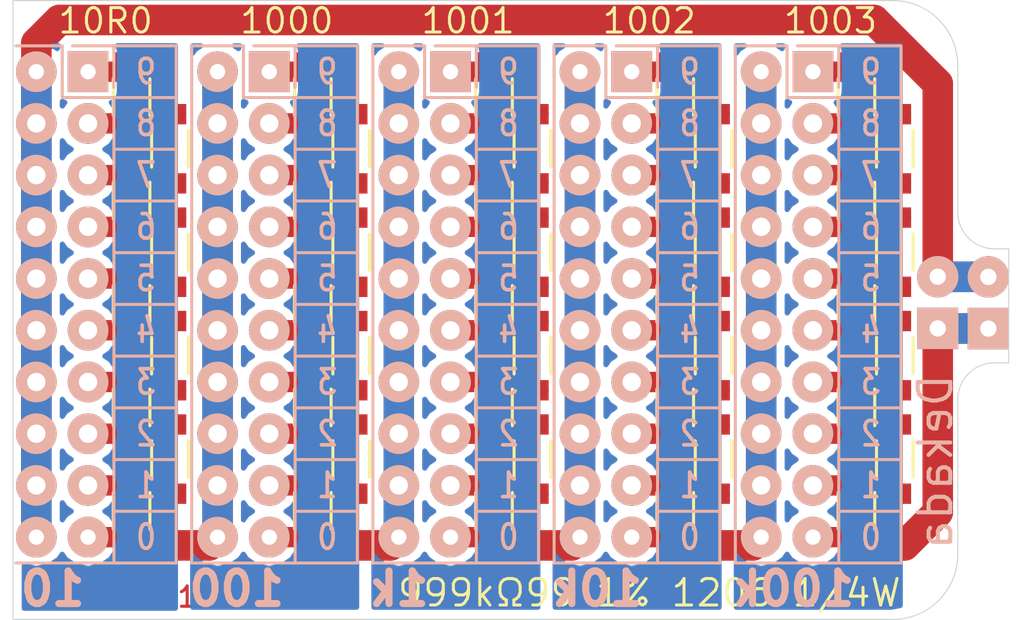
<source format=kicad_pcb>
(kicad_pcb (version 20160815) (host pcbnew "(2017-01-20 revision 550a1ea)-makepkg")

  (general
    (links 143)
    (no_connects 0)
    (area 79.105287 29.9885 129.929001 60.530609)
    (thickness 1.6)
    (drawings 135)
    (tracks 251)
    (zones 0)
    (modules 52)
    (nets 52)
  )

  (page A4)
  (layers
    (0 F.Cu signal)
    (31 B.Cu signal)
    (32 B.Adhes user)
    (33 F.Adhes user)
    (34 B.Paste user)
    (35 F.Paste user)
    (36 B.SilkS user)
    (37 F.SilkS user)
    (38 B.Mask user)
    (39 F.Mask user)
    (40 Dwgs.User user)
    (41 Cmts.User user)
    (42 Eco1.User user)
    (43 Eco2.User user)
    (44 Edge.Cuts user)
    (45 Margin user)
    (46 B.CrtYd user hide)
    (47 F.CrtYd user)
    (48 B.Fab user)
    (49 F.Fab user hide)
  )

  (setup
    (last_trace_width 1)
    (trace_clearance 0.254)
    (zone_clearance 0.4)
    (zone_45_only no)
    (trace_min 0.254)
    (segment_width 0.15)
    (edge_width 0.05)
    (via_size 0.889)
    (via_drill 0.635)
    (via_min_size 0.889)
    (via_min_drill 0.508)
    (uvia_size 0.508)
    (uvia_drill 0.127)
    (uvias_allowed no)
    (uvia_min_size 0.508)
    (uvia_min_drill 0.127)
    (pcb_text_width 0.3)
    (pcb_text_size 1 1)
    (mod_edge_width 0.15)
    (mod_text_size 1 1)
    (mod_text_width 0.15)
    (pad_size 2.032 2.032)
    (pad_drill 0.8)
    (pad_to_mask_clearance 0)
    (aux_axis_origin 128.9 42.3)
    (visible_elements 7FFFFFFF)
    (pcbplotparams
      (layerselection 0x010f0_ffffffff)
      (usegerberextensions true)
      (excludeedgelayer true)
      (linewidth 0.050000)
      (plotframeref false)
      (viasonmask false)
      (mode 1)
      (useauxorigin true)
      (hpglpennumber 1)
      (hpglpenspeed 20)
      (hpglpendiameter 15)
      (psnegative false)
      (psa4output false)
      (plotreference false)
      (plotvalue false)
      (plotinvisibletext false)
      (padsonsilk false)
      (subtractmaskfromsilk true)
      (outputformat 1)
      (mirror false)
      (drillshape 0)
      (scaleselection 1)
      (outputdirectory _gerbers/))
  )

  (net 0 "")
  (net 1 "Net-(P4-Pad1)")
  (net 2 "Net-(P4-Pad3)")
  (net 3 "Net-(P4-Pad5)")
  (net 4 "Net-(P4-Pad7)")
  (net 5 "Net-(P4-Pad9)")
  (net 6 "Net-(P4-Pad11)")
  (net 7 "Net-(P4-Pad13)")
  (net 8 "Net-(P4-Pad15)")
  (net 9 "Net-(P4-Pad17)")
  (net 10 "Net-(P5-Pad1)")
  (net 11 "Net-(P6-Pad1)")
  (net 12 "Net-(P3-Pad1)")
  (net 13 "Net-(P3-Pad3)")
  (net 14 "Net-(P3-Pad5)")
  (net 15 "Net-(P3-Pad7)")
  (net 16 "Net-(P3-Pad9)")
  (net 17 "Net-(P3-Pad11)")
  (net 18 "Net-(P3-Pad13)")
  (net 19 "Net-(P3-Pad15)")
  (net 20 "Net-(P3-Pad17)")
  (net 21 "Net-(P5-Pad3)")
  (net 22 "Net-(P5-Pad5)")
  (net 23 "Net-(P5-Pad7)")
  (net 24 "Net-(P5-Pad9)")
  (net 25 "Net-(P5-Pad11)")
  (net 26 "Net-(P5-Pad13)")
  (net 27 "Net-(P5-Pad15)")
  (net 28 "Net-(P5-Pad17)")
  (net 29 "Net-(P6-Pad3)")
  (net 30 "Net-(P6-Pad5)")
  (net 31 "Net-(P6-Pad7)")
  (net 32 "Net-(P6-Pad9)")
  (net 33 "Net-(P6-Pad11)")
  (net 34 "Net-(P6-Pad13)")
  (net 35 "Net-(P6-Pad15)")
  (net 36 "Net-(P6-Pad17)")
  (net 37 "Net-(P7-Pad1)")
  (net 38 "Net-(P7-Pad3)")
  (net 39 "Net-(P7-Pad5)")
  (net 40 "Net-(P7-Pad7)")
  (net 41 "Net-(P7-Pad9)")
  (net 42 "Net-(P7-Pad11)")
  (net 43 "Net-(P7-Pad13)")
  (net 44 "Net-(P7-Pad15)")
  (net 45 "Net-(P7-Pad17)")
  (net 46 /100k_dekada/comm_1)
  (net 47 /10_dekada/comm_2)
  (net 48 /10_dekada/comm_1)
  (net 49 /100_dekada/comm_1)
  (net 50 /1k_dekada/comm_1)
  (net 51 /10k_dekada/comm_1)

  (net_class Default "This is the default net class."
    (clearance 0.254)
    (trace_width 1)
    (via_dia 0.889)
    (via_drill 0.635)
    (uvia_dia 0.508)
    (uvia_drill 0.127)
    (add_net /100_dekada/comm_1)
    (add_net /100k_dekada/comm_1)
    (add_net /10_dekada/comm_1)
    (add_net /10_dekada/comm_2)
    (add_net /10k_dekada/comm_1)
    (add_net /1k_dekada/comm_1)
    (add_net "Net-(P3-Pad1)")
    (add_net "Net-(P3-Pad11)")
    (add_net "Net-(P3-Pad13)")
    (add_net "Net-(P3-Pad15)")
    (add_net "Net-(P3-Pad17)")
    (add_net "Net-(P3-Pad3)")
    (add_net "Net-(P3-Pad5)")
    (add_net "Net-(P3-Pad7)")
    (add_net "Net-(P3-Pad9)")
    (add_net "Net-(P4-Pad1)")
    (add_net "Net-(P4-Pad11)")
    (add_net "Net-(P4-Pad13)")
    (add_net "Net-(P4-Pad15)")
    (add_net "Net-(P4-Pad17)")
    (add_net "Net-(P4-Pad3)")
    (add_net "Net-(P4-Pad5)")
    (add_net "Net-(P4-Pad7)")
    (add_net "Net-(P4-Pad9)")
    (add_net "Net-(P5-Pad1)")
    (add_net "Net-(P5-Pad11)")
    (add_net "Net-(P5-Pad13)")
    (add_net "Net-(P5-Pad15)")
    (add_net "Net-(P5-Pad17)")
    (add_net "Net-(P5-Pad3)")
    (add_net "Net-(P5-Pad5)")
    (add_net "Net-(P5-Pad7)")
    (add_net "Net-(P5-Pad9)")
    (add_net "Net-(P6-Pad1)")
    (add_net "Net-(P6-Pad11)")
    (add_net "Net-(P6-Pad13)")
    (add_net "Net-(P6-Pad15)")
    (add_net "Net-(P6-Pad17)")
    (add_net "Net-(P6-Pad3)")
    (add_net "Net-(P6-Pad5)")
    (add_net "Net-(P6-Pad7)")
    (add_net "Net-(P6-Pad9)")
    (add_net "Net-(P7-Pad1)")
    (add_net "Net-(P7-Pad11)")
    (add_net "Net-(P7-Pad13)")
    (add_net "Net-(P7-Pad15)")
    (add_net "Net-(P7-Pad17)")
    (add_net "Net-(P7-Pad3)")
    (add_net "Net-(P7-Pad5)")
    (add_net "Net-(P7-Pad7)")
    (add_net "Net-(P7-Pad9)")
  )

  (module Dekada:Pin_Header_Straight_2x10_Custom (layer B.Cu) (tedit 5883A1A4) (tstamp 58837223)
    (at 83.684288 33.601748 180)
    (descr "Through hole pin header")
    (tags "pin header")
    (path /58836F4B/58838108)
    (fp_text reference P3 (at -0.95 2.45 180) (layer B.SilkS) hide
      (effects (font (size 1 1) (thickness 0.15)) (justify mirror))
    )
    (fp_text value CONN_02X10 (at -1.815712 2.501748 180) (layer B.Fab) hide
      (effects (font (size 1 1) (thickness 0.15)) (justify mirror))
    )
    (fp_line (start -1.75 1.75) (end -1.75 -24.65) (layer B.CrtYd) (width 0.05))
    (fp_line (start 4.3 1.75) (end 4.3 -24.65) (layer B.CrtYd) (width 0.05))
    (fp_line (start -1.75 1.75) (end 4.3 1.75) (layer B.CrtYd) (width 0.05))
    (fp_line (start -1.75 -24.65) (end 4.3 -24.65) (layer B.CrtYd) (width 0.05))
    (fp_line (start -1.27 -1.27) (end -1.27 -24.13) (layer B.SilkS) (width 0.15))
    (fp_line (start 3.556 -24.13) (end -1.524 -24.13) (layer B.SilkS) (width 0.15))
    (fp_line (start 3.556 1.27) (end 1.27 1.27) (layer B.SilkS) (width 0.15))
    (fp_line (start 1.27 1.27) (end 1.27 -1.27) (layer B.SilkS) (width 0.15))
    (fp_line (start 1.27 -1.27) (end -1.27 -1.27) (layer B.SilkS) (width 0.15))
    (fp_line (start 0.762 1.27) (end -1.27 1.27) (layer B.SilkS) (width 0.15))
    (fp_line (start -1.27 1.27) (end -1.27 -0.762) (layer B.SilkS) (width 0.15))
    (pad 20 thru_hole oval (at 2.54 -22.86 180) (size 2 2) (drill 0.75) (layers *.Cu *.Mask B.SilkS)
      (net 47 /10_dekada/comm_2))
    (pad 19 thru_hole oval (at 0 -22.86 180) (size 2 2) (drill 0.75) (layers *.Cu *.Mask B.SilkS)
      (net 48 /10_dekada/comm_1))
    (pad 18 thru_hole oval (at 2.54 -20.32 180) (size 2 2) (drill 0.9) (layers *.Cu *.Mask B.SilkS)
      (net 47 /10_dekada/comm_2))
    (pad 17 thru_hole oval (at 0 -20.32 180) (size 2 2) (drill 0.9) (layers *.Cu *.Mask B.SilkS)
      (net 20 "Net-(P3-Pad17)"))
    (pad 16 thru_hole oval (at 2.54 -17.78 180) (size 2 2) (drill 0.9) (layers *.Cu *.Mask B.SilkS)
      (net 47 /10_dekada/comm_2))
    (pad 15 thru_hole oval (at 0 -17.78 180) (size 2 2) (drill 0.9) (layers *.Cu *.Mask B.SilkS)
      (net 19 "Net-(P3-Pad15)"))
    (pad 14 thru_hole oval (at 2.54 -15.24 180) (size 2 2) (drill 0.9) (layers *.Cu *.Mask B.SilkS)
      (net 47 /10_dekada/comm_2))
    (pad 13 thru_hole oval (at 0 -15.24 180) (size 2 2) (drill 0.9) (layers *.Cu *.Mask B.SilkS)
      (net 18 "Net-(P3-Pad13)"))
    (pad 12 thru_hole oval (at 2.54 -12.7 180) (size 2 2) (drill 0.9) (layers *.Cu *.Mask B.SilkS)
      (net 47 /10_dekada/comm_2))
    (pad 11 thru_hole oval (at 0 -12.7 180) (size 2 2) (drill 0.9) (layers *.Cu *.Mask B.SilkS)
      (net 17 "Net-(P3-Pad11)"))
    (pad 10 thru_hole oval (at 2.54 -10.16 180) (size 2 2) (drill 0.9) (layers *.Cu *.Mask B.SilkS)
      (net 47 /10_dekada/comm_2))
    (pad 9 thru_hole oval (at 0 -10.16 180) (size 2 2) (drill 0.9) (layers *.Cu *.Mask B.SilkS)
      (net 16 "Net-(P3-Pad9)"))
    (pad 8 thru_hole oval (at 2.54 -7.62 180) (size 2 2) (drill 0.9) (layers *.Cu *.Mask B.SilkS)
      (net 47 /10_dekada/comm_2))
    (pad 7 thru_hole oval (at 0 -7.62 180) (size 2 2) (drill 0.9) (layers *.Cu *.Mask B.SilkS)
      (net 15 "Net-(P3-Pad7)"))
    (pad 6 thru_hole oval (at 2.54 -5.08 180) (size 2 2) (drill 0.9) (layers *.Cu *.Mask B.SilkS)
      (net 47 /10_dekada/comm_2))
    (pad 5 thru_hole oval (at 0 -5.08 180) (size 2 2) (drill 0.9) (layers *.Cu *.Mask B.SilkS)
      (net 14 "Net-(P3-Pad5)"))
    (pad 4 thru_hole oval (at 2.54 -2.54 180) (size 2 2) (drill 0.9) (layers *.Cu *.Mask B.SilkS)
      (net 47 /10_dekada/comm_2))
    (pad 3 thru_hole oval (at 0 -2.54 180) (size 2 2) (drill 0.9) (layers *.Cu *.Mask B.SilkS)
      (net 13 "Net-(P3-Pad3)"))
    (pad 2 thru_hole oval (at 2.54 0 180) (size 2 2) (drill 0.75) (layers *.Cu *.Mask B.SilkS)
      (net 47 /10_dekada/comm_2))
    (pad 1 thru_hole rect (at 0 0 180) (size 2 2) (drill 0.75) (layers *.Cu *.Mask B.SilkS)
      (net 12 "Net-(P3-Pad1)"))
    (model ${KISYS3DMOD}/Pin_Headers.3dshapes/Pin_Header_Straight_2x10_Pitch2.54mm.wrl
      (at (xyz 0.04921259842519685 -0.45 0))
      (scale (xyz 1 1 1))
      (rotate (xyz 0 0 90))
    )
  )

  (module Pin_Headers:Pin_Header_Straight_1x02 (layer B.Cu) (tedit 58838B32) (tstamp 57F461CE)
    (at 127.9 46.219073)
    (descr "Through hole pin header")
    (tags "pin header")
    (path /5402FA46)
    (fp_text reference P2 (at -0.7 -1.14) (layer B.SilkS) hide
      (effects (font (size 1 1) (thickness 0.15)) (justify mirror))
    )
    (fp_text value CONN_01X02 (at -2.284656 6.3 90) (layer B.Fab) hide
      (effects (font (size 1 1) (thickness 0.15)) (justify mirror))
    )
    (fp_line (start -1.75 1.75) (end -1.75 -4.3) (layer B.CrtYd) (width 0.05))
    (fp_line (start 1.75 1.75) (end 1.75 -4.3) (layer B.CrtYd) (width 0.05))
    (fp_line (start -1.75 1.75) (end 1.75 1.75) (layer B.CrtYd) (width 0.05))
    (fp_line (start -1.75 -4.3) (end 1.75 -4.3) (layer B.CrtYd) (width 0.05))
    (pad 2 thru_hole oval (at 0 -2.54) (size 2.032 2.032) (drill 0.8) (layers *.Cu *.Mask B.SilkS)
      (net 47 /10_dekada/comm_2))
    (pad 1 thru_hole rect (at 0 0) (size 2.032 2.032) (drill 0.8) (layers *.Cu *.Mask B.SilkS)
      (net 46 /100k_dekada/comm_1))
    (model Pin_Headers.3dshapes/Pin_Header_Straight_1x02.wrl
      (at (xyz 0 -0.05 0))
      (scale (xyz 1 1 1))
      (rotate (xyz 0 0 90))
    )
  )

  (module Pin_Headers:Pin_Header_Straight_1x02 (layer B.Cu) (tedit 58838B19) (tstamp 57F461BD)
    (at 125.415344 46.209071)
    (descr "Through hole pin header")
    (tags "pin header")
    (path /5402FF2F)
    (fp_text reference P1 (at 0.1 -0.54) (layer B.SilkS) hide
      (effects (font (size 1 1) (thickness 0.15)) (justify mirror))
    )
    (fp_text value CONN_01X02 (at 0.15 6.110002 90) (layer B.Fab) hide
      (effects (font (size 1 1) (thickness 0.15)) (justify mirror))
    )
    (fp_line (start -1.75 -4.3) (end 1.75 -4.3) (layer B.CrtYd) (width 0.05))
    (fp_line (start -1.75 1.75) (end 1.75 1.75) (layer B.CrtYd) (width 0.05))
    (fp_line (start 1.75 1.75) (end 1.75 -4.3) (layer B.CrtYd) (width 0.05))
    (fp_line (start -1.75 1.75) (end -1.75 -4.3) (layer B.CrtYd) (width 0.05))
    (pad 1 thru_hole rect (at 0 0) (size 2.032 2.032) (drill 0.8) (layers *.Cu *.Mask B.SilkS)
      (net 46 /100k_dekada/comm_1))
    (pad 2 thru_hole oval (at 0 -2.54) (size 2.032 2.032) (drill 0.8) (layers *.Cu *.Mask B.SilkS)
      (net 47 /10_dekada/comm_2))
    (model Pin_Headers.3dshapes/Pin_Header_Straight_1x02.wrl
      (at (xyz 0 -0.05 0))
      (scale (xyz 1 1 1))
      (rotate (xyz 0 0 90))
    )
  )

  (module Dekada:Pin_Header_Straight_2x10_Custom (layer B.Cu) (tedit 58834EBD) (tstamp 58837200)
    (at 92.584288 33.601748 180)
    (descr "Through hole pin header")
    (tags "pin header")
    (path /58839EB8/58838108)
    (fp_text reference P4 (at -0.95 2.45 180) (layer B.SilkS) hide
      (effects (font (size 1 1) (thickness 0.15)) (justify mirror))
    )
    (fp_text value CONN_02X10 (at 0.484288 2.601748 180) (layer B.Fab) hide
      (effects (font (size 1 1) (thickness 0.15)) (justify mirror))
    )
    (fp_line (start -1.75 1.75) (end -1.75 -24.65) (layer B.CrtYd) (width 0.05))
    (fp_line (start 4.3 1.75) (end 4.3 -24.65) (layer B.CrtYd) (width 0.05))
    (fp_line (start -1.75 1.75) (end 4.3 1.75) (layer B.CrtYd) (width 0.05))
    (fp_line (start -1.75 -24.65) (end 4.3 -24.65) (layer B.CrtYd) (width 0.05))
    (fp_line (start 3.81 -24.13) (end 3.81 1.27) (layer B.SilkS) (width 0.15))
    (fp_line (start -1.27 -1.27) (end -1.27 -24.13) (layer B.SilkS) (width 0.15))
    (fp_line (start 3.81 -24.13) (end -1.27 -24.13) (layer B.SilkS) (width 0.15))
    (fp_line (start 3.81 1.27) (end 1.27 1.27) (layer B.SilkS) (width 0.15))
    (fp_line (start 1.27 1.27) (end 1.27 -1.27) (layer B.SilkS) (width 0.15))
    (fp_line (start 1.27 -1.27) (end -1.27 -1.27) (layer B.SilkS) (width 0.15))
    (fp_line (start 0.762 1.27) (end -1.27 1.27) (layer B.SilkS) (width 0.15))
    (fp_line (start -1.27 1.27) (end -1.27 -0.762) (layer B.SilkS) (width 0.15))
    (pad 20 thru_hole oval (at 2.54 -22.86 180) (size 2 2) (drill 0.75) (layers *.Cu *.Mask B.SilkS)
      (net 48 /10_dekada/comm_1))
    (pad 19 thru_hole oval (at 0 -22.86 180) (size 2 2) (drill 0.75) (layers *.Cu *.Mask B.SilkS)
      (net 49 /100_dekada/comm_1))
    (pad 18 thru_hole oval (at 2.54 -20.32 180) (size 2 2) (drill 0.9) (layers *.Cu *.Mask B.SilkS)
      (net 48 /10_dekada/comm_1))
    (pad 17 thru_hole oval (at 0 -20.32 180) (size 2 2) (drill 0.9) (layers *.Cu *.Mask B.SilkS)
      (net 9 "Net-(P4-Pad17)"))
    (pad 16 thru_hole oval (at 2.54 -17.78 180) (size 2 2) (drill 0.9) (layers *.Cu *.Mask B.SilkS)
      (net 48 /10_dekada/comm_1))
    (pad 15 thru_hole oval (at 0 -17.78 180) (size 2 2) (drill 0.9) (layers *.Cu *.Mask B.SilkS)
      (net 8 "Net-(P4-Pad15)"))
    (pad 14 thru_hole oval (at 2.54 -15.24 180) (size 2 2) (drill 0.9) (layers *.Cu *.Mask B.SilkS)
      (net 48 /10_dekada/comm_1))
    (pad 13 thru_hole oval (at 0 -15.24 180) (size 2 2) (drill 0.9) (layers *.Cu *.Mask B.SilkS)
      (net 7 "Net-(P4-Pad13)"))
    (pad 12 thru_hole oval (at 2.54 -12.7 180) (size 2 2) (drill 0.9) (layers *.Cu *.Mask B.SilkS)
      (net 48 /10_dekada/comm_1))
    (pad 11 thru_hole oval (at 0 -12.7 180) (size 2 2) (drill 0.9) (layers *.Cu *.Mask B.SilkS)
      (net 6 "Net-(P4-Pad11)"))
    (pad 10 thru_hole oval (at 2.54 -10.16 180) (size 2 2) (drill 0.9) (layers *.Cu *.Mask B.SilkS)
      (net 48 /10_dekada/comm_1))
    (pad 9 thru_hole oval (at 0 -10.16 180) (size 2 2) (drill 0.9) (layers *.Cu *.Mask B.SilkS)
      (net 5 "Net-(P4-Pad9)"))
    (pad 8 thru_hole oval (at 2.54 -7.62 180) (size 2 2) (drill 0.9) (layers *.Cu *.Mask B.SilkS)
      (net 48 /10_dekada/comm_1))
    (pad 7 thru_hole oval (at 0 -7.62 180) (size 2 2) (drill 0.9) (layers *.Cu *.Mask B.SilkS)
      (net 4 "Net-(P4-Pad7)"))
    (pad 6 thru_hole oval (at 2.54 -5.08 180) (size 2 2) (drill 0.9) (layers *.Cu *.Mask B.SilkS)
      (net 48 /10_dekada/comm_1))
    (pad 5 thru_hole oval (at 0 -5.08 180) (size 2 2) (drill 0.9) (layers *.Cu *.Mask B.SilkS)
      (net 3 "Net-(P4-Pad5)"))
    (pad 4 thru_hole oval (at 2.54 -2.54 180) (size 2 2) (drill 0.9) (layers *.Cu *.Mask B.SilkS)
      (net 48 /10_dekada/comm_1))
    (pad 3 thru_hole oval (at 0 -2.54 180) (size 2 2) (drill 0.9) (layers *.Cu *.Mask B.SilkS)
      (net 2 "Net-(P4-Pad3)"))
    (pad 2 thru_hole oval (at 2.54 0 180) (size 2 2) (drill 0.75) (layers *.Cu *.Mask B.SilkS)
      (net 48 /10_dekada/comm_1))
    (pad 1 thru_hole rect (at 0 0 180) (size 2 2) (drill 0.75) (layers *.Cu *.Mask B.SilkS)
      (net 1 "Net-(P4-Pad1)"))
    (model ${KISYS3DMOD}/Pin_Headers.3dshapes/Pin_Header_Straight_2x10_Pitch2.54mm.wrl
      (at (xyz 0.05 -0.45 0))
      (scale (xyz 1 1 1))
      (rotate (xyz 0 0 90))
    )
  )

  (module Dekada:Pin_Header_Straight_2x10_Custom (layer B.Cu) (tedit 588378AB) (tstamp 588371DD)
    (at 101.484288 33.601748 180)
    (descr "Through hole pin header")
    (tags "pin header")
    (path /5883A4F6/58838108)
    (fp_text reference P5 (at -0.95 2.45 180) (layer B.SilkS) hide
      (effects (font (size 1 1) (thickness 0.15)) (justify mirror))
    )
    (fp_text value CONN_02X10 (at -0.015712 2.601748 180) (layer B.Fab) hide
      (effects (font (size 1 1) (thickness 0.15)) (justify mirror))
    )
    (fp_line (start -1.75 1.75) (end -1.75 -24.65) (layer B.CrtYd) (width 0.05))
    (fp_line (start 4.3 1.75) (end 4.3 -24.65) (layer B.CrtYd) (width 0.05))
    (fp_line (start -1.75 1.75) (end 4.3 1.75) (layer B.CrtYd) (width 0.05))
    (fp_line (start -1.75 -24.65) (end 4.3 -24.65) (layer B.CrtYd) (width 0.05))
    (fp_line (start 3.81 -24.13) (end 3.81 1.27) (layer B.SilkS) (width 0.15))
    (fp_line (start -1.27 -1.27) (end -1.27 -24.13) (layer B.SilkS) (width 0.15))
    (fp_line (start 3.81 -24.13) (end -1.27 -24.13) (layer B.SilkS) (width 0.15))
    (fp_line (start 3.81 1.27) (end 1.27 1.27) (layer B.SilkS) (width 0.15))
    (fp_line (start 1.27 1.27) (end 1.27 -1.27) (layer B.SilkS) (width 0.15))
    (fp_line (start 1.27 -1.27) (end -1.27 -1.27) (layer B.SilkS) (width 0.15))
    (fp_line (start 0.762 1.27) (end -1.27 1.27) (layer B.SilkS) (width 0.15))
    (fp_line (start -1.27 1.27) (end -1.27 -0.762) (layer B.SilkS) (width 0.15))
    (pad 20 thru_hole oval (at 2.54 -22.86 180) (size 2 2) (drill 0.75) (layers *.Cu *.Mask B.SilkS)
      (net 49 /100_dekada/comm_1))
    (pad 19 thru_hole oval (at 0 -22.86 180) (size 2 2) (drill 0.75) (layers *.Cu *.Mask B.SilkS)
      (net 50 /1k_dekada/comm_1))
    (pad 18 thru_hole oval (at 2.54 -20.32 180) (size 2 2) (drill 0.9) (layers *.Cu *.Mask B.SilkS)
      (net 49 /100_dekada/comm_1))
    (pad 17 thru_hole oval (at 0 -20.32 180) (size 2 2) (drill 0.9) (layers *.Cu *.Mask B.SilkS)
      (net 28 "Net-(P5-Pad17)"))
    (pad 16 thru_hole oval (at 2.54 -17.78 180) (size 2 2) (drill 0.9) (layers *.Cu *.Mask B.SilkS)
      (net 49 /100_dekada/comm_1))
    (pad 15 thru_hole oval (at 0 -17.78 180) (size 2 2) (drill 0.9) (layers *.Cu *.Mask B.SilkS)
      (net 27 "Net-(P5-Pad15)"))
    (pad 14 thru_hole oval (at 2.54 -15.24 180) (size 2 2) (drill 0.9) (layers *.Cu *.Mask B.SilkS)
      (net 49 /100_dekada/comm_1))
    (pad 13 thru_hole oval (at 0 -15.24 180) (size 2 2) (drill 0.9) (layers *.Cu *.Mask B.SilkS)
      (net 26 "Net-(P5-Pad13)"))
    (pad 12 thru_hole oval (at 2.54 -12.7 180) (size 2 2) (drill 0.9) (layers *.Cu *.Mask B.SilkS)
      (net 49 /100_dekada/comm_1))
    (pad 11 thru_hole oval (at 0 -12.7 180) (size 2 2) (drill 0.9) (layers *.Cu *.Mask B.SilkS)
      (net 25 "Net-(P5-Pad11)"))
    (pad 10 thru_hole oval (at 2.54 -10.16 180) (size 2 2) (drill 0.9) (layers *.Cu *.Mask B.SilkS)
      (net 49 /100_dekada/comm_1))
    (pad 9 thru_hole oval (at 0 -10.16 180) (size 2 2) (drill 0.9) (layers *.Cu *.Mask B.SilkS)
      (net 24 "Net-(P5-Pad9)"))
    (pad 8 thru_hole oval (at 2.54 -7.62 180) (size 2 2) (drill 0.9) (layers *.Cu *.Mask B.SilkS)
      (net 49 /100_dekada/comm_1))
    (pad 7 thru_hole oval (at 0 -7.62 180) (size 2 2) (drill 0.9) (layers *.Cu *.Mask B.SilkS)
      (net 23 "Net-(P5-Pad7)"))
    (pad 6 thru_hole oval (at 2.54 -5.08 180) (size 2 2) (drill 0.9) (layers *.Cu *.Mask B.SilkS)
      (net 49 /100_dekada/comm_1))
    (pad 5 thru_hole oval (at 0 -5.08 180) (size 2 2) (drill 0.9) (layers *.Cu *.Mask B.SilkS)
      (net 22 "Net-(P5-Pad5)"))
    (pad 4 thru_hole oval (at 2.54 -2.54 180) (size 2 2) (drill 0.9) (layers *.Cu *.Mask B.SilkS)
      (net 49 /100_dekada/comm_1))
    (pad 3 thru_hole oval (at 0 -2.54 180) (size 2 2) (drill 0.9) (layers *.Cu *.Mask B.SilkS)
      (net 21 "Net-(P5-Pad3)"))
    (pad 2 thru_hole oval (at 2.54 0 180) (size 2 2) (drill 0.75) (layers *.Cu *.Mask B.SilkS)
      (net 49 /100_dekada/comm_1))
    (pad 1 thru_hole rect (at 0 0 180) (size 2 2) (drill 0.75) (layers *.Cu *.Mask B.SilkS)
      (net 10 "Net-(P5-Pad1)"))
    (model ${KISYS3DMOD}/Pin_Headers.3dshapes/Pin_Header_Straight_2x10_Pitch2.54mm.wrl
      (at (xyz 0.05 -0.45 0))
      (scale (xyz 1 1 1))
      (rotate (xyz 0 0 90))
    )
  )

  (module Dekada:Pin_Header_Straight_2x10_Custom (layer B.Cu) (tedit 588378B2) (tstamp 588371BA)
    (at 110.384288 33.601748 180)
    (descr "Through hole pin header")
    (tags "pin header")
    (path /5883A4FA/58838108)
    (fp_text reference P6 (at -0.95 2.45 180) (layer B.SilkS) hide
      (effects (font (size 1 1) (thickness 0.15)) (justify mirror))
    )
    (fp_text value CONN_02X10 (at -0.015712 2.601748 180) (layer B.Fab) hide
      (effects (font (size 1 1) (thickness 0.15)) (justify mirror))
    )
    (fp_line (start -1.75 1.75) (end -1.75 -24.65) (layer B.CrtYd) (width 0.05))
    (fp_line (start 4.3 1.75) (end 4.3 -24.65) (layer B.CrtYd) (width 0.05))
    (fp_line (start -1.75 1.75) (end 4.3 1.75) (layer B.CrtYd) (width 0.05))
    (fp_line (start -1.75 -24.65) (end 4.3 -24.65) (layer B.CrtYd) (width 0.05))
    (fp_line (start 3.81 -24.13) (end 3.81 1.27) (layer B.SilkS) (width 0.15))
    (fp_line (start -1.27 -1.27) (end -1.27 -24.13) (layer B.SilkS) (width 0.15))
    (fp_line (start 3.81 -24.13) (end -1.27 -24.13) (layer B.SilkS) (width 0.15))
    (fp_line (start 3.81 1.27) (end 1.27 1.27) (layer B.SilkS) (width 0.15))
    (fp_line (start 1.27 1.27) (end 1.27 -1.27) (layer B.SilkS) (width 0.15))
    (fp_line (start 1.27 -1.27) (end -1.27 -1.27) (layer B.SilkS) (width 0.15))
    (fp_line (start 0.762 1.27) (end -1.27 1.27) (layer B.SilkS) (width 0.15))
    (fp_line (start -1.27 1.27) (end -1.27 -0.762) (layer B.SilkS) (width 0.15))
    (pad 20 thru_hole oval (at 2.54 -22.86 180) (size 2 2) (drill 0.75) (layers *.Cu *.Mask B.SilkS)
      (net 50 /1k_dekada/comm_1))
    (pad 19 thru_hole oval (at 0 -22.86 180) (size 2 2) (drill 0.75) (layers *.Cu *.Mask B.SilkS)
      (net 51 /10k_dekada/comm_1))
    (pad 18 thru_hole oval (at 2.54 -20.32 180) (size 2 2) (drill 0.9) (layers *.Cu *.Mask B.SilkS)
      (net 50 /1k_dekada/comm_1))
    (pad 17 thru_hole oval (at 0 -20.32 180) (size 2 2) (drill 0.9) (layers *.Cu *.Mask B.SilkS)
      (net 36 "Net-(P6-Pad17)"))
    (pad 16 thru_hole oval (at 2.54 -17.78 180) (size 2 2) (drill 0.9) (layers *.Cu *.Mask B.SilkS)
      (net 50 /1k_dekada/comm_1))
    (pad 15 thru_hole oval (at 0 -17.78 180) (size 2 2) (drill 0.9) (layers *.Cu *.Mask B.SilkS)
      (net 35 "Net-(P6-Pad15)"))
    (pad 14 thru_hole oval (at 2.54 -15.24 180) (size 2 2) (drill 0.9) (layers *.Cu *.Mask B.SilkS)
      (net 50 /1k_dekada/comm_1))
    (pad 13 thru_hole oval (at 0 -15.24 180) (size 2 2) (drill 0.9) (layers *.Cu *.Mask B.SilkS)
      (net 34 "Net-(P6-Pad13)"))
    (pad 12 thru_hole oval (at 2.54 -12.7 180) (size 2 2) (drill 0.9) (layers *.Cu *.Mask B.SilkS)
      (net 50 /1k_dekada/comm_1))
    (pad 11 thru_hole oval (at 0 -12.7 180) (size 2 2) (drill 0.9) (layers *.Cu *.Mask B.SilkS)
      (net 33 "Net-(P6-Pad11)"))
    (pad 10 thru_hole oval (at 2.54 -10.16 180) (size 2 2) (drill 0.9) (layers *.Cu *.Mask B.SilkS)
      (net 50 /1k_dekada/comm_1))
    (pad 9 thru_hole oval (at 0 -10.16 180) (size 2 2) (drill 0.9) (layers *.Cu *.Mask B.SilkS)
      (net 32 "Net-(P6-Pad9)"))
    (pad 8 thru_hole oval (at 2.54 -7.62 180) (size 2 2) (drill 0.9) (layers *.Cu *.Mask B.SilkS)
      (net 50 /1k_dekada/comm_1))
    (pad 7 thru_hole oval (at 0 -7.62 180) (size 2 2) (drill 0.9) (layers *.Cu *.Mask B.SilkS)
      (net 31 "Net-(P6-Pad7)"))
    (pad 6 thru_hole oval (at 2.54 -5.08 180) (size 2 2) (drill 0.9) (layers *.Cu *.Mask B.SilkS)
      (net 50 /1k_dekada/comm_1))
    (pad 5 thru_hole oval (at 0 -5.08 180) (size 2 2) (drill 0.9) (layers *.Cu *.Mask B.SilkS)
      (net 30 "Net-(P6-Pad5)"))
    (pad 4 thru_hole oval (at 2.54 -2.54 180) (size 2 2) (drill 0.9) (layers *.Cu *.Mask B.SilkS)
      (net 50 /1k_dekada/comm_1))
    (pad 3 thru_hole oval (at 0 -2.54 180) (size 2 2) (drill 0.9) (layers *.Cu *.Mask B.SilkS)
      (net 29 "Net-(P6-Pad3)"))
    (pad 2 thru_hole oval (at 2.54 0 180) (size 2 2) (drill 0.75) (layers *.Cu *.Mask B.SilkS)
      (net 50 /1k_dekada/comm_1))
    (pad 1 thru_hole rect (at 0 0 180) (size 2 2) (drill 0.75) (layers *.Cu *.Mask B.SilkS)
      (net 11 "Net-(P6-Pad1)"))
    (model ${KISYS3DMOD}/Pin_Headers.3dshapes/Pin_Header_Straight_2x10_Pitch2.54mm.wrl
      (at (xyz 0.05 -0.45 0))
      (scale (xyz 1 1 1))
      (rotate (xyz 0 0 90))
    )
  )

  (module R_1206_Custom (layer F.Cu) (tedit 5883794C) (tstamp 58835BA6)
    (at 85.821288 45.007748 90)
    (descr "Resistor SMD 1206, reflow soldering, Vishay (see dcrcw.pdf)")
    (tags "resistor 1206")
    (path /58836F4B/5883812B)
    (attr smd)
    (fp_text reference R5 (at 0 0 90) (layer F.SilkS) hide
      (effects (font (size 0.7 0.7) (thickness 0.03175)))
    )
    (fp_text value R (at 0 2.1 90) (layer F.Fab)
      (effects (font (size 1 1) (thickness 0.15)))
    )
    (fp_line (start -0.9 0.9) (end 0.9 0.9) (layer F.SilkS) (width 0.15))
    (fp_line (start -0.9 -0.9) (end 0.9 -0.9) (layer F.SilkS) (width 0.15))
    (fp_line (start 2.5 -1.1) (end 2.5 1.1) (layer F.CrtYd) (width 0.05))
    (fp_line (start -2.5 -1.1) (end -2.5 1.1) (layer F.CrtYd) (width 0.05))
    (fp_line (start -2.5 1.1) (end 2.5 1.1) (layer F.CrtYd) (width 0.05))
    (fp_line (start -2.5 -1.1) (end 2.5 -1.1) (layer F.CrtYd) (width 0.05))
    (pad 1 smd rect (at -1.7 0 90) (size 1 1.6) (layers F.Cu F.Paste F.Mask)
      (net 17 "Net-(P3-Pad11)"))
    (pad 2 smd rect (at 1.7 0 90) (size 1 1.6) (layers F.Cu F.Paste F.Mask)
      (net 16 "Net-(P3-Pad9)"))
    (model Resistors_SMD.3dshapes/R_1206.wrl
      (at (xyz 0 0 0))
      (scale (xyz 1 1 1))
      (rotate (xyz 0 0 0))
    )
  )

  (module R_1206_Custom (layer F.Cu) (tedit 58837ACD) (tstamp 58835B9B)
    (at 94.721288 45.007748 90)
    (descr "Resistor SMD 1206, reflow soldering, Vishay (see dcrcw.pdf)")
    (tags "resistor 1206")
    (path /58839EB8/5883812B)
    (attr smd)
    (fp_text reference R14 (at 0 0 90) (layer F.SilkS) hide
      (effects (font (size 0.7 0.7) (thickness 0.03175)))
    )
    (fp_text value R (at 0 2.1 90) (layer F.Fab)
      (effects (font (size 1 1) (thickness 0.15)))
    )
    (fp_line (start -0.9 0.9) (end 0.9 0.9) (layer F.SilkS) (width 0.15))
    (fp_line (start -0.9 -0.9) (end 0.9 -0.9) (layer F.SilkS) (width 0.15))
    (fp_line (start 2.5 -1.1) (end 2.5 1.1) (layer F.CrtYd) (width 0.05))
    (fp_line (start -2.5 -1.1) (end -2.5 1.1) (layer F.CrtYd) (width 0.05))
    (fp_line (start -2.5 1.1) (end 2.5 1.1) (layer F.CrtYd) (width 0.05))
    (fp_line (start -2.5 -1.1) (end 2.5 -1.1) (layer F.CrtYd) (width 0.05))
    (pad 1 smd rect (at -1.7 0 90) (size 1 1.6) (layers F.Cu F.Paste F.Mask)
      (net 6 "Net-(P4-Pad11)"))
    (pad 2 smd rect (at 1.7 0 90) (size 1 1.6) (layers F.Cu F.Paste F.Mask)
      (net 5 "Net-(P4-Pad9)"))
    (model Resistors_SMD.3dshapes/R_1206.wrl
      (at (xyz 0 0 0))
      (scale (xyz 1 1 1))
      (rotate (xyz 0 0 0))
    )
  )

  (module R_1206_Custom (layer F.Cu) (tedit 58837BE5) (tstamp 58835B90)
    (at 103.621288 45.007748 90)
    (descr "Resistor SMD 1206, reflow soldering, Vishay (see dcrcw.pdf)")
    (tags "resistor 1206")
    (path /5883A4F6/5883812B)
    (attr smd)
    (fp_text reference R23 (at 0 0 90) (layer F.SilkS) hide
      (effects (font (size 0.7 0.7) (thickness 0.03175)))
    )
    (fp_text value R (at 0 2.1 90) (layer F.Fab)
      (effects (font (size 1 1) (thickness 0.15)))
    )
    (fp_line (start -0.9 0.9) (end 0.9 0.9) (layer F.SilkS) (width 0.15))
    (fp_line (start -0.9 -0.9) (end 0.9 -0.9) (layer F.SilkS) (width 0.15))
    (fp_line (start 2.5 -1.1) (end 2.5 1.1) (layer F.CrtYd) (width 0.05))
    (fp_line (start -2.5 -1.1) (end -2.5 1.1) (layer F.CrtYd) (width 0.05))
    (fp_line (start -2.5 1.1) (end 2.5 1.1) (layer F.CrtYd) (width 0.05))
    (fp_line (start -2.5 -1.1) (end 2.5 -1.1) (layer F.CrtYd) (width 0.05))
    (pad 1 smd rect (at -1.7 0 90) (size 1 1.6) (layers F.Cu F.Paste F.Mask)
      (net 25 "Net-(P5-Pad11)"))
    (pad 2 smd rect (at 1.7 0 90) (size 1 1.6) (layers F.Cu F.Paste F.Mask)
      (net 24 "Net-(P5-Pad9)"))
    (model Resistors_SMD.3dshapes/R_1206.wrl
      (at (xyz 0 0 0))
      (scale (xyz 1 1 1))
      (rotate (xyz 0 0 0))
    )
  )

  (module R_1206_Custom (layer F.Cu) (tedit 58837CEC) (tstamp 58835B85)
    (at 112.521288 45.007748 90)
    (descr "Resistor SMD 1206, reflow soldering, Vishay (see dcrcw.pdf)")
    (tags "resistor 1206")
    (path /5883A4FA/5883812B)
    (attr smd)
    (fp_text reference R32 (at 0 0 90) (layer F.SilkS) hide
      (effects (font (size 0.7 0.7) (thickness 0.03175)))
    )
    (fp_text value R (at 0 2.1 90) (layer F.Fab)
      (effects (font (size 1 1) (thickness 0.15)))
    )
    (fp_line (start -0.9 0.9) (end 0.9 0.9) (layer F.SilkS) (width 0.15))
    (fp_line (start -0.9 -0.9) (end 0.9 -0.9) (layer F.SilkS) (width 0.15))
    (fp_line (start 2.5 -1.1) (end 2.5 1.1) (layer F.CrtYd) (width 0.05))
    (fp_line (start -2.5 -1.1) (end -2.5 1.1) (layer F.CrtYd) (width 0.05))
    (fp_line (start -2.5 1.1) (end 2.5 1.1) (layer F.CrtYd) (width 0.05))
    (fp_line (start -2.5 -1.1) (end 2.5 -1.1) (layer F.CrtYd) (width 0.05))
    (pad 1 smd rect (at -1.7 0 90) (size 1 1.6) (layers F.Cu F.Paste F.Mask)
      (net 33 "Net-(P6-Pad11)"))
    (pad 2 smd rect (at 1.7 0 90) (size 1 1.6) (layers F.Cu F.Paste F.Mask)
      (net 32 "Net-(P6-Pad9)"))
    (model Resistors_SMD.3dshapes/R_1206.wrl
      (at (xyz 0 0 0))
      (scale (xyz 1 1 1))
      (rotate (xyz 0 0 0))
    )
  )

  (module R_1206_Custom (layer F.Cu) (tedit 58837937) (tstamp 58835B7A)
    (at 87.707288 42.467748 90)
    (descr "Resistor SMD 1206, reflow soldering, Vishay (see dcrcw.pdf)")
    (tags "resistor 1206")
    (path /58836F4B/58838124)
    (attr smd)
    (fp_text reference R4 (at 0 0 90) (layer F.SilkS) hide
      (effects (font (size 0.7 0.7) (thickness 0.03175)))
    )
    (fp_text value R (at 0 2.1 90) (layer F.Fab)
      (effects (font (size 1 1) (thickness 0.15)))
    )
    (fp_line (start -2.5 -1.1) (end 2.5 -1.1) (layer F.CrtYd) (width 0.05))
    (fp_line (start -2.5 1.1) (end 2.5 1.1) (layer F.CrtYd) (width 0.05))
    (fp_line (start -2.5 -1.1) (end -2.5 1.1) (layer F.CrtYd) (width 0.05))
    (fp_line (start 2.5 -1.1) (end 2.5 1.1) (layer F.CrtYd) (width 0.05))
    (fp_line (start -0.9 -0.9) (end 0.9 -0.9) (layer F.SilkS) (width 0.15))
    (fp_line (start -0.9 0.9) (end 0.9 0.9) (layer F.SilkS) (width 0.15))
    (pad 2 smd rect (at 1.7 0 90) (size 1 1.6) (layers F.Cu F.Paste F.Mask)
      (net 15 "Net-(P3-Pad7)"))
    (pad 1 smd rect (at -1.7 0 90) (size 1 1.6) (layers F.Cu F.Paste F.Mask)
      (net 16 "Net-(P3-Pad9)"))
    (model Resistors_SMD.3dshapes/R_1206.wrl
      (at (xyz 0 0 0))
      (scale (xyz 1 1 1))
      (rotate (xyz 0 0 0))
    )
  )

  (module R_1206_Custom (layer F.Cu) (tedit 58837AC5) (tstamp 58835B6F)
    (at 96.607288 42.467748 90)
    (descr "Resistor SMD 1206, reflow soldering, Vishay (see dcrcw.pdf)")
    (tags "resistor 1206")
    (path /58839EB8/58838124)
    (attr smd)
    (fp_text reference R13 (at 0 0 90) (layer F.SilkS) hide
      (effects (font (size 0.7 0.7) (thickness 0.03175)))
    )
    (fp_text value R (at 0 2.1 90) (layer F.Fab)
      (effects (font (size 1 1) (thickness 0.15)))
    )
    (fp_line (start -2.5 -1.1) (end 2.5 -1.1) (layer F.CrtYd) (width 0.05))
    (fp_line (start -2.5 1.1) (end 2.5 1.1) (layer F.CrtYd) (width 0.05))
    (fp_line (start -2.5 -1.1) (end -2.5 1.1) (layer F.CrtYd) (width 0.05))
    (fp_line (start 2.5 -1.1) (end 2.5 1.1) (layer F.CrtYd) (width 0.05))
    (fp_line (start -0.9 -0.9) (end 0.9 -0.9) (layer F.SilkS) (width 0.15))
    (fp_line (start -0.9 0.9) (end 0.9 0.9) (layer F.SilkS) (width 0.15))
    (pad 2 smd rect (at 1.7 0 90) (size 1 1.6) (layers F.Cu F.Paste F.Mask)
      (net 4 "Net-(P4-Pad7)"))
    (pad 1 smd rect (at -1.7 0 90) (size 1 1.6) (layers F.Cu F.Paste F.Mask)
      (net 5 "Net-(P4-Pad9)"))
    (model Resistors_SMD.3dshapes/R_1206.wrl
      (at (xyz 0 0 0))
      (scale (xyz 1 1 1))
      (rotate (xyz 0 0 0))
    )
  )

  (module R_1206_Custom (layer F.Cu) (tedit 58837BDF) (tstamp 58835B64)
    (at 105.507288 42.467748 90)
    (descr "Resistor SMD 1206, reflow soldering, Vishay (see dcrcw.pdf)")
    (tags "resistor 1206")
    (path /5883A4F6/58838124)
    (attr smd)
    (fp_text reference R22 (at 0 0 90) (layer F.SilkS) hide
      (effects (font (size 0.7 0.7) (thickness 0.03175)))
    )
    (fp_text value R (at 0 2.1 90) (layer F.Fab)
      (effects (font (size 1 1) (thickness 0.15)))
    )
    (fp_line (start -2.5 -1.1) (end 2.5 -1.1) (layer F.CrtYd) (width 0.05))
    (fp_line (start -2.5 1.1) (end 2.5 1.1) (layer F.CrtYd) (width 0.05))
    (fp_line (start -2.5 -1.1) (end -2.5 1.1) (layer F.CrtYd) (width 0.05))
    (fp_line (start 2.5 -1.1) (end 2.5 1.1) (layer F.CrtYd) (width 0.05))
    (fp_line (start -0.9 -0.9) (end 0.9 -0.9) (layer F.SilkS) (width 0.15))
    (fp_line (start -0.9 0.9) (end 0.9 0.9) (layer F.SilkS) (width 0.15))
    (pad 2 smd rect (at 1.7 0 90) (size 1 1.6) (layers F.Cu F.Paste F.Mask)
      (net 23 "Net-(P5-Pad7)"))
    (pad 1 smd rect (at -1.7 0 90) (size 1 1.6) (layers F.Cu F.Paste F.Mask)
      (net 24 "Net-(P5-Pad9)"))
    (model Resistors_SMD.3dshapes/R_1206.wrl
      (at (xyz 0 0 0))
      (scale (xyz 1 1 1))
      (rotate (xyz 0 0 0))
    )
  )

  (module R_1206_Custom (layer F.Cu) (tedit 58837CE5) (tstamp 58835B59)
    (at 114.407288 42.467748 90)
    (descr "Resistor SMD 1206, reflow soldering, Vishay (see dcrcw.pdf)")
    (tags "resistor 1206")
    (path /5883A4FA/58838124)
    (attr smd)
    (fp_text reference R31 (at 0 0 90) (layer F.SilkS) hide
      (effects (font (size 0.7 0.7) (thickness 0.03175)))
    )
    (fp_text value R (at 0 2.1 90) (layer F.Fab)
      (effects (font (size 1 1) (thickness 0.15)))
    )
    (fp_line (start -2.5 -1.1) (end 2.5 -1.1) (layer F.CrtYd) (width 0.05))
    (fp_line (start -2.5 1.1) (end 2.5 1.1) (layer F.CrtYd) (width 0.05))
    (fp_line (start -2.5 -1.1) (end -2.5 1.1) (layer F.CrtYd) (width 0.05))
    (fp_line (start 2.5 -1.1) (end 2.5 1.1) (layer F.CrtYd) (width 0.05))
    (fp_line (start -0.9 -0.9) (end 0.9 -0.9) (layer F.SilkS) (width 0.15))
    (fp_line (start -0.9 0.9) (end 0.9 0.9) (layer F.SilkS) (width 0.15))
    (pad 2 smd rect (at 1.7 0 90) (size 1 1.6) (layers F.Cu F.Paste F.Mask)
      (net 31 "Net-(P6-Pad7)"))
    (pad 1 smd rect (at -1.7 0 90) (size 1 1.6) (layers F.Cu F.Paste F.Mask)
      (net 32 "Net-(P6-Pad9)"))
    (model Resistors_SMD.3dshapes/R_1206.wrl
      (at (xyz 0 0 0))
      (scale (xyz 1 1 1))
      (rotate (xyz 0 0 0))
    )
  )

  (module R_1206_Custom (layer F.Cu) (tedit 588379DD) (tstamp 58835B4E)
    (at 87.707288 52.627748 90)
    (descr "Resistor SMD 1206, reflow soldering, Vishay (see dcrcw.pdf)")
    (tags "resistor 1206")
    (path /58836F4B/58838140)
    (attr smd)
    (fp_text reference R8 (at 0 0 90) (layer F.SilkS) hide
      (effects (font (size 0.7 0.7) (thickness 0.03175)))
    )
    (fp_text value R (at 0 2.1 90) (layer F.Fab)
      (effects (font (size 1 1) (thickness 0.15)))
    )
    (fp_line (start -2.5 -1.1) (end 2.5 -1.1) (layer F.CrtYd) (width 0.05))
    (fp_line (start -2.5 1.1) (end 2.5 1.1) (layer F.CrtYd) (width 0.05))
    (fp_line (start -2.5 -1.1) (end -2.5 1.1) (layer F.CrtYd) (width 0.05))
    (fp_line (start 2.5 -1.1) (end 2.5 1.1) (layer F.CrtYd) (width 0.05))
    (fp_line (start -0.9 -0.9) (end 0.9 -0.9) (layer F.SilkS) (width 0.15))
    (fp_line (start -0.9 0.9) (end 0.9 0.9) (layer F.SilkS) (width 0.15))
    (pad 2 smd rect (at 1.7 0 90) (size 1 1.6) (layers F.Cu F.Paste F.Mask)
      (net 19 "Net-(P3-Pad15)"))
    (pad 1 smd rect (at -1.7 0 90) (size 1 1.6) (layers F.Cu F.Paste F.Mask)
      (net 20 "Net-(P3-Pad17)"))
    (model Resistors_SMD.3dshapes/R_1206.wrl
      (at (xyz 0 0 0))
      (scale (xyz 1 1 1))
      (rotate (xyz 0 0 0))
    )
  )

  (module R_1206_Custom (layer F.Cu) (tedit 58837B7A) (tstamp 58835B43)
    (at 96.607288 52.627748 90)
    (descr "Resistor SMD 1206, reflow soldering, Vishay (see dcrcw.pdf)")
    (tags "resistor 1206")
    (path /58839EB8/58838140)
    (attr smd)
    (fp_text reference R17 (at 0 0 90) (layer F.SilkS) hide
      (effects (font (size 0.7 0.7) (thickness 0.03175)))
    )
    (fp_text value R (at 0 2.1 90) (layer F.Fab)
      (effects (font (size 1 1) (thickness 0.15)))
    )
    (fp_line (start -2.5 -1.1) (end 2.5 -1.1) (layer F.CrtYd) (width 0.05))
    (fp_line (start -2.5 1.1) (end 2.5 1.1) (layer F.CrtYd) (width 0.05))
    (fp_line (start -2.5 -1.1) (end -2.5 1.1) (layer F.CrtYd) (width 0.05))
    (fp_line (start 2.5 -1.1) (end 2.5 1.1) (layer F.CrtYd) (width 0.05))
    (fp_line (start -0.9 -0.9) (end 0.9 -0.9) (layer F.SilkS) (width 0.15))
    (fp_line (start -0.9 0.9) (end 0.9 0.9) (layer F.SilkS) (width 0.15))
    (pad 2 smd rect (at 1.7 0 90) (size 1 1.6) (layers F.Cu F.Paste F.Mask)
      (net 8 "Net-(P4-Pad15)"))
    (pad 1 smd rect (at -1.7 0 90) (size 1 1.6) (layers F.Cu F.Paste F.Mask)
      (net 9 "Net-(P4-Pad17)"))
    (model Resistors_SMD.3dshapes/R_1206.wrl
      (at (xyz 0 0 0))
      (scale (xyz 1 1 1))
      (rotate (xyz 0 0 0))
    )
  )

  (module R_1206_Custom (layer F.Cu) (tedit 58837CC5) (tstamp 58835B38)
    (at 105.507288 52.627748 90)
    (descr "Resistor SMD 1206, reflow soldering, Vishay (see dcrcw.pdf)")
    (tags "resistor 1206")
    (path /5883A4F6/58838140)
    (attr smd)
    (fp_text reference R26 (at 0 0 90) (layer F.SilkS) hide
      (effects (font (size 0.7 0.7) (thickness 0.03175)))
    )
    (fp_text value R (at 0 2.1 90) (layer F.Fab)
      (effects (font (size 1 1) (thickness 0.15)))
    )
    (fp_line (start -2.5 -1.1) (end 2.5 -1.1) (layer F.CrtYd) (width 0.05))
    (fp_line (start -2.5 1.1) (end 2.5 1.1) (layer F.CrtYd) (width 0.05))
    (fp_line (start -2.5 -1.1) (end -2.5 1.1) (layer F.CrtYd) (width 0.05))
    (fp_line (start 2.5 -1.1) (end 2.5 1.1) (layer F.CrtYd) (width 0.05))
    (fp_line (start -0.9 -0.9) (end 0.9 -0.9) (layer F.SilkS) (width 0.15))
    (fp_line (start -0.9 0.9) (end 0.9 0.9) (layer F.SilkS) (width 0.15))
    (pad 2 smd rect (at 1.7 0 90) (size 1 1.6) (layers F.Cu F.Paste F.Mask)
      (net 27 "Net-(P5-Pad15)"))
    (pad 1 smd rect (at -1.7 0 90) (size 1 1.6) (layers F.Cu F.Paste F.Mask)
      (net 28 "Net-(P5-Pad17)"))
    (model Resistors_SMD.3dshapes/R_1206.wrl
      (at (xyz 0 0 0))
      (scale (xyz 1 1 1))
      (rotate (xyz 0 0 0))
    )
  )

  (module R_1206_Custom (layer F.Cu) (tedit 58837CFF) (tstamp 58835B2D)
    (at 114.407288 52.627748 90)
    (descr "Resistor SMD 1206, reflow soldering, Vishay (see dcrcw.pdf)")
    (tags "resistor 1206")
    (path /5883A4FA/58838140)
    (attr smd)
    (fp_text reference R35 (at 0 0 90) (layer F.SilkS) hide
      (effects (font (size 0.7 0.7) (thickness 0.03175)))
    )
    (fp_text value R (at 0 2.1 90) (layer F.Fab)
      (effects (font (size 1 1) (thickness 0.15)))
    )
    (fp_line (start -2.5 -1.1) (end 2.5 -1.1) (layer F.CrtYd) (width 0.05))
    (fp_line (start -2.5 1.1) (end 2.5 1.1) (layer F.CrtYd) (width 0.05))
    (fp_line (start -2.5 -1.1) (end -2.5 1.1) (layer F.CrtYd) (width 0.05))
    (fp_line (start 2.5 -1.1) (end 2.5 1.1) (layer F.CrtYd) (width 0.05))
    (fp_line (start -0.9 -0.9) (end 0.9 -0.9) (layer F.SilkS) (width 0.15))
    (fp_line (start -0.9 0.9) (end 0.9 0.9) (layer F.SilkS) (width 0.15))
    (pad 2 smd rect (at 1.7 0 90) (size 1 1.6) (layers F.Cu F.Paste F.Mask)
      (net 35 "Net-(P6-Pad15)"))
    (pad 1 smd rect (at -1.7 0 90) (size 1 1.6) (layers F.Cu F.Paste F.Mask)
      (net 36 "Net-(P6-Pad17)"))
    (model Resistors_SMD.3dshapes/R_1206.wrl
      (at (xyz 0 0 0))
      (scale (xyz 1 1 1))
      (rotate (xyz 0 0 0))
    )
  )

  (module R_1206_Custom (layer F.Cu) (tedit 588379E4) (tstamp 58835B22)
    (at 85.821288 55.167748 90)
    (descr "Resistor SMD 1206, reflow soldering, Vishay (see dcrcw.pdf)")
    (tags "resistor 1206")
    (path /58836F4B/58838147)
    (attr smd)
    (fp_text reference R9 (at 0 0 90) (layer F.SilkS) hide
      (effects (font (size 0.7 0.7) (thickness 0.03175)))
    )
    (fp_text value R (at 0 2.1 90) (layer F.Fab)
      (effects (font (size 1 1) (thickness 0.15)))
    )
    (fp_line (start -0.9 0.9) (end 0.9 0.9) (layer F.SilkS) (width 0.15))
    (fp_line (start -0.9 -0.9) (end 0.9 -0.9) (layer F.SilkS) (width 0.15))
    (fp_line (start 2.5 -1.1) (end 2.5 1.1) (layer F.CrtYd) (width 0.05))
    (fp_line (start -2.5 -1.1) (end -2.5 1.1) (layer F.CrtYd) (width 0.05))
    (fp_line (start -2.5 1.1) (end 2.5 1.1) (layer F.CrtYd) (width 0.05))
    (fp_line (start -2.5 -1.1) (end 2.5 -1.1) (layer F.CrtYd) (width 0.05))
    (pad 1 smd rect (at -1.7 0 90) (size 1 1.6) (layers F.Cu F.Paste F.Mask)
      (net 48 /10_dekada/comm_1))
    (pad 2 smd rect (at 1.7 0 90) (size 1 1.6) (layers F.Cu F.Paste F.Mask)
      (net 20 "Net-(P3-Pad17)"))
    (model Resistors_SMD.3dshapes/R_1206.wrl
      (at (xyz 0 0 0))
      (scale (xyz 1 1 1))
      (rotate (xyz 0 0 0))
    )
  )

  (module R_1206_Custom (layer F.Cu) (tedit 58837B87) (tstamp 58835B17)
    (at 94.721288 55.167748 90)
    (descr "Resistor SMD 1206, reflow soldering, Vishay (see dcrcw.pdf)")
    (tags "resistor 1206")
    (path /58839EB8/58838147)
    (attr smd)
    (fp_text reference R18 (at 0 0 90) (layer F.SilkS) hide
      (effects (font (size 0.7 0.7) (thickness 0.03175)))
    )
    (fp_text value R (at 0 2.1 90) (layer F.Fab)
      (effects (font (size 1 1) (thickness 0.15)))
    )
    (fp_line (start -0.9 0.9) (end 0.9 0.9) (layer F.SilkS) (width 0.15))
    (fp_line (start -0.9 -0.9) (end 0.9 -0.9) (layer F.SilkS) (width 0.15))
    (fp_line (start 2.5 -1.1) (end 2.5 1.1) (layer F.CrtYd) (width 0.05))
    (fp_line (start -2.5 -1.1) (end -2.5 1.1) (layer F.CrtYd) (width 0.05))
    (fp_line (start -2.5 1.1) (end 2.5 1.1) (layer F.CrtYd) (width 0.05))
    (fp_line (start -2.5 -1.1) (end 2.5 -1.1) (layer F.CrtYd) (width 0.05))
    (pad 1 smd rect (at -1.7 0 90) (size 1 1.6) (layers F.Cu F.Paste F.Mask)
      (net 49 /100_dekada/comm_1))
    (pad 2 smd rect (at 1.7 0 90) (size 1 1.6) (layers F.Cu F.Paste F.Mask)
      (net 9 "Net-(P4-Pad17)"))
    (model Resistors_SMD.3dshapes/R_1206.wrl
      (at (xyz 0 0 0))
      (scale (xyz 1 1 1))
      (rotate (xyz 0 0 0))
    )
  )

  (module R_1206_Custom (layer F.Cu) (tedit 58837CCC) (tstamp 58835B0C)
    (at 103.621288 55.167748 90)
    (descr "Resistor SMD 1206, reflow soldering, Vishay (see dcrcw.pdf)")
    (tags "resistor 1206")
    (path /5883A4F6/58838147)
    (attr smd)
    (fp_text reference R27 (at 0 0 90) (layer F.SilkS) hide
      (effects (font (size 0.7 0.7) (thickness 0.03175)))
    )
    (fp_text value R (at 0 2.1 90) (layer F.Fab)
      (effects (font (size 1 1) (thickness 0.15)))
    )
    (fp_line (start -0.9 0.9) (end 0.9 0.9) (layer F.SilkS) (width 0.15))
    (fp_line (start -0.9 -0.9) (end 0.9 -0.9) (layer F.SilkS) (width 0.15))
    (fp_line (start 2.5 -1.1) (end 2.5 1.1) (layer F.CrtYd) (width 0.05))
    (fp_line (start -2.5 -1.1) (end -2.5 1.1) (layer F.CrtYd) (width 0.05))
    (fp_line (start -2.5 1.1) (end 2.5 1.1) (layer F.CrtYd) (width 0.05))
    (fp_line (start -2.5 -1.1) (end 2.5 -1.1) (layer F.CrtYd) (width 0.05))
    (pad 1 smd rect (at -1.7 0 90) (size 1 1.6) (layers F.Cu F.Paste F.Mask)
      (net 50 /1k_dekada/comm_1))
    (pad 2 smd rect (at 1.7 0 90) (size 1 1.6) (layers F.Cu F.Paste F.Mask)
      (net 28 "Net-(P5-Pad17)"))
    (model Resistors_SMD.3dshapes/R_1206.wrl
      (at (xyz 0 0 0))
      (scale (xyz 1 1 1))
      (rotate (xyz 0 0 0))
    )
  )

  (module R_1206_Custom (layer F.Cu) (tedit 58837D05) (tstamp 58835B01)
    (at 112.521288 55.167748 90)
    (descr "Resistor SMD 1206, reflow soldering, Vishay (see dcrcw.pdf)")
    (tags "resistor 1206")
    (path /5883A4FA/58838147)
    (attr smd)
    (fp_text reference R36 (at 0 0 90) (layer F.SilkS) hide
      (effects (font (size 0.7 0.7) (thickness 0.03175)))
    )
    (fp_text value R (at 0 2.1 90) (layer F.Fab)
      (effects (font (size 1 1) (thickness 0.15)))
    )
    (fp_line (start -0.9 0.9) (end 0.9 0.9) (layer F.SilkS) (width 0.15))
    (fp_line (start -0.9 -0.9) (end 0.9 -0.9) (layer F.SilkS) (width 0.15))
    (fp_line (start 2.5 -1.1) (end 2.5 1.1) (layer F.CrtYd) (width 0.05))
    (fp_line (start -2.5 -1.1) (end -2.5 1.1) (layer F.CrtYd) (width 0.05))
    (fp_line (start -2.5 1.1) (end 2.5 1.1) (layer F.CrtYd) (width 0.05))
    (fp_line (start -2.5 -1.1) (end 2.5 -1.1) (layer F.CrtYd) (width 0.05))
    (pad 1 smd rect (at -1.7 0 90) (size 1 1.6) (layers F.Cu F.Paste F.Mask)
      (net 51 /10k_dekada/comm_1))
    (pad 2 smd rect (at 1.7 0 90) (size 1 1.6) (layers F.Cu F.Paste F.Mask)
      (net 36 "Net-(P6-Pad17)"))
    (model Resistors_SMD.3dshapes/R_1206.wrl
      (at (xyz 0 0 0))
      (scale (xyz 1 1 1))
      (rotate (xyz 0 0 0))
    )
  )

  (module R_1206_Custom (layer F.Cu) (tedit 588379D4) (tstamp 58835AF6)
    (at 87.707288 47.547748 90)
    (descr "Resistor SMD 1206, reflow soldering, Vishay (see dcrcw.pdf)")
    (tags "resistor 1206")
    (path /58836F4B/58838132)
    (attr smd)
    (fp_text reference R6 (at 0 0 90) (layer F.SilkS) hide
      (effects (font (size 0.7 0.7) (thickness 0.03175)))
    )
    (fp_text value R (at 0 2.1 90) (layer F.Fab)
      (effects (font (size 1 1) (thickness 0.15)))
    )
    (fp_line (start -0.9 0.9) (end 0.9 0.9) (layer F.SilkS) (width 0.15))
    (fp_line (start -0.9 -0.9) (end 0.9 -0.9) (layer F.SilkS) (width 0.15))
    (fp_line (start 2.5 -1.1) (end 2.5 1.1) (layer F.CrtYd) (width 0.05))
    (fp_line (start -2.5 -1.1) (end -2.5 1.1) (layer F.CrtYd) (width 0.05))
    (fp_line (start -2.5 1.1) (end 2.5 1.1) (layer F.CrtYd) (width 0.05))
    (fp_line (start -2.5 -1.1) (end 2.5 -1.1) (layer F.CrtYd) (width 0.05))
    (pad 1 smd rect (at -1.7 0 90) (size 1 1.6) (layers F.Cu F.Paste F.Mask)
      (net 18 "Net-(P3-Pad13)"))
    (pad 2 smd rect (at 1.7 0 90) (size 1 1.6) (layers F.Cu F.Paste F.Mask)
      (net 17 "Net-(P3-Pad11)"))
    (model Resistors_SMD.3dshapes/R_1206.wrl
      (at (xyz 0 0 0))
      (scale (xyz 1 1 1))
      (rotate (xyz 0 0 0))
    )
  )

  (module R_1206_Custom (layer F.Cu) (tedit 58837AD4) (tstamp 58835AEB)
    (at 96.607288 47.547748 90)
    (descr "Resistor SMD 1206, reflow soldering, Vishay (see dcrcw.pdf)")
    (tags "resistor 1206")
    (path /58839EB8/58838132)
    (attr smd)
    (fp_text reference R15 (at 0 0 90) (layer F.SilkS) hide
      (effects (font (size 0.7 0.7) (thickness 0.03175)))
    )
    (fp_text value R (at 0 2.1 90) (layer F.Fab)
      (effects (font (size 1 1) (thickness 0.15)))
    )
    (fp_line (start -0.9 0.9) (end 0.9 0.9) (layer F.SilkS) (width 0.15))
    (fp_line (start -0.9 -0.9) (end 0.9 -0.9) (layer F.SilkS) (width 0.15))
    (fp_line (start 2.5 -1.1) (end 2.5 1.1) (layer F.CrtYd) (width 0.05))
    (fp_line (start -2.5 -1.1) (end -2.5 1.1) (layer F.CrtYd) (width 0.05))
    (fp_line (start -2.5 1.1) (end 2.5 1.1) (layer F.CrtYd) (width 0.05))
    (fp_line (start -2.5 -1.1) (end 2.5 -1.1) (layer F.CrtYd) (width 0.05))
    (pad 1 smd rect (at -1.7 0 90) (size 1 1.6) (layers F.Cu F.Paste F.Mask)
      (net 7 "Net-(P4-Pad13)"))
    (pad 2 smd rect (at 1.7 0 90) (size 1 1.6) (layers F.Cu F.Paste F.Mask)
      (net 6 "Net-(P4-Pad11)"))
    (model Resistors_SMD.3dshapes/R_1206.wrl
      (at (xyz 0 0 0))
      (scale (xyz 1 1 1))
      (rotate (xyz 0 0 0))
    )
  )

  (module R_1206_Custom (layer F.Cu) (tedit 58837BEC) (tstamp 58835AE0)
    (at 105.507288 47.547748 90)
    (descr "Resistor SMD 1206, reflow soldering, Vishay (see dcrcw.pdf)")
    (tags "resistor 1206")
    (path /5883A4F6/58838132)
    (attr smd)
    (fp_text reference R24 (at 0 0 90) (layer F.SilkS) hide
      (effects (font (size 0.7 0.7) (thickness 0.03175)))
    )
    (fp_text value R (at 0 2.1 90) (layer F.Fab)
      (effects (font (size 1 1) (thickness 0.15)))
    )
    (fp_line (start -0.9 0.9) (end 0.9 0.9) (layer F.SilkS) (width 0.15))
    (fp_line (start -0.9 -0.9) (end 0.9 -0.9) (layer F.SilkS) (width 0.15))
    (fp_line (start 2.5 -1.1) (end 2.5 1.1) (layer F.CrtYd) (width 0.05))
    (fp_line (start -2.5 -1.1) (end -2.5 1.1) (layer F.CrtYd) (width 0.05))
    (fp_line (start -2.5 1.1) (end 2.5 1.1) (layer F.CrtYd) (width 0.05))
    (fp_line (start -2.5 -1.1) (end 2.5 -1.1) (layer F.CrtYd) (width 0.05))
    (pad 1 smd rect (at -1.7 0 90) (size 1 1.6) (layers F.Cu F.Paste F.Mask)
      (net 26 "Net-(P5-Pad13)"))
    (pad 2 smd rect (at 1.7 0 90) (size 1 1.6) (layers F.Cu F.Paste F.Mask)
      (net 25 "Net-(P5-Pad11)"))
    (model Resistors_SMD.3dshapes/R_1206.wrl
      (at (xyz 0 0 0))
      (scale (xyz 1 1 1))
      (rotate (xyz 0 0 0))
    )
  )

  (module R_1206_Custom (layer F.Cu) (tedit 58837CF2) (tstamp 58835AD5)
    (at 114.407288 47.547748 90)
    (descr "Resistor SMD 1206, reflow soldering, Vishay (see dcrcw.pdf)")
    (tags "resistor 1206")
    (path /5883A4FA/58838132)
    (attr smd)
    (fp_text reference R33 (at 0 0 90) (layer F.SilkS) hide
      (effects (font (size 0.7 0.7) (thickness 0.03175)))
    )
    (fp_text value R (at 0 2.1 90) (layer F.Fab)
      (effects (font (size 1 1) (thickness 0.15)))
    )
    (fp_line (start -0.9 0.9) (end 0.9 0.9) (layer F.SilkS) (width 0.15))
    (fp_line (start -0.9 -0.9) (end 0.9 -0.9) (layer F.SilkS) (width 0.15))
    (fp_line (start 2.5 -1.1) (end 2.5 1.1) (layer F.CrtYd) (width 0.05))
    (fp_line (start -2.5 -1.1) (end -2.5 1.1) (layer F.CrtYd) (width 0.05))
    (fp_line (start -2.5 1.1) (end 2.5 1.1) (layer F.CrtYd) (width 0.05))
    (fp_line (start -2.5 -1.1) (end 2.5 -1.1) (layer F.CrtYd) (width 0.05))
    (pad 1 smd rect (at -1.7 0 90) (size 1 1.6) (layers F.Cu F.Paste F.Mask)
      (net 34 "Net-(P6-Pad13)"))
    (pad 2 smd rect (at 1.7 0 90) (size 1 1.6) (layers F.Cu F.Paste F.Mask)
      (net 33 "Net-(P6-Pad11)"))
    (model Resistors_SMD.3dshapes/R_1206.wrl
      (at (xyz 0 0 0))
      (scale (xyz 1 1 1))
      (rotate (xyz 0 0 0))
    )
  )

  (module R_1206_Custom (layer F.Cu) (tedit 58837934) (tstamp 58835ACA)
    (at 85.821288 39.927748 90)
    (descr "Resistor SMD 1206, reflow soldering, Vishay (see dcrcw.pdf)")
    (tags "resistor 1206")
    (path /58836F4B/5883811D)
    (attr smd)
    (fp_text reference R3 (at 0 0 90) (layer F.SilkS) hide
      (effects (font (size 0.7 0.7) (thickness 0.03175)))
    )
    (fp_text value R (at 0 2.1 90) (layer F.Fab)
      (effects (font (size 1 1) (thickness 0.15)))
    )
    (fp_line (start -2.5 -1.1) (end 2.5 -1.1) (layer F.CrtYd) (width 0.05))
    (fp_line (start -2.5 1.1) (end 2.5 1.1) (layer F.CrtYd) (width 0.05))
    (fp_line (start -2.5 -1.1) (end -2.5 1.1) (layer F.CrtYd) (width 0.05))
    (fp_line (start 2.5 -1.1) (end 2.5 1.1) (layer F.CrtYd) (width 0.05))
    (fp_line (start -0.9 -0.9) (end 0.9 -0.9) (layer F.SilkS) (width 0.15))
    (fp_line (start -0.9 0.9) (end 0.9 0.9) (layer F.SilkS) (width 0.15))
    (pad 2 smd rect (at 1.7 0 90) (size 1 1.6) (layers F.Cu F.Paste F.Mask)
      (net 14 "Net-(P3-Pad5)"))
    (pad 1 smd rect (at -1.7 0 90) (size 1 1.6) (layers F.Cu F.Paste F.Mask)
      (net 15 "Net-(P3-Pad7)"))
    (model Resistors_SMD.3dshapes/R_1206.wrl
      (at (xyz 0 0 0))
      (scale (xyz 1 1 1))
      (rotate (xyz 0 0 0))
    )
  )

  (module R_1206_Custom (layer F.Cu) (tedit 58837AAC) (tstamp 58835ABF)
    (at 94.721288 39.927748 90)
    (descr "Resistor SMD 1206, reflow soldering, Vishay (see dcrcw.pdf)")
    (tags "resistor 1206")
    (path /58839EB8/5883811D)
    (attr smd)
    (fp_text reference R12 (at 0 0 90) (layer F.SilkS) hide
      (effects (font (size 0.7 0.7) (thickness 0.03175)))
    )
    (fp_text value R (at 0 2.1 90) (layer F.Fab)
      (effects (font (size 1 1) (thickness 0.15)))
    )
    (fp_line (start -2.5 -1.1) (end 2.5 -1.1) (layer F.CrtYd) (width 0.05))
    (fp_line (start -2.5 1.1) (end 2.5 1.1) (layer F.CrtYd) (width 0.05))
    (fp_line (start -2.5 -1.1) (end -2.5 1.1) (layer F.CrtYd) (width 0.05))
    (fp_line (start 2.5 -1.1) (end 2.5 1.1) (layer F.CrtYd) (width 0.05))
    (fp_line (start -0.9 -0.9) (end 0.9 -0.9) (layer F.SilkS) (width 0.15))
    (fp_line (start -0.9 0.9) (end 0.9 0.9) (layer F.SilkS) (width 0.15))
    (pad 2 smd rect (at 1.7 0 90) (size 1 1.6) (layers F.Cu F.Paste F.Mask)
      (net 3 "Net-(P4-Pad5)"))
    (pad 1 smd rect (at -1.7 0 90) (size 1 1.6) (layers F.Cu F.Paste F.Mask)
      (net 4 "Net-(P4-Pad7)"))
    (model Resistors_SMD.3dshapes/R_1206.wrl
      (at (xyz 0 0 0))
      (scale (xyz 1 1 1))
      (rotate (xyz 0 0 0))
    )
  )

  (module R_1206_Custom (layer F.Cu) (tedit 58837BD6) (tstamp 58835AB4)
    (at 103.621288 39.927748 90)
    (descr "Resistor SMD 1206, reflow soldering, Vishay (see dcrcw.pdf)")
    (tags "resistor 1206")
    (path /5883A4F6/5883811D)
    (attr smd)
    (fp_text reference R21 (at 0 0 90) (layer F.SilkS) hide
      (effects (font (size 0.7 0.7) (thickness 0.03175)))
    )
    (fp_text value R (at 0 2.1 90) (layer F.Fab)
      (effects (font (size 1 1) (thickness 0.15)))
    )
    (fp_line (start -2.5 -1.1) (end 2.5 -1.1) (layer F.CrtYd) (width 0.05))
    (fp_line (start -2.5 1.1) (end 2.5 1.1) (layer F.CrtYd) (width 0.05))
    (fp_line (start -2.5 -1.1) (end -2.5 1.1) (layer F.CrtYd) (width 0.05))
    (fp_line (start 2.5 -1.1) (end 2.5 1.1) (layer F.CrtYd) (width 0.05))
    (fp_line (start -0.9 -0.9) (end 0.9 -0.9) (layer F.SilkS) (width 0.15))
    (fp_line (start -0.9 0.9) (end 0.9 0.9) (layer F.SilkS) (width 0.15))
    (pad 2 smd rect (at 1.7 0 90) (size 1 1.6) (layers F.Cu F.Paste F.Mask)
      (net 22 "Net-(P5-Pad5)"))
    (pad 1 smd rect (at -1.7 0 90) (size 1 1.6) (layers F.Cu F.Paste F.Mask)
      (net 23 "Net-(P5-Pad7)"))
    (model Resistors_SMD.3dshapes/R_1206.wrl
      (at (xyz 0 0 0))
      (scale (xyz 1 1 1))
      (rotate (xyz 0 0 0))
    )
  )

  (module R_1206_Custom (layer F.Cu) (tedit 58837CDF) (tstamp 58835AA9)
    (at 112.521288 39.927748 90)
    (descr "Resistor SMD 1206, reflow soldering, Vishay (see dcrcw.pdf)")
    (tags "resistor 1206")
    (path /5883A4FA/5883811D)
    (attr smd)
    (fp_text reference R30 (at 0 0 90) (layer F.SilkS) hide
      (effects (font (size 0.7 0.7) (thickness 0.03175)))
    )
    (fp_text value R (at 0 2.1 90) (layer F.Fab)
      (effects (font (size 1 1) (thickness 0.15)))
    )
    (fp_line (start -2.5 -1.1) (end 2.5 -1.1) (layer F.CrtYd) (width 0.05))
    (fp_line (start -2.5 1.1) (end 2.5 1.1) (layer F.CrtYd) (width 0.05))
    (fp_line (start -2.5 -1.1) (end -2.5 1.1) (layer F.CrtYd) (width 0.05))
    (fp_line (start 2.5 -1.1) (end 2.5 1.1) (layer F.CrtYd) (width 0.05))
    (fp_line (start -0.9 -0.9) (end 0.9 -0.9) (layer F.SilkS) (width 0.15))
    (fp_line (start -0.9 0.9) (end 0.9 0.9) (layer F.SilkS) (width 0.15))
    (pad 2 smd rect (at 1.7 0 90) (size 1 1.6) (layers F.Cu F.Paste F.Mask)
      (net 30 "Net-(P6-Pad5)"))
    (pad 1 smd rect (at -1.7 0 90) (size 1 1.6) (layers F.Cu F.Paste F.Mask)
      (net 31 "Net-(P6-Pad7)"))
    (model Resistors_SMD.3dshapes/R_1206.wrl
      (at (xyz 0 0 0))
      (scale (xyz 1 1 1))
      (rotate (xyz 0 0 0))
    )
  )

  (module R_1206_Custom (layer F.Cu) (tedit 58837972) (tstamp 58835A9E)
    (at 85.821288 50.087748 90)
    (descr "Resistor SMD 1206, reflow soldering, Vishay (see dcrcw.pdf)")
    (tags "resistor 1206")
    (path /58836F4B/58838139)
    (attr smd)
    (fp_text reference R7 (at 0 0 90) (layer F.SilkS) hide
      (effects (font (size 0.7 0.7) (thickness 0.03175)))
    )
    (fp_text value R (at 0 2.1 90) (layer F.Fab)
      (effects (font (size 1 1) (thickness 0.15)))
    )
    (fp_line (start -2.5 -1.1) (end 2.5 -1.1) (layer F.CrtYd) (width 0.05))
    (fp_line (start -2.5 1.1) (end 2.5 1.1) (layer F.CrtYd) (width 0.05))
    (fp_line (start -2.5 -1.1) (end -2.5 1.1) (layer F.CrtYd) (width 0.05))
    (fp_line (start 2.5 -1.1) (end 2.5 1.1) (layer F.CrtYd) (width 0.05))
    (fp_line (start -0.9 -0.9) (end 0.9 -0.9) (layer F.SilkS) (width 0.15))
    (fp_line (start -0.9 0.9) (end 0.9 0.9) (layer F.SilkS) (width 0.15))
    (pad 2 smd rect (at 1.7 0 90) (size 1 1.6) (layers F.Cu F.Paste F.Mask)
      (net 18 "Net-(P3-Pad13)"))
    (pad 1 smd rect (at -1.7 0 90) (size 1 1.6) (layers F.Cu F.Paste F.Mask)
      (net 19 "Net-(P3-Pad15)"))
    (model Resistors_SMD.3dshapes/R_1206.wrl
      (at (xyz 0 0 0))
      (scale (xyz 1 1 1))
      (rotate (xyz 0 0 0))
    )
  )

  (module R_1206_Custom (layer F.Cu) (tedit 58837B72) (tstamp 58835A93)
    (at 94.721288 50.087748 90)
    (descr "Resistor SMD 1206, reflow soldering, Vishay (see dcrcw.pdf)")
    (tags "resistor 1206")
    (path /58839EB8/58838139)
    (attr smd)
    (fp_text reference R16 (at 0 0 90) (layer F.SilkS) hide
      (effects (font (size 0.7 0.7) (thickness 0.03175)))
    )
    (fp_text value R (at 0 2.1 90) (layer F.Fab)
      (effects (font (size 1 1) (thickness 0.15)))
    )
    (fp_line (start -2.5 -1.1) (end 2.5 -1.1) (layer F.CrtYd) (width 0.05))
    (fp_line (start -2.5 1.1) (end 2.5 1.1) (layer F.CrtYd) (width 0.05))
    (fp_line (start -2.5 -1.1) (end -2.5 1.1) (layer F.CrtYd) (width 0.05))
    (fp_line (start 2.5 -1.1) (end 2.5 1.1) (layer F.CrtYd) (width 0.05))
    (fp_line (start -0.9 -0.9) (end 0.9 -0.9) (layer F.SilkS) (width 0.15))
    (fp_line (start -0.9 0.9) (end 0.9 0.9) (layer F.SilkS) (width 0.15))
    (pad 2 smd rect (at 1.7 0 90) (size 1 1.6) (layers F.Cu F.Paste F.Mask)
      (net 7 "Net-(P4-Pad13)"))
    (pad 1 smd rect (at -1.7 0 90) (size 1 1.6) (layers F.Cu F.Paste F.Mask)
      (net 8 "Net-(P4-Pad15)"))
    (model Resistors_SMD.3dshapes/R_1206.wrl
      (at (xyz 0 0 0))
      (scale (xyz 1 1 1))
      (rotate (xyz 0 0 0))
    )
  )

  (module R_1206_Custom (layer F.Cu) (tedit 58837BF4) (tstamp 58835A88)
    (at 103.621288 50.087748 90)
    (descr "Resistor SMD 1206, reflow soldering, Vishay (see dcrcw.pdf)")
    (tags "resistor 1206")
    (path /5883A4F6/58838139)
    (attr smd)
    (fp_text reference R25 (at 0 0 90) (layer F.SilkS) hide
      (effects (font (size 0.7 0.7) (thickness 0.03175)))
    )
    (fp_text value R (at 0 2.1 90) (layer F.Fab)
      (effects (font (size 1 1) (thickness 0.15)))
    )
    (fp_line (start -2.5 -1.1) (end 2.5 -1.1) (layer F.CrtYd) (width 0.05))
    (fp_line (start -2.5 1.1) (end 2.5 1.1) (layer F.CrtYd) (width 0.05))
    (fp_line (start -2.5 -1.1) (end -2.5 1.1) (layer F.CrtYd) (width 0.05))
    (fp_line (start 2.5 -1.1) (end 2.5 1.1) (layer F.CrtYd) (width 0.05))
    (fp_line (start -0.9 -0.9) (end 0.9 -0.9) (layer F.SilkS) (width 0.15))
    (fp_line (start -0.9 0.9) (end 0.9 0.9) (layer F.SilkS) (width 0.15))
    (pad 2 smd rect (at 1.7 0 90) (size 1 1.6) (layers F.Cu F.Paste F.Mask)
      (net 26 "Net-(P5-Pad13)"))
    (pad 1 smd rect (at -1.7 0 90) (size 1 1.6) (layers F.Cu F.Paste F.Mask)
      (net 27 "Net-(P5-Pad15)"))
    (model Resistors_SMD.3dshapes/R_1206.wrl
      (at (xyz 0 0 0))
      (scale (xyz 1 1 1))
      (rotate (xyz 0 0 0))
    )
  )

  (module R_1206_Custom (layer F.Cu) (tedit 58837CF9) (tstamp 58835A7D)
    (at 112.521288 50.087748 90)
    (descr "Resistor SMD 1206, reflow soldering, Vishay (see dcrcw.pdf)")
    (tags "resistor 1206")
    (path /5883A4FA/58838139)
    (attr smd)
    (fp_text reference R34 (at 0 0 90) (layer F.SilkS) hide
      (effects (font (size 0.7 0.7) (thickness 0.03175)))
    )
    (fp_text value R (at 0 2.1 90) (layer F.Fab)
      (effects (font (size 1 1) (thickness 0.15)))
    )
    (fp_line (start -2.5 -1.1) (end 2.5 -1.1) (layer F.CrtYd) (width 0.05))
    (fp_line (start -2.5 1.1) (end 2.5 1.1) (layer F.CrtYd) (width 0.05))
    (fp_line (start -2.5 -1.1) (end -2.5 1.1) (layer F.CrtYd) (width 0.05))
    (fp_line (start 2.5 -1.1) (end 2.5 1.1) (layer F.CrtYd) (width 0.05))
    (fp_line (start -0.9 -0.9) (end 0.9 -0.9) (layer F.SilkS) (width 0.15))
    (fp_line (start -0.9 0.9) (end 0.9 0.9) (layer F.SilkS) (width 0.15))
    (pad 2 smd rect (at 1.7 0 90) (size 1 1.6) (layers F.Cu F.Paste F.Mask)
      (net 34 "Net-(P6-Pad13)"))
    (pad 1 smd rect (at -1.7 0 90) (size 1 1.6) (layers F.Cu F.Paste F.Mask)
      (net 35 "Net-(P6-Pad15)"))
    (model Resistors_SMD.3dshapes/R_1206.wrl
      (at (xyz 0 0 0))
      (scale (xyz 1 1 1))
      (rotate (xyz 0 0 0))
    )
  )

  (module R_1206_Custom (layer F.Cu) (tedit 5883792D) (tstamp 58835A72)
    (at 87.707288 37.387748 90)
    (descr "Resistor SMD 1206, reflow soldering, Vishay (see dcrcw.pdf)")
    (tags "resistor 1206")
    (path /58836F4B/58838116)
    (attr smd)
    (fp_text reference R2 (at 0 0 90) (layer F.SilkS) hide
      (effects (font (size 0.7 0.7) (thickness 0.03175)))
    )
    (fp_text value R (at 0 2.1 90) (layer F.Fab)
      (effects (font (size 1 1) (thickness 0.15)))
    )
    (fp_line (start -0.9 0.9) (end 0.9 0.9) (layer F.SilkS) (width 0.15))
    (fp_line (start -0.9 -0.9) (end 0.9 -0.9) (layer F.SilkS) (width 0.15))
    (fp_line (start 2.5 -1.1) (end 2.5 1.1) (layer F.CrtYd) (width 0.05))
    (fp_line (start -2.5 -1.1) (end -2.5 1.1) (layer F.CrtYd) (width 0.05))
    (fp_line (start -2.5 1.1) (end 2.5 1.1) (layer F.CrtYd) (width 0.05))
    (fp_line (start -2.5 -1.1) (end 2.5 -1.1) (layer F.CrtYd) (width 0.05))
    (pad 1 smd rect (at -1.7 0 90) (size 1 1.6) (layers F.Cu F.Paste F.Mask)
      (net 14 "Net-(P3-Pad5)"))
    (pad 2 smd rect (at 1.7 0 90) (size 1 1.6) (layers F.Cu F.Paste F.Mask)
      (net 13 "Net-(P3-Pad3)"))
    (model Resistors_SMD.3dshapes/R_1206.wrl
      (at (xyz 0 0 0))
      (scale (xyz 1 1 1))
      (rotate (xyz 0 0 0))
    )
  )

  (module R_1206_Custom (layer F.Cu) (tedit 58837A99) (tstamp 58835A67)
    (at 96.607288 37.387748 90)
    (descr "Resistor SMD 1206, reflow soldering, Vishay (see dcrcw.pdf)")
    (tags "resistor 1206")
    (path /58839EB8/58838116)
    (attr smd)
    (fp_text reference R11 (at 0 0 90) (layer F.SilkS) hide
      (effects (font (size 0.7 0.7) (thickness 0.03175)))
    )
    (fp_text value R (at 0 2.1 90) (layer F.Fab)
      (effects (font (size 1 1) (thickness 0.15)))
    )
    (fp_line (start -0.9 0.9) (end 0.9 0.9) (layer F.SilkS) (width 0.15))
    (fp_line (start -0.9 -0.9) (end 0.9 -0.9) (layer F.SilkS) (width 0.15))
    (fp_line (start 2.5 -1.1) (end 2.5 1.1) (layer F.CrtYd) (width 0.05))
    (fp_line (start -2.5 -1.1) (end -2.5 1.1) (layer F.CrtYd) (width 0.05))
    (fp_line (start -2.5 1.1) (end 2.5 1.1) (layer F.CrtYd) (width 0.05))
    (fp_line (start -2.5 -1.1) (end 2.5 -1.1) (layer F.CrtYd) (width 0.05))
    (pad 1 smd rect (at -1.7 0 90) (size 1 1.6) (layers F.Cu F.Paste F.Mask)
      (net 3 "Net-(P4-Pad5)"))
    (pad 2 smd rect (at 1.7 0 90) (size 1 1.6) (layers F.Cu F.Paste F.Mask)
      (net 2 "Net-(P4-Pad3)"))
    (model Resistors_SMD.3dshapes/R_1206.wrl
      (at (xyz 0 0 0))
      (scale (xyz 1 1 1))
      (rotate (xyz 0 0 0))
    )
  )

  (module R_1206_Custom (layer F.Cu) (tedit 58837BBF) (tstamp 58835A5C)
    (at 105.507288 37.387748 90)
    (descr "Resistor SMD 1206, reflow soldering, Vishay (see dcrcw.pdf)")
    (tags "resistor 1206")
    (path /5883A4F6/58838116)
    (attr smd)
    (fp_text reference R20 (at 0 0 90) (layer F.SilkS) hide
      (effects (font (size 0.7 0.7) (thickness 0.03175)))
    )
    (fp_text value R (at 0 2.1 90) (layer F.Fab)
      (effects (font (size 1 1) (thickness 0.15)))
    )
    (fp_line (start -0.9 0.9) (end 0.9 0.9) (layer F.SilkS) (width 0.15))
    (fp_line (start -0.9 -0.9) (end 0.9 -0.9) (layer F.SilkS) (width 0.15))
    (fp_line (start 2.5 -1.1) (end 2.5 1.1) (layer F.CrtYd) (width 0.05))
    (fp_line (start -2.5 -1.1) (end -2.5 1.1) (layer F.CrtYd) (width 0.05))
    (fp_line (start -2.5 1.1) (end 2.5 1.1) (layer F.CrtYd) (width 0.05))
    (fp_line (start -2.5 -1.1) (end 2.5 -1.1) (layer F.CrtYd) (width 0.05))
    (pad 1 smd rect (at -1.7 0 90) (size 1 1.6) (layers F.Cu F.Paste F.Mask)
      (net 22 "Net-(P5-Pad5)"))
    (pad 2 smd rect (at 1.7 0 90) (size 1 1.6) (layers F.Cu F.Paste F.Mask)
      (net 21 "Net-(P5-Pad3)"))
    (model Resistors_SMD.3dshapes/R_1206.wrl
      (at (xyz 0 0 0))
      (scale (xyz 1 1 1))
      (rotate (xyz 0 0 0))
    )
  )

  (module R_1206_Custom (layer F.Cu) (tedit 58837CD8) (tstamp 58835A51)
    (at 114.407288 37.387748 90)
    (descr "Resistor SMD 1206, reflow soldering, Vishay (see dcrcw.pdf)")
    (tags "resistor 1206")
    (path /5883A4FA/58838116)
    (attr smd)
    (fp_text reference R29 (at 0 0 90) (layer F.SilkS) hide
      (effects (font (size 0.7 0.7) (thickness 0.03175)))
    )
    (fp_text value R (at 0 2.1 90) (layer F.Fab)
      (effects (font (size 1 1) (thickness 0.15)))
    )
    (fp_line (start -0.9 0.9) (end 0.9 0.9) (layer F.SilkS) (width 0.15))
    (fp_line (start -0.9 -0.9) (end 0.9 -0.9) (layer F.SilkS) (width 0.15))
    (fp_line (start 2.5 -1.1) (end 2.5 1.1) (layer F.CrtYd) (width 0.05))
    (fp_line (start -2.5 -1.1) (end -2.5 1.1) (layer F.CrtYd) (width 0.05))
    (fp_line (start -2.5 1.1) (end 2.5 1.1) (layer F.CrtYd) (width 0.05))
    (fp_line (start -2.5 -1.1) (end 2.5 -1.1) (layer F.CrtYd) (width 0.05))
    (pad 1 smd rect (at -1.7 0 90) (size 1 1.6) (layers F.Cu F.Paste F.Mask)
      (net 30 "Net-(P6-Pad5)"))
    (pad 2 smd rect (at 1.7 0 90) (size 1 1.6) (layers F.Cu F.Paste F.Mask)
      (net 29 "Net-(P6-Pad3)"))
    (model Resistors_SMD.3dshapes/R_1206.wrl
      (at (xyz 0 0 0))
      (scale (xyz 1 1 1))
      (rotate (xyz 0 0 0))
    )
  )

  (module R_1206_Custom (layer F.Cu) (tedit 58837911) (tstamp 58835A46)
    (at 85.821288 34.847748 90)
    (descr "Resistor SMD 1206, reflow soldering, Vishay (see dcrcw.pdf)")
    (tags "resistor 1206")
    (path /58836F4B/5883810F)
    (attr smd)
    (fp_text reference R1 (at 0 0 90) (layer F.SilkS) hide
      (effects (font (size 0.7 0.7) (thickness 0.03175)))
    )
    (fp_text value R (at 0 2.1 90) (layer F.Fab)
      (effects (font (size 1 1) (thickness 0.15)))
    )
    (fp_line (start -0.9 0.9) (end 0.9 0.9) (layer F.SilkS) (width 0.15))
    (fp_line (start -0.9 -0.9) (end 0.9 -0.9) (layer F.SilkS) (width 0.15))
    (fp_line (start 2.5 -1.1) (end 2.5 1.1) (layer F.CrtYd) (width 0.05))
    (fp_line (start -2.5 -1.1) (end -2.5 1.1) (layer F.CrtYd) (width 0.05))
    (fp_line (start -2.5 1.1) (end 2.5 1.1) (layer F.CrtYd) (width 0.05))
    (fp_line (start -2.5 -1.1) (end 2.5 -1.1) (layer F.CrtYd) (width 0.05))
    (pad 1 smd rect (at -1.7 0 90) (size 1 1.6) (layers F.Cu F.Paste F.Mask)
      (net 13 "Net-(P3-Pad3)"))
    (pad 2 smd rect (at 1.7 0 90) (size 1 1.6) (layers F.Cu F.Paste F.Mask)
      (net 12 "Net-(P3-Pad1)"))
    (model Resistors_SMD.3dshapes/R_1206.wrl
      (at (xyz 0 0 0))
      (scale (xyz 1 1 1))
      (rotate (xyz 0 0 0))
    )
  )

  (module R_1206_Custom (layer F.Cu) (tedit 58837A86) (tstamp 58835A3B)
    (at 94.721288 34.847748 90)
    (descr "Resistor SMD 1206, reflow soldering, Vishay (see dcrcw.pdf)")
    (tags "resistor 1206")
    (path /58839EB8/5883810F)
    (attr smd)
    (fp_text reference R10 (at 0 0 90) (layer F.SilkS) hide
      (effects (font (size 0.7 0.7) (thickness 0.03175)))
    )
    (fp_text value R (at 0 2.1 90) (layer F.Fab)
      (effects (font (size 1 1) (thickness 0.15)))
    )
    (fp_line (start -0.9 0.9) (end 0.9 0.9) (layer F.SilkS) (width 0.15))
    (fp_line (start -0.9 -0.9) (end 0.9 -0.9) (layer F.SilkS) (width 0.15))
    (fp_line (start 2.5 -1.1) (end 2.5 1.1) (layer F.CrtYd) (width 0.05))
    (fp_line (start -2.5 -1.1) (end -2.5 1.1) (layer F.CrtYd) (width 0.05))
    (fp_line (start -2.5 1.1) (end 2.5 1.1) (layer F.CrtYd) (width 0.05))
    (fp_line (start -2.5 -1.1) (end 2.5 -1.1) (layer F.CrtYd) (width 0.05))
    (pad 1 smd rect (at -1.7 0 90) (size 1 1.6) (layers F.Cu F.Paste F.Mask)
      (net 2 "Net-(P4-Pad3)"))
    (pad 2 smd rect (at 1.7 0 90) (size 1 1.6) (layers F.Cu F.Paste F.Mask)
      (net 1 "Net-(P4-Pad1)"))
    (model Resistors_SMD.3dshapes/R_1206.wrl
      (at (xyz 0 0 0))
      (scale (xyz 1 1 1))
      (rotate (xyz 0 0 0))
    )
  )

  (module R_1206_Custom (layer F.Cu) (tedit 58837BB7) (tstamp 58835A30)
    (at 103.621288 34.847748 90)
    (descr "Resistor SMD 1206, reflow soldering, Vishay (see dcrcw.pdf)")
    (tags "resistor 1206")
    (path /5883A4F6/5883810F)
    (attr smd)
    (fp_text reference R19 (at 0 0 90) (layer F.SilkS) hide
      (effects (font (size 0.7 0.7) (thickness 0.03175)))
    )
    (fp_text value R (at 0 2.1 90) (layer F.Fab)
      (effects (font (size 1 1) (thickness 0.15)))
    )
    (fp_line (start -0.9 0.9) (end 0.9 0.9) (layer F.SilkS) (width 0.15))
    (fp_line (start -0.9 -0.9) (end 0.9 -0.9) (layer F.SilkS) (width 0.15))
    (fp_line (start 2.5 -1.1) (end 2.5 1.1) (layer F.CrtYd) (width 0.05))
    (fp_line (start -2.5 -1.1) (end -2.5 1.1) (layer F.CrtYd) (width 0.05))
    (fp_line (start -2.5 1.1) (end 2.5 1.1) (layer F.CrtYd) (width 0.05))
    (fp_line (start -2.5 -1.1) (end 2.5 -1.1) (layer F.CrtYd) (width 0.05))
    (pad 1 smd rect (at -1.7 0 90) (size 1 1.6) (layers F.Cu F.Paste F.Mask)
      (net 21 "Net-(P5-Pad3)"))
    (pad 2 smd rect (at 1.7 0 90) (size 1 1.6) (layers F.Cu F.Paste F.Mask)
      (net 10 "Net-(P5-Pad1)"))
    (model Resistors_SMD.3dshapes/R_1206.wrl
      (at (xyz 0 0 0))
      (scale (xyz 1 1 1))
      (rotate (xyz 0 0 0))
    )
  )

  (module R_1206_Custom (layer F.Cu) (tedit 58837CD1) (tstamp 58835A25)
    (at 112.521288 34.847748 90)
    (descr "Resistor SMD 1206, reflow soldering, Vishay (see dcrcw.pdf)")
    (tags "resistor 1206")
    (path /5883A4FA/5883810F)
    (attr smd)
    (fp_text reference R28 (at 0 0 90) (layer F.SilkS) hide
      (effects (font (size 0.7 0.7) (thickness 0.03175)))
    )
    (fp_text value R (at 0 2.1 90) (layer F.Fab)
      (effects (font (size 1 1) (thickness 0.15)))
    )
    (fp_line (start -0.9 0.9) (end 0.9 0.9) (layer F.SilkS) (width 0.15))
    (fp_line (start -0.9 -0.9) (end 0.9 -0.9) (layer F.SilkS) (width 0.15))
    (fp_line (start 2.5 -1.1) (end 2.5 1.1) (layer F.CrtYd) (width 0.05))
    (fp_line (start -2.5 -1.1) (end -2.5 1.1) (layer F.CrtYd) (width 0.05))
    (fp_line (start -2.5 1.1) (end 2.5 1.1) (layer F.CrtYd) (width 0.05))
    (fp_line (start -2.5 -1.1) (end 2.5 -1.1) (layer F.CrtYd) (width 0.05))
    (pad 1 smd rect (at -1.7 0 90) (size 1 1.6) (layers F.Cu F.Paste F.Mask)
      (net 29 "Net-(P6-Pad3)"))
    (pad 2 smd rect (at 1.7 0 90) (size 1 1.6) (layers F.Cu F.Paste F.Mask)
      (net 11 "Net-(P6-Pad1)"))
    (model Resistors_SMD.3dshapes/R_1206.wrl
      (at (xyz 0 0 0))
      (scale (xyz 1 1 1))
      (rotate (xyz 0 0 0))
    )
  )

  (module Dekada:Pin_Header_Straight_2x10_Custom (layer B.Cu) (tedit 588378BC) (tstamp 57F46AEF)
    (at 119.284288 33.601748 180)
    (descr "Through hole pin header")
    (tags "pin header")
    (path /5883A78E/58838108)
    (fp_text reference P7 (at -0.95 2.45 180) (layer B.SilkS) hide
      (effects (font (size 1 1) (thickness 0.15)) (justify mirror))
    )
    (fp_text value CONN_02X10 (at -0.015712 2.501748 180) (layer B.Fab) hide
      (effects (font (size 1 1) (thickness 0.15)) (justify mirror))
    )
    (fp_line (start -1.27 1.27) (end -1.27 -0.762) (layer B.SilkS) (width 0.15))
    (fp_line (start 0.762 1.27) (end -1.27 1.27) (layer B.SilkS) (width 0.15))
    (fp_line (start 1.27 -1.27) (end -1.27 -1.27) (layer B.SilkS) (width 0.15))
    (fp_line (start 1.27 1.27) (end 1.27 -1.27) (layer B.SilkS) (width 0.15))
    (fp_line (start 3.81 1.27) (end 1.27 1.27) (layer B.SilkS) (width 0.15))
    (fp_line (start 3.81 -24.13) (end -1.27 -24.13) (layer B.SilkS) (width 0.15))
    (fp_line (start -1.27 -1.27) (end -1.27 -24.13) (layer B.SilkS) (width 0.15))
    (fp_line (start 3.81 -24.13) (end 3.81 1.27) (layer B.SilkS) (width 0.15))
    (fp_line (start -1.75 -24.65) (end 4.3 -24.65) (layer B.CrtYd) (width 0.05))
    (fp_line (start -1.75 1.75) (end 4.3 1.75) (layer B.CrtYd) (width 0.05))
    (fp_line (start 4.3 1.75) (end 4.3 -24.65) (layer B.CrtYd) (width 0.05))
    (fp_line (start -1.75 1.75) (end -1.75 -24.65) (layer B.CrtYd) (width 0.05))
    (pad 1 thru_hole rect (at 0 0 180) (size 2 2) (drill 0.75) (layers *.Cu *.Mask B.SilkS)
      (net 37 "Net-(P7-Pad1)"))
    (pad 2 thru_hole oval (at 2.54 0 180) (size 2 2) (drill 0.75) (layers *.Cu *.Mask B.SilkS)
      (net 51 /10k_dekada/comm_1))
    (pad 3 thru_hole oval (at 0 -2.54 180) (size 2 2) (drill 0.9) (layers *.Cu *.Mask B.SilkS)
      (net 38 "Net-(P7-Pad3)"))
    (pad 4 thru_hole oval (at 2.54 -2.54 180) (size 2 2) (drill 0.9) (layers *.Cu *.Mask B.SilkS)
      (net 51 /10k_dekada/comm_1))
    (pad 5 thru_hole oval (at 0 -5.08 180) (size 2 2) (drill 0.9) (layers *.Cu *.Mask B.SilkS)
      (net 39 "Net-(P7-Pad5)"))
    (pad 6 thru_hole oval (at 2.54 -5.08 180) (size 2 2) (drill 0.9) (layers *.Cu *.Mask B.SilkS)
      (net 51 /10k_dekada/comm_1))
    (pad 7 thru_hole oval (at 0 -7.62 180) (size 2 2) (drill 0.9) (layers *.Cu *.Mask B.SilkS)
      (net 40 "Net-(P7-Pad7)"))
    (pad 8 thru_hole oval (at 2.54 -7.62 180) (size 2 2) (drill 0.9) (layers *.Cu *.Mask B.SilkS)
      (net 51 /10k_dekada/comm_1))
    (pad 9 thru_hole oval (at 0 -10.16 180) (size 2 2) (drill 0.9) (layers *.Cu *.Mask B.SilkS)
      (net 41 "Net-(P7-Pad9)"))
    (pad 10 thru_hole oval (at 2.54 -10.16 180) (size 2 2) (drill 0.9) (layers *.Cu *.Mask B.SilkS)
      (net 51 /10k_dekada/comm_1))
    (pad 11 thru_hole oval (at 0 -12.7 180) (size 2 2) (drill 0.9) (layers *.Cu *.Mask B.SilkS)
      (net 42 "Net-(P7-Pad11)"))
    (pad 12 thru_hole oval (at 2.54 -12.7 180) (size 2 2) (drill 0.9) (layers *.Cu *.Mask B.SilkS)
      (net 51 /10k_dekada/comm_1))
    (pad 13 thru_hole oval (at 0 -15.24 180) (size 2 2) (drill 0.9) (layers *.Cu *.Mask B.SilkS)
      (net 43 "Net-(P7-Pad13)"))
    (pad 14 thru_hole oval (at 2.54 -15.24 180) (size 2 2) (drill 0.9) (layers *.Cu *.Mask B.SilkS)
      (net 51 /10k_dekada/comm_1))
    (pad 15 thru_hole oval (at 0 -17.78 180) (size 2 2) (drill 0.9) (layers *.Cu *.Mask B.SilkS)
      (net 44 "Net-(P7-Pad15)"))
    (pad 16 thru_hole oval (at 2.54 -17.78 180) (size 2 2) (drill 0.9) (layers *.Cu *.Mask B.SilkS)
      (net 51 /10k_dekada/comm_1))
    (pad 17 thru_hole oval (at 0 -20.32 180) (size 2 2) (drill 0.9) (layers *.Cu *.Mask B.SilkS)
      (net 45 "Net-(P7-Pad17)"))
    (pad 18 thru_hole oval (at 2.54 -20.32 180) (size 2 2) (drill 0.9) (layers *.Cu *.Mask B.SilkS)
      (net 51 /10k_dekada/comm_1))
    (pad 19 thru_hole oval (at 0 -22.86 180) (size 2 2) (drill 0.75) (layers *.Cu *.Mask B.SilkS)
      (net 46 /100k_dekada/comm_1))
    (pad 20 thru_hole oval (at 2.54 -22.86 180) (size 2 2) (drill 0.75) (layers *.Cu *.Mask B.SilkS)
      (net 51 /10k_dekada/comm_1))
    (model ${KISYS3DMOD}/Pin_Headers.3dshapes/Pin_Header_Straight_2x10_Pitch2.54mm.wrl
      (at (xyz 0.05 -0.45 0))
      (scale (xyz 1 1 1))
      (rotate (xyz 0 0 90))
    )
  )

  (module R_1206_Custom (layer F.Cu) (tedit 58837D27) (tstamp 57F46A97)
    (at 121.421288 45.007748 90)
    (descr "Resistor SMD 1206, reflow soldering, Vishay (see dcrcw.pdf)")
    (tags "resistor 1206")
    (path /5883A78E/5883812B)
    (attr smd)
    (fp_text reference R41 (at 0 0 90) (layer F.SilkS) hide
      (effects (font (size 0.7 0.7) (thickness 0.03175)))
    )
    (fp_text value R (at 0 2.1 90) (layer F.Fab)
      (effects (font (size 1 1) (thickness 0.15)))
    )
    (fp_line (start -2.5 -1.1) (end 2.5 -1.1) (layer F.CrtYd) (width 0.05))
    (fp_line (start -2.5 1.1) (end 2.5 1.1) (layer F.CrtYd) (width 0.05))
    (fp_line (start -2.5 -1.1) (end -2.5 1.1) (layer F.CrtYd) (width 0.05))
    (fp_line (start 2.5 -1.1) (end 2.5 1.1) (layer F.CrtYd) (width 0.05))
    (fp_line (start -0.9 -0.9) (end 0.9 -0.9) (layer F.SilkS) (width 0.15))
    (fp_line (start -0.9 0.9) (end 0.9 0.9) (layer F.SilkS) (width 0.15))
    (pad 2 smd rect (at 1.7 0 90) (size 1 1.6) (layers F.Cu F.Paste F.Mask)
      (net 41 "Net-(P7-Pad9)"))
    (pad 1 smd rect (at -1.7 0 90) (size 1 1.6) (layers F.Cu F.Paste F.Mask)
      (net 42 "Net-(P7-Pad11)"))
    (model Resistors_SMD.3dshapes/R_1206.wrl
      (at (xyz 0 0 0))
      (scale (xyz 1 1 1))
      (rotate (xyz 0 0 0))
    )
  )

  (module R_1206_Custom (layer F.Cu) (tedit 58837D19) (tstamp 57F46AAD)
    (at 121.421288 39.927748 90)
    (descr "Resistor SMD 1206, reflow soldering, Vishay (see dcrcw.pdf)")
    (tags "resistor 1206")
    (path /5883A78E/5883811D)
    (attr smd)
    (fp_text reference R39 (at 0 0 90) (layer F.SilkS) hide
      (effects (font (size 0.7 0.7) (thickness 0.03175)))
    )
    (fp_text value R (at 0 2.1 90) (layer F.Fab)
      (effects (font (size 1 1) (thickness 0.15)))
    )
    (fp_line (start -0.9 0.9) (end 0.9 0.9) (layer F.SilkS) (width 0.15))
    (fp_line (start -0.9 -0.9) (end 0.9 -0.9) (layer F.SilkS) (width 0.15))
    (fp_line (start 2.5 -1.1) (end 2.5 1.1) (layer F.CrtYd) (width 0.05))
    (fp_line (start -2.5 -1.1) (end -2.5 1.1) (layer F.CrtYd) (width 0.05))
    (fp_line (start -2.5 1.1) (end 2.5 1.1) (layer F.CrtYd) (width 0.05))
    (fp_line (start -2.5 -1.1) (end 2.5 -1.1) (layer F.CrtYd) (width 0.05))
    (pad 1 smd rect (at -1.7 0 90) (size 1 1.6) (layers F.Cu F.Paste F.Mask)
      (net 40 "Net-(P7-Pad7)"))
    (pad 2 smd rect (at 1.7 0 90) (size 1 1.6) (layers F.Cu F.Paste F.Mask)
      (net 39 "Net-(P7-Pad5)"))
    (model Resistors_SMD.3dshapes/R_1206.wrl
      (at (xyz 0 0 0))
      (scale (xyz 1 1 1))
      (rotate (xyz 0 0 0))
    )
  )

  (module R_1206_Custom (layer F.Cu) (tedit 58837D2F) (tstamp 57F46AE4)
    (at 123.307288 47.547748 90)
    (descr "Resistor SMD 1206, reflow soldering, Vishay (see dcrcw.pdf)")
    (tags "resistor 1206")
    (path /5883A78E/58838132)
    (attr smd)
    (fp_text reference R42 (at 0 0 90) (layer F.SilkS) hide
      (effects (font (size 0.7 0.7) (thickness 0.03175)))
    )
    (fp_text value R (at 0 2.1 90) (layer F.Fab)
      (effects (font (size 1 1) (thickness 0.15)))
    )
    (fp_line (start -2.5 -1.1) (end 2.5 -1.1) (layer F.CrtYd) (width 0.05))
    (fp_line (start -2.5 1.1) (end 2.5 1.1) (layer F.CrtYd) (width 0.05))
    (fp_line (start -2.5 -1.1) (end -2.5 1.1) (layer F.CrtYd) (width 0.05))
    (fp_line (start 2.5 -1.1) (end 2.5 1.1) (layer F.CrtYd) (width 0.05))
    (fp_line (start -0.9 -0.9) (end 0.9 -0.9) (layer F.SilkS) (width 0.15))
    (fp_line (start -0.9 0.9) (end 0.9 0.9) (layer F.SilkS) (width 0.15))
    (pad 2 smd rect (at 1.7 0 90) (size 1 1.6) (layers F.Cu F.Paste F.Mask)
      (net 42 "Net-(P7-Pad11)"))
    (pad 1 smd rect (at -1.7 0 90) (size 1 1.6) (layers F.Cu F.Paste F.Mask)
      (net 43 "Net-(P7-Pad13)"))
    (model Resistors_SMD.3dshapes/R_1206.wrl
      (at (xyz 0 0 0))
      (scale (xyz 1 1 1))
      (rotate (xyz 0 0 0))
    )
  )

  (module R_1206_Custom (layer F.Cu) (tedit 58837D34) (tstamp 57F46AD9)
    (at 121.421288 50.087748 90)
    (descr "Resistor SMD 1206, reflow soldering, Vishay (see dcrcw.pdf)")
    (tags "resistor 1206")
    (path /5883A78E/58838139)
    (attr smd)
    (fp_text reference R43 (at 0 0 90) (layer F.SilkS) hide
      (effects (font (size 0.7 0.7) (thickness 0.03175)))
    )
    (fp_text value R (at 0 2.1 90) (layer F.Fab)
      (effects (font (size 1 1) (thickness 0.15)))
    )
    (fp_line (start -0.9 0.9) (end 0.9 0.9) (layer F.SilkS) (width 0.15))
    (fp_line (start -0.9 -0.9) (end 0.9 -0.9) (layer F.SilkS) (width 0.15))
    (fp_line (start 2.5 -1.1) (end 2.5 1.1) (layer F.CrtYd) (width 0.05))
    (fp_line (start -2.5 -1.1) (end -2.5 1.1) (layer F.CrtYd) (width 0.05))
    (fp_line (start -2.5 1.1) (end 2.5 1.1) (layer F.CrtYd) (width 0.05))
    (fp_line (start -2.5 -1.1) (end 2.5 -1.1) (layer F.CrtYd) (width 0.05))
    (pad 1 smd rect (at -1.7 0 90) (size 1 1.6) (layers F.Cu F.Paste F.Mask)
      (net 44 "Net-(P7-Pad15)"))
    (pad 2 smd rect (at 1.7 0 90) (size 1 1.6) (layers F.Cu F.Paste F.Mask)
      (net 43 "Net-(P7-Pad13)"))
    (model Resistors_SMD.3dshapes/R_1206.wrl
      (at (xyz 0 0 0))
      (scale (xyz 1 1 1))
      (rotate (xyz 0 0 0))
    )
  )

  (module R_1206_Custom (layer F.Cu) (tedit 58837D3A) (tstamp 57F46ACE)
    (at 123.307288 52.627748 90)
    (descr "Resistor SMD 1206, reflow soldering, Vishay (see dcrcw.pdf)")
    (tags "resistor 1206")
    (path /5883A78E/58838140)
    (attr smd)
    (fp_text reference R44 (at 0 0 90) (layer F.SilkS) hide
      (effects (font (size 0.7 0.7) (thickness 0.03175)))
    )
    (fp_text value R (at 0 2.1 90) (layer F.Fab)
      (effects (font (size 1 1) (thickness 0.15)))
    )
    (fp_line (start -0.9 0.9) (end 0.9 0.9) (layer F.SilkS) (width 0.15))
    (fp_line (start -0.9 -0.9) (end 0.9 -0.9) (layer F.SilkS) (width 0.15))
    (fp_line (start 2.5 -1.1) (end 2.5 1.1) (layer F.CrtYd) (width 0.05))
    (fp_line (start -2.5 -1.1) (end -2.5 1.1) (layer F.CrtYd) (width 0.05))
    (fp_line (start -2.5 1.1) (end 2.5 1.1) (layer F.CrtYd) (width 0.05))
    (fp_line (start -2.5 -1.1) (end 2.5 -1.1) (layer F.CrtYd) (width 0.05))
    (pad 1 smd rect (at -1.7 0 90) (size 1 1.6) (layers F.Cu F.Paste F.Mask)
      (net 45 "Net-(P7-Pad17)"))
    (pad 2 smd rect (at 1.7 0 90) (size 1 1.6) (layers F.Cu F.Paste F.Mask)
      (net 44 "Net-(P7-Pad15)"))
    (model Resistors_SMD.3dshapes/R_1206.wrl
      (at (xyz 0 0 0))
      (scale (xyz 1 1 1))
      (rotate (xyz 0 0 0))
    )
  )

  (module R_1206_Custom (layer F.Cu) (tedit 58837D41) (tstamp 57F46AC3)
    (at 121.421288 55.167748 90)
    (descr "Resistor SMD 1206, reflow soldering, Vishay (see dcrcw.pdf)")
    (tags "resistor 1206")
    (path /5883A78E/58838147)
    (attr smd)
    (fp_text reference R45 (at 0 0 90) (layer F.SilkS) hide
      (effects (font (size 0.7 0.7) (thickness 0.03175)))
    )
    (fp_text value R (at 0 2.1 90) (layer F.Fab)
      (effects (font (size 1 1) (thickness 0.15)))
    )
    (fp_line (start -2.5 -1.1) (end 2.5 -1.1) (layer F.CrtYd) (width 0.05))
    (fp_line (start -2.5 1.1) (end 2.5 1.1) (layer F.CrtYd) (width 0.05))
    (fp_line (start -2.5 -1.1) (end -2.5 1.1) (layer F.CrtYd) (width 0.05))
    (fp_line (start 2.5 -1.1) (end 2.5 1.1) (layer F.CrtYd) (width 0.05))
    (fp_line (start -0.9 -0.9) (end 0.9 -0.9) (layer F.SilkS) (width 0.15))
    (fp_line (start -0.9 0.9) (end 0.9 0.9) (layer F.SilkS) (width 0.15))
    (pad 2 smd rect (at 1.7 0 90) (size 1 1.6) (layers F.Cu F.Paste F.Mask)
      (net 45 "Net-(P7-Pad17)"))
    (pad 1 smd rect (at -1.7 0 90) (size 1 1.6) (layers F.Cu F.Paste F.Mask)
      (net 46 /100k_dekada/comm_1))
    (model Resistors_SMD.3dshapes/R_1206.wrl
      (at (xyz 0 0 0))
      (scale (xyz 1 1 1))
      (rotate (xyz 0 0 0))
    )
  )

  (module R_1206_Custom (layer F.Cu) (tedit 58837D11) (tstamp 57F46AB8)
    (at 123.307288 37.387748 90)
    (descr "Resistor SMD 1206, reflow soldering, Vishay (see dcrcw.pdf)")
    (tags "resistor 1206")
    (path /5883A78E/58838116)
    (attr smd)
    (fp_text reference R38 (at 0 0 90) (layer F.SilkS) hide
      (effects (font (size 0.7 0.7) (thickness 0.03175)))
    )
    (fp_text value R (at 0 2.1 90) (layer F.Fab)
      (effects (font (size 1 1) (thickness 0.15)))
    )
    (fp_line (start -2.5 -1.1) (end 2.5 -1.1) (layer F.CrtYd) (width 0.05))
    (fp_line (start -2.5 1.1) (end 2.5 1.1) (layer F.CrtYd) (width 0.05))
    (fp_line (start -2.5 -1.1) (end -2.5 1.1) (layer F.CrtYd) (width 0.05))
    (fp_line (start 2.5 -1.1) (end 2.5 1.1) (layer F.CrtYd) (width 0.05))
    (fp_line (start -0.9 -0.9) (end 0.9 -0.9) (layer F.SilkS) (width 0.15))
    (fp_line (start -0.9 0.9) (end 0.9 0.9) (layer F.SilkS) (width 0.15))
    (pad 2 smd rect (at 1.7 0 90) (size 1 1.6) (layers F.Cu F.Paste F.Mask)
      (net 38 "Net-(P7-Pad3)"))
    (pad 1 smd rect (at -1.7 0 90) (size 1 1.6) (layers F.Cu F.Paste F.Mask)
      (net 39 "Net-(P7-Pad5)"))
    (model Resistors_SMD.3dshapes/R_1206.wrl
      (at (xyz 0 0 0))
      (scale (xyz 1 1 1))
      (rotate (xyz 0 0 0))
    )
  )

  (module R_1206_Custom (layer F.Cu) (tedit 58837D20) (tstamp 57F46AA2)
    (at 123.307288 42.467748 90)
    (descr "Resistor SMD 1206, reflow soldering, Vishay (see dcrcw.pdf)")
    (tags "resistor 1206")
    (path /5883A78E/58838124)
    (attr smd)
    (fp_text reference R40 (at 0 0 90) (layer F.SilkS) hide
      (effects (font (size 0.7 0.7) (thickness 0.03175)))
    )
    (fp_text value R (at 0 2.1 90) (layer F.Fab)
      (effects (font (size 1 1) (thickness 0.15)))
    )
    (fp_line (start -0.9 0.9) (end 0.9 0.9) (layer F.SilkS) (width 0.15))
    (fp_line (start -0.9 -0.9) (end 0.9 -0.9) (layer F.SilkS) (width 0.15))
    (fp_line (start 2.5 -1.1) (end 2.5 1.1) (layer F.CrtYd) (width 0.05))
    (fp_line (start -2.5 -1.1) (end -2.5 1.1) (layer F.CrtYd) (width 0.05))
    (fp_line (start -2.5 1.1) (end 2.5 1.1) (layer F.CrtYd) (width 0.05))
    (fp_line (start -2.5 -1.1) (end 2.5 -1.1) (layer F.CrtYd) (width 0.05))
    (pad 1 smd rect (at -1.7 0 90) (size 1 1.6) (layers F.Cu F.Paste F.Mask)
      (net 41 "Net-(P7-Pad9)"))
    (pad 2 smd rect (at 1.7 0 90) (size 1 1.6) (layers F.Cu F.Paste F.Mask)
      (net 40 "Net-(P7-Pad7)"))
    (model Resistors_SMD.3dshapes/R_1206.wrl
      (at (xyz 0 0 0))
      (scale (xyz 1 1 1))
      (rotate (xyz 0 0 0))
    )
  )

  (module R_1206_Custom (layer F.Cu) (tedit 58837D0B) (tstamp 57F46A8C)
    (at 121.421288 34.847748 90)
    (descr "Resistor SMD 1206, reflow soldering, Vishay (see dcrcw.pdf)")
    (tags "resistor 1206")
    (path /5883A78E/5883810F)
    (attr smd)
    (fp_text reference R37 (at 0 0 90) (layer F.SilkS) hide
      (effects (font (size 0.7 0.7) (thickness 0.03175)))
    )
    (fp_text value R (at 0 2.1 90) (layer F.Fab)
      (effects (font (size 1 1) (thickness 0.15)))
    )
    (fp_line (start -2.5 -1.1) (end 2.5 -1.1) (layer F.CrtYd) (width 0.05))
    (fp_line (start -2.5 1.1) (end 2.5 1.1) (layer F.CrtYd) (width 0.05))
    (fp_line (start -2.5 -1.1) (end -2.5 1.1) (layer F.CrtYd) (width 0.05))
    (fp_line (start 2.5 -1.1) (end 2.5 1.1) (layer F.CrtYd) (width 0.05))
    (fp_line (start -0.9 -0.9) (end 0.9 -0.9) (layer F.SilkS) (width 0.15))
    (fp_line (start -0.9 0.9) (end 0.9 0.9) (layer F.SilkS) (width 0.15))
    (pad 2 smd rect (at 1.7 0 90) (size 1 1.6) (layers F.Cu F.Paste F.Mask)
      (net 37 "Net-(P7-Pad1)"))
    (pad 1 smd rect (at -1.7 0 90) (size 1 1.6) (layers F.Cu F.Paste F.Mask)
      (net 38 "Net-(P7-Pad3)"))
    (model Resistors_SMD.3dshapes/R_1206.wrl
      (at (xyz 0 0 0))
      (scale (xyz 1 1 1))
      (rotate (xyz 0 0 0))
    )
  )

  (gr_text "999kΩ99 1% 1206 1/4W" (at 123.7 59.2) (layer F.SilkS) (tstamp 5883846F)
    (effects (font (size 1.3 1.3) (thickness 0.15)) (justify right))
  )
  (gr_text 7 (at 86.532288 38.681748) (layer B.SilkS) (tstamp 58835C74)
    (effects (font (size 1.2 1) (thickness 0.18)) (justify mirror))
  )
  (gr_text 7 (at 95.432288 38.681748) (layer B.SilkS) (tstamp 58835C73)
    (effects (font (size 1.2 1) (thickness 0.18)) (justify mirror))
  )
  (gr_text 7 (at 104.332288 38.681748) (layer B.SilkS) (tstamp 58835C72)
    (effects (font (size 1.2 1) (thickness 0.18)) (justify mirror))
  )
  (gr_text 7 (at 113.232288 38.681748) (layer B.SilkS) (tstamp 58835C71)
    (effects (font (size 1.2 1) (thickness 0.18)) (justify mirror))
  )
  (gr_text 0 (at 86.532288 56.461748) (layer B.SilkS) (tstamp 58835C70)
    (effects (font (size 1.2 1) (thickness 0.18)) (justify mirror))
  )
  (gr_text 0 (at 95.432288 56.461748) (layer B.SilkS) (tstamp 58835C6F)
    (effects (font (size 1.2 1) (thickness 0.18)) (justify mirror))
  )
  (gr_text 0 (at 104.332288 56.461748) (layer B.SilkS) (tstamp 58835C6E)
    (effects (font (size 1.2 1) (thickness 0.18)) (justify mirror))
  )
  (gr_text 0 (at 113.232288 56.461748) (layer B.SilkS) (tstamp 58835C6D)
    (effects (font (size 1.2 1) (thickness 0.18)) (justify mirror))
  )
  (gr_text 2 (at 86.532288 51.381748) (layer B.SilkS) (tstamp 58835C6C)
    (effects (font (size 1.2 1) (thickness 0.18)) (justify mirror))
  )
  (gr_text 2 (at 95.432288 51.381748) (layer B.SilkS) (tstamp 58835C6B)
    (effects (font (size 1.2 1) (thickness 0.18)) (justify mirror))
  )
  (gr_text 2 (at 104.332288 51.381748) (layer B.SilkS) (tstamp 58835C6A)
    (effects (font (size 1.2 1) (thickness 0.18)) (justify mirror))
  )
  (gr_text 2 (at 113.232288 51.381748) (layer B.SilkS) (tstamp 58835C69)
    (effects (font (size 1.2 1) (thickness 0.18)) (justify mirror))
  )
  (gr_text 8 (at 86.532288 36.141748) (layer B.SilkS) (tstamp 58835C68)
    (effects (font (size 1.2 1) (thickness 0.18)) (justify mirror))
  )
  (gr_text 8 (at 95.432288 36.141748) (layer B.SilkS) (tstamp 58835C67)
    (effects (font (size 1.2 1) (thickness 0.18)) (justify mirror))
  )
  (gr_text 8 (at 104.332288 36.141748) (layer B.SilkS) (tstamp 58835C66)
    (effects (font (size 1.2 1) (thickness 0.18)) (justify mirror))
  )
  (gr_text 8 (at 113.232288 36.141748) (layer B.SilkS) (tstamp 58835C65)
    (effects (font (size 1.2 1) (thickness 0.18)) (justify mirror))
  )
  (gr_text 10 (at 83.7 59) (layer B.SilkS) (tstamp 58835C64)
    (effects (font (size 1.6 1.6) (thickness 0.35)) (justify left mirror))
  )
  (gr_text 100 (at 93.5 59) (layer B.SilkS) (tstamp 58835C63)
    (effects (font (size 1.6 1.6) (thickness 0.35)) (justify left mirror))
  )
  (gr_text 1k (at 100.6 59) (layer B.SilkS) (tstamp 58835C62)
    (effects (font (size 1.6 1.6) (thickness 0.35)) (justify left mirror))
  )
  (gr_text 10k (at 111.1 59) (layer B.SilkS) (tstamp 58835C61)
    (effects (font (size 1.6 1.6) (thickness 0.35)) (justify left mirror))
  )
  (gr_text 3 (at 86.532288 48.841748) (layer B.SilkS) (tstamp 58835C60)
    (effects (font (size 1.2 1) (thickness 0.18)) (justify mirror))
  )
  (gr_text 3 (at 95.432288 48.841748) (layer B.SilkS) (tstamp 58835C5F)
    (effects (font (size 1.2 1) (thickness 0.18)) (justify mirror))
  )
  (gr_text 3 (at 104.332288 48.841748) (layer B.SilkS) (tstamp 58835C5E)
    (effects (font (size 1.2 1) (thickness 0.18)) (justify mirror))
  )
  (gr_text 3 (at 113.232288 48.841748) (layer B.SilkS) (tstamp 58835C5D)
    (effects (font (size 1.2 1) (thickness 0.18)) (justify mirror))
  )
  (gr_text 6 (at 86.532288 41.221748) (layer B.SilkS) (tstamp 58835C5C)
    (effects (font (size 1.2 1) (thickness 0.18)) (justify mirror))
  )
  (gr_text 6 (at 95.432288 41.221748) (layer B.SilkS) (tstamp 58835C5B)
    (effects (font (size 1.2 1) (thickness 0.18)) (justify mirror))
  )
  (gr_text 6 (at 104.332288 41.221748) (layer B.SilkS) (tstamp 58835C5A)
    (effects (font (size 1.2 1) (thickness 0.18)) (justify mirror))
  )
  (gr_text 6 (at 113.232288 41.221748) (layer B.SilkS) (tstamp 58835C59)
    (effects (font (size 1.2 1) (thickness 0.18)) (justify mirror))
  )
  (gr_text 1 (at 86.532288 53.921748) (layer B.SilkS) (tstamp 58835C58)
    (effects (font (size 1.2 1) (thickness 0.18)) (justify mirror))
  )
  (gr_text 1 (at 95.432288 53.921748) (layer B.SilkS) (tstamp 58835C57)
    (effects (font (size 1.2 1) (thickness 0.18)) (justify mirror))
  )
  (gr_text 1 (at 104.332288 53.921748) (layer B.SilkS) (tstamp 58835C56)
    (effects (font (size 1.2 1) (thickness 0.18)) (justify mirror))
  )
  (gr_text 1 (at 113.232288 53.921748) (layer B.SilkS) (tstamp 58835C55)
    (effects (font (size 1.2 1) (thickness 0.18)) (justify mirror))
  )
  (gr_text 9 (at 86.532288 33.601748) (layer B.SilkS) (tstamp 58835C54)
    (effects (font (size 1.2 1) (thickness 0.18)) (justify mirror))
  )
  (gr_text 9 (at 95.432288 33.601748) (layer B.SilkS) (tstamp 58835C53)
    (effects (font (size 1.2 1) (thickness 0.18)) (justify mirror))
  )
  (gr_text 9 (at 104.332288 33.601748) (layer B.SilkS) (tstamp 58835C52)
    (effects (font (size 1.2 1) (thickness 0.18)) (justify mirror))
  )
  (gr_text 9 (at 113.232288 33.601748) (layer B.SilkS) (tstamp 58835C51)
    (effects (font (size 1.2 1) (thickness 0.18)) (justify mirror))
  )
  (gr_text 10R0 (at 84.547498 31.105608) (layer F.SilkS) (tstamp 58835C50)
    (effects (font (size 1.2 1.2) (thickness 0.15)))
  )
  (gr_text 1000 (at 93.447498 31.105608) (layer F.SilkS) (tstamp 58835C4F)
    (effects (font (size 1.2 1.2) (thickness 0.15)))
  )
  (gr_text 1001 (at 102.347498 31.105608) (layer F.SilkS) (tstamp 58835C4E)
    (effects (font (size 1.2 1.2) (thickness 0.15)))
  )
  (gr_text 1002 (at 111.247498 31.105608) (layer F.SilkS) (tstamp 58835C4D)
    (effects (font (size 1.2 1.2) (thickness 0.15)))
  )
  (gr_text 5 (at 86.532288 43.761748) (layer B.SilkS) (tstamp 58835C4C)
    (effects (font (size 1.2 1) (thickness 0.18)) (justify mirror))
  )
  (gr_text 5 (at 95.432288 43.761748) (layer B.SilkS) (tstamp 58835C4B)
    (effects (font (size 1.2 1) (thickness 0.18)) (justify mirror))
  )
  (gr_text 5 (at 104.332288 43.761748) (layer B.SilkS) (tstamp 58835C4A)
    (effects (font (size 1.2 1) (thickness 0.18)) (justify mirror))
  )
  (gr_text 5 (at 113.232288 43.761748) (layer B.SilkS) (tstamp 58835C49)
    (effects (font (size 1.2 1) (thickness 0.18)) (justify mirror))
  )
  (gr_text 4 (at 86.532288 46.301748) (layer B.SilkS) (tstamp 58835C48)
    (effects (font (size 1.2 1) (thickness 0.18)) (justify mirror))
  )
  (gr_text 4 (at 95.432288 46.301748) (layer B.SilkS) (tstamp 58835C47)
    (effects (font (size 1.2 1) (thickness 0.18)) (justify mirror))
  )
  (gr_text 4 (at 104.332288 46.301748) (layer B.SilkS) (tstamp 58835C46)
    (effects (font (size 1.2 1) (thickness 0.18)) (justify mirror))
  )
  (gr_text 4 (at 113.232288 46.301748) (layer B.SilkS) (tstamp 58835C45)
    (effects (font (size 1.2 1) (thickness 0.18)) (justify mirror))
  )
  (gr_line (start 88.002288 32.331748) (end 84.954288 32.331748) (layer B.SilkS) (width 0.15) (tstamp 58835A24))
  (gr_line (start 96.902288 32.331748) (end 93.854288 32.331748) (layer B.SilkS) (width 0.15) (tstamp 58835A23))
  (gr_line (start 105.802288 32.331748) (end 102.754288 32.331748) (layer B.SilkS) (width 0.15) (tstamp 58835A22))
  (gr_line (start 114.702288 32.331748) (end 111.654288 32.331748) (layer B.SilkS) (width 0.15) (tstamp 58835A21))
  (gr_line (start 88.002288 34.871748) (end 84.954288 34.871748) (layer B.SilkS) (width 0.15) (tstamp 58835A20))
  (gr_line (start 96.902288 34.871748) (end 93.854288 34.871748) (layer B.SilkS) (width 0.15) (tstamp 58835A1F))
  (gr_line (start 105.802288 34.871748) (end 102.754288 34.871748) (layer B.SilkS) (width 0.15) (tstamp 58835A1E))
  (gr_line (start 114.702288 34.871748) (end 111.654288 34.871748) (layer B.SilkS) (width 0.15) (tstamp 58835A1D))
  (gr_line (start 88.002288 47.571748) (end 84.954288 47.571748) (layer B.SilkS) (width 0.15) (tstamp 58835A1C))
  (gr_line (start 96.902288 47.571748) (end 93.854288 47.571748) (layer B.SilkS) (width 0.15) (tstamp 58835A1B))
  (gr_line (start 105.802288 47.571748) (end 102.754288 47.571748) (layer B.SilkS) (width 0.15) (tstamp 58835A1A))
  (gr_line (start 114.702288 47.571748) (end 111.654288 47.571748) (layer B.SilkS) (width 0.15) (tstamp 58835A19))
  (gr_line (start 88.004288 52.651748) (end 84.954288 52.651748) (layer B.SilkS) (width 0.15) (tstamp 58835A18))
  (gr_line (start 96.904288 52.651748) (end 93.854288 52.651748) (layer B.SilkS) (width 0.15) (tstamp 58835A17))
  (gr_line (start 105.804288 52.651748) (end 102.754288 52.651748) (layer B.SilkS) (width 0.15) (tstamp 58835A16))
  (gr_line (start 114.704288 52.651748) (end 111.654288 52.651748) (layer B.SilkS) (width 0.15) (tstamp 58835A15))
  (gr_line (start 88.002288 42.491748) (end 84.954288 42.491748) (layer B.SilkS) (width 0.15) (tstamp 58835A14))
  (gr_line (start 96.902288 42.491748) (end 93.854288 42.491748) (layer B.SilkS) (width 0.15) (tstamp 58835A13))
  (gr_line (start 105.802288 42.491748) (end 102.754288 42.491748) (layer B.SilkS) (width 0.15) (tstamp 58835A12))
  (gr_line (start 114.702288 42.491748) (end 111.654288 42.491748) (layer B.SilkS) (width 0.15) (tstamp 58835A11))
  (gr_line (start 88.010288 57.731748) (end 84.910288 57.731748) (layer B.SilkS) (width 0.15) (tstamp 58835A10))
  (gr_line (start 96.910288 57.731748) (end 93.810288 57.731748) (layer B.SilkS) (width 0.15) (tstamp 58835A0F))
  (gr_line (start 105.810288 57.731748) (end 102.710288 57.731748) (layer B.SilkS) (width 0.15) (tstamp 58835A0E))
  (gr_line (start 114.710288 57.731748) (end 111.610288 57.731748) (layer B.SilkS) (width 0.15) (tstamp 58835A0D))
  (gr_line (start 88.002288 50.111748) (end 84.954288 50.111748) (layer B.SilkS) (width 0.15) (tstamp 58835A0C))
  (gr_line (start 96.902288 50.111748) (end 93.854288 50.111748) (layer B.SilkS) (width 0.15) (tstamp 58835A0B))
  (gr_line (start 105.802288 50.111748) (end 102.754288 50.111748) (layer B.SilkS) (width 0.15) (tstamp 58835A0A))
  (gr_line (start 114.702288 50.111748) (end 111.654288 50.111748) (layer B.SilkS) (width 0.15) (tstamp 58835A09))
  (gr_line (start 88.010288 32.331748) (end 88.010288 57.731748) (layer B.SilkS) (width 0.15) (tstamp 58835A08))
  (gr_line (start 96.910288 32.331748) (end 96.910288 57.731748) (layer B.SilkS) (width 0.15) (tstamp 58835A07))
  (gr_line (start 105.810288 32.331748) (end 105.810288 57.731748) (layer B.SilkS) (width 0.15) (tstamp 58835A06))
  (gr_line (start 114.710288 32.331748) (end 114.710288 57.731748) (layer B.SilkS) (width 0.15) (tstamp 58835A05))
  (gr_line (start 88.002288 37.411748) (end 84.954288 37.411748) (layer B.SilkS) (width 0.15) (tstamp 58835A04))
  (gr_line (start 96.902288 37.411748) (end 93.854288 37.411748) (layer B.SilkS) (width 0.15) (tstamp 58835A03))
  (gr_line (start 105.802288 37.411748) (end 102.754288 37.411748) (layer B.SilkS) (width 0.15) (tstamp 58835A02))
  (gr_line (start 114.702288 37.411748) (end 111.654288 37.411748) (layer B.SilkS) (width 0.15) (tstamp 58835A01))
  (gr_line (start 88.002288 39.951748) (end 84.954288 39.951748) (layer B.SilkS) (width 0.15) (tstamp 58835A00))
  (gr_line (start 96.902288 39.951748) (end 93.854288 39.951748) (layer B.SilkS) (width 0.15) (tstamp 588359FF))
  (gr_line (start 105.802288 39.951748) (end 102.754288 39.951748) (layer B.SilkS) (width 0.15) (tstamp 588359FE))
  (gr_line (start 114.702288 39.951748) (end 111.654288 39.951748) (layer B.SilkS) (width 0.15) (tstamp 588359FD))
  (gr_line (start 87.954288 55.191748) (end 84.954288 55.191748) (layer B.SilkS) (width 0.15) (tstamp 588359FC))
  (gr_line (start 96.854288 55.191748) (end 93.854288 55.191748) (layer B.SilkS) (width 0.15) (tstamp 588359FB))
  (gr_line (start 105.754288 55.191748) (end 102.754288 55.191748) (layer B.SilkS) (width 0.15) (tstamp 588359FA))
  (gr_line (start 114.654288 55.191748) (end 111.654288 55.191748) (layer B.SilkS) (width 0.15) (tstamp 588359F9))
  (gr_line (start 88.002288 45.031748) (end 84.954288 45.031748) (layer B.SilkS) (width 0.15) (tstamp 588359F8))
  (gr_line (start 96.902288 45.031748) (end 93.854288 45.031748) (layer B.SilkS) (width 0.15) (tstamp 588359F7))
  (gr_line (start 105.802288 45.031748) (end 102.754288 45.031748) (layer B.SilkS) (width 0.15) (tstamp 588359F6))
  (gr_line (start 114.702288 45.031748) (end 111.654288 45.031748) (layer B.SilkS) (width 0.15) (tstamp 588359F5))
  (gr_arc (start 128.197498 40.5) (end 126.397498 40.5) (angle -90) (layer Edge.Cuts) (width 0.05) (tstamp 58835100))
  (gr_line (start 126.397498 57.305608) (end 126.4 49.7) (layer Edge.Cuts) (width 0.05) (tstamp 58834FCD))
  (gr_arc (start 123.197498 57.305608) (end 123.197498 60.505608) (angle -90) (layer Edge.Cuts) (width 0.05) (tstamp 58834F5B))
  (gr_line (start 79.997498 60.505608) (end 123.197498 60.505608) (layer Edge.Cuts) (width 0.05) (tstamp 58834F18))
  (gr_line (start 79.997498 30.105608) (end 79.997498 60.505608) (layer Edge.Cuts) (width 0.05))
  (gr_text "luftek  20170121" (at 87.1 59.4) (layer F.Cu)
    (effects (font (size 1 1) (thickness 0.15)))
  )
  (gr_arc (start 128.2 49.7) (end 128.2 47.9) (angle -90) (layer Edge.Cuts) (width 0.05) (tstamp 57F491C8))
  (gr_text 1003 (at 120.147498 31.105608) (layer F.SilkS) (tstamp 57F48C53)
    (effects (font (size 1.2 1.2) (thickness 0.15)))
  )
  (gr_text 4 (at 122.132288 46.301748) (layer B.SilkS) (tstamp 57F46A8A)
    (effects (font (size 1.2 1) (thickness 0.18)) (justify mirror))
  )
  (gr_line (start 123.602288 42.491748) (end 120.554288 42.491748) (layer B.SilkS) (width 0.15) (tstamp 57F46A89))
  (gr_text 5 (at 122.132288 43.761748) (layer B.SilkS) (tstamp 57F46A88)
    (effects (font (size 1.2 1) (thickness 0.18)) (justify mirror))
  )
  (gr_text 6 (at 122.132288 41.221748) (layer B.SilkS) (tstamp 57F46A87)
    (effects (font (size 1.2 1) (thickness 0.18)) (justify mirror))
  )
  (gr_line (start 123.602288 45.031748) (end 120.554288 45.031748) (layer B.SilkS) (width 0.15) (tstamp 57F46A86))
  (gr_line (start 123.602288 39.951748) (end 120.554288 39.951748) (layer B.SilkS) (width 0.15) (tstamp 57F46A85))
  (gr_text 7 (at 122.132288 38.681748) (layer B.SilkS) (tstamp 57F46A84)
    (effects (font (size 1.2 1) (thickness 0.18)) (justify mirror))
  )
  (gr_line (start 123.602288 34.871748) (end 120.554288 34.871748) (layer B.SilkS) (width 0.15) (tstamp 57F46A83))
  (gr_text 8 (at 122.132288 36.141748) (layer B.SilkS) (tstamp 57F46A82)
    (effects (font (size 1.2 1) (thickness 0.18)) (justify mirror))
  )
  (gr_line (start 123.602288 37.411748) (end 120.554288 37.411748) (layer B.SilkS) (width 0.15) (tstamp 57F46A81))
  (gr_line (start 123.602288 32.331748) (end 120.554288 32.331748) (layer B.SilkS) (width 0.15) (tstamp 57F46A80))
  (gr_text 9 (at 122.132288 33.601748) (layer B.SilkS) (tstamp 57F46A7F)
    (effects (font (size 1.2 1) (thickness 0.18)) (justify mirror))
  )
  (gr_line (start 123.610288 32.331748) (end 123.610288 57.731748) (layer B.SilkS) (width 0.15) (tstamp 57F46A7E))
  (gr_line (start 123.602288 47.571748) (end 120.554288 47.571748) (layer B.SilkS) (width 0.15) (tstamp 57F46A7D))
  (gr_text 3 (at 122.132288 48.841748) (layer B.SilkS) (tstamp 57F46A7C)
    (effects (font (size 1.2 1) (thickness 0.18)) (justify mirror))
  )
  (gr_line (start 123.602288 50.111748) (end 120.554288 50.111748) (layer B.SilkS) (width 0.15) (tstamp 57F46A7B))
  (gr_line (start 123.604288 52.651748) (end 120.554288 52.651748) (layer B.SilkS) (width 0.15) (tstamp 57F46A7A))
  (gr_text 2 (at 122.132288 51.381748) (layer B.SilkS) (tstamp 57F46A79)
    (effects (font (size 1.2 1) (thickness 0.18)) (justify mirror))
  )
  (gr_text 100k (at 121.5 59) (layer B.SilkS) (tstamp 57F46A78)
    (effects (font (size 1.6 1.6) (thickness 0.35)) (justify left mirror))
  )
  (gr_text 1 (at 122.132288 53.921748) (layer B.SilkS) (tstamp 57F46A77)
    (effects (font (size 1.2 1) (thickness 0.18)) (justify mirror))
  )
  (gr_line (start 123.554288 55.191748) (end 120.554288 55.191748) (layer B.SilkS) (width 0.15) (tstamp 57F46A76))
  (gr_text 0 (at 122.132288 56.461748) (layer B.SilkS) (tstamp 57F46A75)
    (effects (font (size 1.2 1) (thickness 0.18)) (justify mirror))
  )
  (gr_line (start 123.610288 57.731748) (end 120.510288 57.731748) (layer B.SilkS) (width 0.15) (tstamp 57F46A74))
  (gr_arc (start 123.197498 33.305608) (end 126.397498 33.305608) (angle -90) (layer Edge.Cuts) (width 0.05))
  (gr_line (start 79.997498 30.105608) (end 123.197498 30.105608) (layer Edge.Cuts) (width 0.05))
  (gr_line (start 126.397498 40.5) (end 126.397498 33.3) (layer Edge.Cuts) (width 0.05))
  (gr_line (start 128.9 42.3) (end 128.2 42.3) (layer Edge.Cuts) (width 0.05))
  (gr_line (start 128.9 47.9) (end 128.9 42.3) (layer Edge.Cuts) (width 0.05))
  (gr_line (start 128.2 47.9) (end 128.9 47.9) (layer Edge.Cuts) (width 0.05))
  (gr_text Dekada (at 125.3 57.2 90) (layer B.SilkS) (tstamp 56ED79B9)
    (effects (font (size 1.6 1.6) (thickness 0.2)) (justify right mirror))
  )

  (segment (start 92.584288 33.601748) (end 94.267288 33.601748) (width 1) (layer F.Cu) (net 1) (tstamp 58835C17))
  (segment (start 94.267288 33.601748) (end 94.721288 33.147748) (width 1) (layer F.Cu) (net 1) (tstamp 58835C1B))
  (segment (start 92.584288 36.141748) (end 94.315288 36.141748) (width 1) (layer F.Cu) (net 2) (tstamp 58835BF7))
  (segment (start 94.315288 36.141748) (end 94.721288 36.547748) (width 1) (layer F.Cu) (net 2) (tstamp 58835C13))
  (segment (start 96.907288 35.687748) (end 95.881288 35.687748) (width 1) (layer F.Cu) (net 2) (tstamp 58835BBB))
  (segment (start 95.881288 35.687748) (end 95.021288 36.547748) (width 1) (layer F.Cu) (net 2) (tstamp 58835BB7))
  (segment (start 92.584288 38.681748) (end 94.267288 38.681748) (width 1) (layer F.Cu) (net 3) (tstamp 58835BFB))
  (segment (start 94.267288 38.681748) (end 94.721288 38.227748) (width 1) (layer F.Cu) (net 3) (tstamp 58835C07))
  (segment (start 95.881288 39.087748) (end 95.021288 38.227748) (width 1) (layer F.Cu) (net 3) (tstamp 58835BE3))
  (segment (start 96.907288 39.087748) (end 95.881288 39.087748) (width 1) (layer F.Cu) (net 3) (tstamp 58835BCB))
  (segment (start 92.584288 41.221748) (end 94.315288 41.221748) (width 1) (layer F.Cu) (net 4) (tstamp 58835BF3))
  (segment (start 94.315288 41.221748) (end 94.721288 41.627748) (width 1) (layer F.Cu) (net 4) (tstamp 58835C03))
  (segment (start 95.881288 40.767748) (end 95.021288 41.627748) (width 1) (layer F.Cu) (net 4) (tstamp 58835BEF))
  (segment (start 96.907288 40.767748) (end 95.881288 40.767748) (width 1) (layer F.Cu) (net 4) (tstamp 58835BE7))
  (segment (start 92.584288 43.761748) (end 94.267288 43.761748) (width 1) (layer F.Cu) (net 5) (tstamp 58835C0B))
  (segment (start 94.267288 43.761748) (end 94.721288 43.307748) (width 1) (layer F.Cu) (net 5) (tstamp 58835C0F))
  (segment (start 95.881288 44.167748) (end 95.021288 43.307748) (width 1) (layer F.Cu) (net 5) (tstamp 58835BC7))
  (segment (start 96.907288 44.167748) (end 95.881288 44.167748) (width 1) (layer F.Cu) (net 5) (tstamp 58835BB3))
  (segment (start 92.584288 46.301748) (end 94.315288 46.301748) (width 1) (layer F.Cu) (net 6) (tstamp 58835C27))
  (segment (start 94.315288 46.301748) (end 94.721288 46.707748) (width 1) (layer F.Cu) (net 6) (tstamp 58835BFF))
  (segment (start 95.881288 45.847748) (end 95.021288 46.707748) (width 1) (layer F.Cu) (net 6) (tstamp 58835BDF))
  (segment (start 96.907288 45.847748) (end 95.881288 45.847748) (width 1) (layer F.Cu) (net 6) (tstamp 58835BDB))
  (segment (start 92.584288 48.841748) (end 94.267288 48.841748) (width 1) (layer F.Cu) (net 7) (tstamp 58835C3B))
  (segment (start 94.267288 48.841748) (end 94.721288 48.387748) (width 1) (layer F.Cu) (net 7) (tstamp 58835C33))
  (segment (start 95.881288 49.247748) (end 95.021288 48.387748) (width 1) (layer F.Cu) (net 7) (tstamp 58835BEB))
  (segment (start 96.907288 49.247748) (end 95.881288 49.247748) (width 1) (layer F.Cu) (net 7) (tstamp 58835BD3))
  (segment (start 92.584288 51.381748) (end 94.315288 51.381748) (width 1) (layer F.Cu) (net 8) (tstamp 58835C2F))
  (segment (start 94.315288 51.381748) (end 94.721288 51.787748) (width 1) (layer F.Cu) (net 8) (tstamp 58835C2B))
  (segment (start 96.907288 50.927748) (end 95.881288 50.927748) (width 1) (layer F.Cu) (net 8) (tstamp 58835BD7))
  (segment (start 95.881288 50.927748) (end 95.021288 51.787748) (width 1) (layer F.Cu) (net 8) (tstamp 58835BCF))
  (segment (start 92.584288 53.921748) (end 94.267288 53.921748) (width 1) (layer F.Cu) (net 9) (tstamp 58835C23))
  (segment (start 94.267288 53.921748) (end 94.721288 53.467748) (width 1) (layer F.Cu) (net 9) (tstamp 58835C1F))
  (segment (start 96.907288 54.327748) (end 95.881288 54.327748) (width 1) (layer F.Cu) (net 9) (tstamp 58835BC3))
  (segment (start 95.881288 54.327748) (end 95.021288 53.467748) (width 1) (layer F.Cu) (net 9) (tstamp 58835BBF))
  (segment (start 103.167288 33.601748) (end 103.621288 33.147748) (width 1) (layer F.Cu) (net 10) (tstamp 58835C1A))
  (segment (start 101.484288 33.601748) (end 103.167288 33.601748) (width 1) (layer F.Cu) (net 10) (tstamp 58835C16))
  (segment (start 112.067288 33.601748) (end 112.521288 33.147748) (width 1) (layer F.Cu) (net 11) (tstamp 58835C19))
  (segment (start 110.384288 33.601748) (end 112.067288 33.601748) (width 1) (layer F.Cu) (net 11) (tstamp 58835C15))
  (segment (start 83.684288 33.601748) (end 85.367288 33.601748) (width 1) (layer F.Cu) (net 12) (tstamp 58835C18))
  (segment (start 85.367288 33.601748) (end 85.821288 33.147748) (width 1) (layer F.Cu) (net 12) (tstamp 58835C1C))
  (segment (start 83.684288 36.141748) (end 85.415288 36.141748) (width 1) (layer F.Cu) (net 13) (tstamp 58835BF8))
  (segment (start 85.415288 36.141748) (end 85.821288 36.547748) (width 1) (layer F.Cu) (net 13) (tstamp 58835C14))
  (segment (start 88.007288 35.687748) (end 86.981288 35.687748) (width 1) (layer F.Cu) (net 13) (tstamp 58835BBC))
  (segment (start 86.981288 35.687748) (end 86.121288 36.547748) (width 1) (layer F.Cu) (net 13) (tstamp 58835BB8))
  (segment (start 83.684288 38.681748) (end 85.367288 38.681748) (width 1) (layer F.Cu) (net 14) (tstamp 58835BFC))
  (segment (start 85.367288 38.681748) (end 85.821288 38.227748) (width 1) (layer F.Cu) (net 14) (tstamp 58835C08))
  (segment (start 86.981288 39.087748) (end 86.121288 38.227748) (width 1) (layer F.Cu) (net 14) (tstamp 58835BE4))
  (segment (start 88.007288 39.087748) (end 86.981288 39.087748) (width 1) (layer F.Cu) (net 14) (tstamp 58835BCC))
  (segment (start 83.684288 41.221748) (end 85.415288 41.221748) (width 1) (layer F.Cu) (net 15) (tstamp 58835BF4))
  (segment (start 85.415288 41.221748) (end 85.821288 41.627748) (width 1) (layer F.Cu) (net 15) (tstamp 58835C04))
  (segment (start 86.981288 40.767748) (end 86.121288 41.627748) (width 1) (layer F.Cu) (net 15) (tstamp 58835BF0))
  (segment (start 88.007288 40.767748) (end 86.981288 40.767748) (width 1) (layer F.Cu) (net 15) (tstamp 58835BE8))
  (segment (start 83.684288 43.761748) (end 85.367288 43.761748) (width 1) (layer F.Cu) (net 16) (tstamp 58835C0C))
  (segment (start 85.367288 43.761748) (end 85.821288 43.307748) (width 1) (layer F.Cu) (net 16) (tstamp 58835C10))
  (segment (start 86.981288 44.167748) (end 86.121288 43.307748) (width 1) (layer F.Cu) (net 16) (tstamp 58835BC8))
  (segment (start 88.007288 44.167748) (end 86.981288 44.167748) (width 1) (layer F.Cu) (net 16) (tstamp 58835BB4))
  (segment (start 83.684288 46.301748) (end 85.415288 46.301748) (width 1) (layer F.Cu) (net 17) (tstamp 58835C28))
  (segment (start 85.415288 46.301748) (end 85.821288 46.707748) (width 1) (layer F.Cu) (net 17) (tstamp 58835C00))
  (segment (start 86.981288 45.847748) (end 86.121288 46.707748) (width 1) (layer F.Cu) (net 17) (tstamp 58835BE0))
  (segment (start 88.007288 45.847748) (end 86.981288 45.847748) (width 1) (layer F.Cu) (net 17) (tstamp 58835BDC))
  (segment (start 83.684288 48.841748) (end 85.367288 48.841748) (width 1) (layer F.Cu) (net 18) (tstamp 58835C3C))
  (segment (start 88.007288 49.247748) (end 86.981288 49.247748) (width 1) (layer F.Cu) (net 18) (tstamp 58835BD4))
  (segment (start 85.367288 48.841748) (end 85.821288 48.387748) (width 1) (layer F.Cu) (net 18) (tstamp 58835C34))
  (segment (start 86.981288 49.247748) (end 86.121288 48.387748) (width 1) (layer F.Cu) (net 18) (tstamp 58835BEC))
  (segment (start 83.684288 51.381748) (end 85.415288 51.381748) (width 1) (layer F.Cu) (net 19) (tstamp 58835C30))
  (segment (start 85.415288 51.381748) (end 85.821288 51.787748) (width 1) (layer F.Cu) (net 19) (tstamp 58835C2C))
  (segment (start 86.981288 50.927748) (end 86.121288 51.787748) (width 1) (layer F.Cu) (net 19) (tstamp 58835BD0))
  (segment (start 88.007288 50.927748) (end 86.981288 50.927748) (width 1) (layer F.Cu) (net 19) (tstamp 58835BD8))
  (segment (start 83.684288 53.921748) (end 85.367288 53.921748) (width 1) (layer F.Cu) (net 20) (tstamp 58835C24))
  (segment (start 85.367288 53.921748) (end 85.821288 53.467748) (width 1) (layer F.Cu) (net 20) (tstamp 58835C20))
  (segment (start 86.981288 54.327748) (end 86.121288 53.467748) (width 1) (layer F.Cu) (net 20) (tstamp 58835BC0))
  (segment (start 88.007288 54.327748) (end 86.981288 54.327748) (width 1) (layer F.Cu) (net 20) (tstamp 58835BC4))
  (segment (start 103.215288 36.141748) (end 103.621288 36.547748) (width 1) (layer F.Cu) (net 21) (tstamp 58835C12))
  (segment (start 105.807288 35.687748) (end 104.781288 35.687748) (width 1) (layer F.Cu) (net 21) (tstamp 58835BBA))
  (segment (start 104.781288 35.687748) (end 103.921288 36.547748) (width 1) (layer F.Cu) (net 21) (tstamp 58835BB6))
  (segment (start 101.484288 36.141748) (end 103.215288 36.141748) (width 1) (layer F.Cu) (net 21) (tstamp 58835BF6))
  (segment (start 103.167288 38.681748) (end 103.621288 38.227748) (width 1) (layer F.Cu) (net 22) (tstamp 58835C06))
  (segment (start 104.781288 39.087748) (end 103.921288 38.227748) (width 1) (layer F.Cu) (net 22) (tstamp 58835BE2))
  (segment (start 105.807288 39.087748) (end 104.781288 39.087748) (width 1) (layer F.Cu) (net 22) (tstamp 58835BCA))
  (segment (start 101.484288 38.681748) (end 103.167288 38.681748) (width 1) (layer F.Cu) (net 22) (tstamp 58835BFA))
  (segment (start 103.215288 41.221748) (end 103.621288 41.627748) (width 1) (layer F.Cu) (net 23) (tstamp 58835C02))
  (segment (start 104.781288 40.767748) (end 103.921288 41.627748) (width 1) (layer F.Cu) (net 23) (tstamp 58835BEE))
  (segment (start 105.807288 40.767748) (end 104.781288 40.767748) (width 1) (layer F.Cu) (net 23) (tstamp 58835BE6))
  (segment (start 101.484288 41.221748) (end 103.215288 41.221748) (width 1) (layer F.Cu) (net 23) (tstamp 58835BF2))
  (segment (start 103.167288 43.761748) (end 103.621288 43.307748) (width 1) (layer F.Cu) (net 24) (tstamp 58835C0E))
  (segment (start 104.781288 44.167748) (end 103.921288 43.307748) (width 1) (layer F.Cu) (net 24) (tstamp 58835BC6))
  (segment (start 105.807288 44.167748) (end 104.781288 44.167748) (width 1) (layer F.Cu) (net 24) (tstamp 58835BB2))
  (segment (start 101.484288 43.761748) (end 103.167288 43.761748) (width 1) (layer F.Cu) (net 24) (tstamp 58835C0A))
  (segment (start 103.215288 46.301748) (end 103.621288 46.707748) (width 1) (layer F.Cu) (net 25) (tstamp 58835BFE))
  (segment (start 104.781288 45.847748) (end 103.921288 46.707748) (width 1) (layer F.Cu) (net 25) (tstamp 58835BDE))
  (segment (start 105.807288 45.847748) (end 104.781288 45.847748) (width 1) (layer F.Cu) (net 25) (tstamp 58835BDA))
  (segment (start 101.484288 46.301748) (end 103.215288 46.301748) (width 1) (layer F.Cu) (net 25) (tstamp 58835C26))
  (segment (start 103.167288 48.841748) (end 103.621288 48.387748) (width 1) (layer F.Cu) (net 26) (tstamp 58835C32))
  (segment (start 104.781288 49.247748) (end 103.921288 48.387748) (width 1) (layer F.Cu) (net 26) (tstamp 58835BEA))
  (segment (start 105.807288 49.247748) (end 104.781288 49.247748) (width 1) (layer F.Cu) (net 26) (tstamp 58835BD2))
  (segment (start 101.484288 48.841748) (end 103.167288 48.841748) (width 1) (layer F.Cu) (net 26) (tstamp 58835C3A))
  (segment (start 103.215288 51.381748) (end 103.621288 51.787748) (width 1) (layer F.Cu) (net 27) (tstamp 58835C2A))
  (segment (start 105.807288 50.927748) (end 104.781288 50.927748) (width 1) (layer F.Cu) (net 27) (tstamp 58835BD6))
  (segment (start 104.781288 50.927748) (end 103.921288 51.787748) (width 1) (layer F.Cu) (net 27) (tstamp 58835BCE))
  (segment (start 101.484288 51.381748) (end 103.215288 51.381748) (width 1) (layer F.Cu) (net 27) (tstamp 58835C2E))
  (segment (start 103.167288 53.921748) (end 103.621288 53.467748) (width 1) (layer F.Cu) (net 28) (tstamp 58835C1E))
  (segment (start 105.807288 54.327748) (end 104.781288 54.327748) (width 1) (layer F.Cu) (net 28) (tstamp 58835BC2))
  (segment (start 104.781288 54.327748) (end 103.921288 53.467748) (width 1) (layer F.Cu) (net 28) (tstamp 58835BBE))
  (segment (start 101.484288 53.921748) (end 103.167288 53.921748) (width 1) (layer F.Cu) (net 28) (tstamp 58835C22))
  (segment (start 112.115288 36.141748) (end 112.521288 36.547748) (width 1) (layer F.Cu) (net 29) (tstamp 58835C11))
  (segment (start 114.707288 35.687748) (end 113.681288 35.687748) (width 1) (layer F.Cu) (net 29) (tstamp 58835BB9))
  (segment (start 113.681288 35.687748) (end 112.821288 36.547748) (width 1) (layer F.Cu) (net 29) (tstamp 58835BB5))
  (segment (start 110.384288 36.141748) (end 112.115288 36.141748) (width 1) (layer F.Cu) (net 29) (tstamp 58835BF5))
  (segment (start 112.067288 38.681748) (end 112.521288 38.227748) (width 1) (layer F.Cu) (net 30) (tstamp 58835C05))
  (segment (start 113.681288 39.087748) (end 112.821288 38.227748) (width 1) (layer F.Cu) (net 30) (tstamp 58835BE1))
  (segment (start 114.707288 39.087748) (end 113.681288 39.087748) (width 1) (layer F.Cu) (net 30) (tstamp 58835BC9))
  (segment (start 110.384288 38.681748) (end 112.067288 38.681748) (width 1) (layer F.Cu) (net 30) (tstamp 58835BF9))
  (segment (start 112.115288 41.221748) (end 112.521288 41.627748) (width 1) (layer F.Cu) (net 31) (tstamp 58835C01))
  (segment (start 113.681288 40.767748) (end 112.821288 41.627748) (width 1) (layer F.Cu) (net 31) (tstamp 58835BED))
  (segment (start 114.707288 40.767748) (end 113.681288 40.767748) (width 1) (layer F.Cu) (net 31) (tstamp 58835BE5))
  (segment (start 110.384288 41.221748) (end 112.115288 41.221748) (width 1) (layer F.Cu) (net 31) (tstamp 58835BF1))
  (segment (start 112.067288 43.761748) (end 112.521288 43.307748) (width 1) (layer F.Cu) (net 32) (tstamp 58835C0D))
  (segment (start 113.681288 44.167748) (end 112.821288 43.307748) (width 1) (layer F.Cu) (net 32) (tstamp 58835BC5))
  (segment (start 114.707288 44.167748) (end 113.681288 44.167748) (width 1) (layer F.Cu) (net 32) (tstamp 58835BB1))
  (segment (start 110.384288 43.761748) (end 112.067288 43.761748) (width 1) (layer F.Cu) (net 32) (tstamp 58835C09))
  (segment (start 112.115288 46.301748) (end 112.521288 46.707748) (width 1) (layer F.Cu) (net 33) (tstamp 58835BFD))
  (segment (start 113.681288 45.847748) (end 112.821288 46.707748) (width 1) (layer F.Cu) (net 33) (tstamp 58835BDD))
  (segment (start 114.707288 45.847748) (end 113.681288 45.847748) (width 1) (layer F.Cu) (net 33) (tstamp 58835BD9))
  (segment (start 110.384288 46.301748) (end 112.115288 46.301748) (width 1) (layer F.Cu) (net 33) (tstamp 58835C25))
  (segment (start 112.067288 48.841748) (end 112.521288 48.387748) (width 1) (layer F.Cu) (net 34) (tstamp 58835C31))
  (segment (start 113.681288 49.247748) (end 112.821288 48.387748) (width 1) (layer F.Cu) (net 34) (tstamp 58835BE9))
  (segment (start 114.707288 49.247748) (end 113.681288 49.247748) (width 1) (layer F.Cu) (net 34) (tstamp 58835BD1))
  (segment (start 110.384288 48.841748) (end 112.067288 48.841748) (width 1) (layer F.Cu) (net 34) (tstamp 58835C39))
  (segment (start 112.115288 51.381748) (end 112.521288 51.787748) (width 1) (layer F.Cu) (net 35) (tstamp 58835C29))
  (segment (start 114.707288 50.927748) (end 113.681288 50.927748) (width 1) (layer F.Cu) (net 35) (tstamp 58835BD5))
  (segment (start 113.681288 50.927748) (end 112.821288 51.787748) (width 1) (layer F.Cu) (net 35) (tstamp 58835BCD))
  (segment (start 110.384288 51.381748) (end 112.115288 51.381748) (width 1) (layer F.Cu) (net 35) (tstamp 58835C2D))
  (segment (start 112.067288 53.921748) (end 112.521288 53.467748) (width 1) (layer F.Cu) (net 36) (tstamp 58835C1D))
  (segment (start 114.707288 54.327748) (end 113.681288 54.327748) (width 1) (layer F.Cu) (net 36) (tstamp 58835BC1))
  (segment (start 113.681288 54.327748) (end 112.821288 53.467748) (width 1) (layer F.Cu) (net 36) (tstamp 58835BBD))
  (segment (start 110.384288 53.921748) (end 112.067288 53.921748) (width 1) (layer F.Cu) (net 36) (tstamp 58835C21))
  (segment (start 120.967288 33.601748) (end 121.421288 33.147748) (width 1) (layer F.Cu) (net 37))
  (segment (start 119.284288 33.601748) (end 120.967288 33.601748) (width 1) (layer F.Cu) (net 37))
  (segment (start 121.015288 36.141748) (end 121.421288 36.547748) (width 1) (layer F.Cu) (net 38))
  (segment (start 123.607288 35.687748) (end 122.581288 35.687748) (width 1) (layer F.Cu) (net 38))
  (segment (start 122.581288 35.687748) (end 121.721288 36.547748) (width 1) (layer F.Cu) (net 38))
  (segment (start 119.284288 36.141748) (end 121.015288 36.141748) (width 1) (layer F.Cu) (net 38))
  (segment (start 120.967288 38.681748) (end 121.421288 38.227748) (width 1) (layer F.Cu) (net 39))
  (segment (start 123.607288 39.087748) (end 122.581288 39.087748) (width 1) (layer F.Cu) (net 39))
  (segment (start 122.581288 39.087748) (end 121.721288 38.227748) (width 1) (layer F.Cu) (net 39))
  (segment (start 119.284288 38.681748) (end 120.967288 38.681748) (width 1) (layer F.Cu) (net 39))
  (segment (start 121.015288 41.221748) (end 121.421288 41.627748) (width 1) (layer F.Cu) (net 40))
  (segment (start 123.607288 40.767748) (end 122.581288 40.767748) (width 1) (layer F.Cu) (net 40))
  (segment (start 122.581288 40.767748) (end 121.721288 41.627748) (width 1) (layer F.Cu) (net 40))
  (segment (start 119.284288 41.221748) (end 121.015288 41.221748) (width 1) (layer F.Cu) (net 40))
  (segment (start 120.967288 43.761748) (end 121.421288 43.307748) (width 1) (layer F.Cu) (net 41))
  (segment (start 123.607288 44.167748) (end 122.581288 44.167748) (width 1) (layer F.Cu) (net 41))
  (segment (start 122.581288 44.167748) (end 121.721288 43.307748) (width 1) (layer F.Cu) (net 41))
  (segment (start 119.284288 43.761748) (end 120.967288 43.761748) (width 1) (layer F.Cu) (net 41))
  (segment (start 121.015288 46.301748) (end 121.421288 46.707748) (width 1) (layer F.Cu) (net 42))
  (segment (start 123.607288 45.847748) (end 122.581288 45.847748) (width 1) (layer F.Cu) (net 42))
  (segment (start 122.581288 45.847748) (end 121.721288 46.707748) (width 1) (layer F.Cu) (net 42))
  (segment (start 119.284288 46.301748) (end 121.015288 46.301748) (width 1) (layer F.Cu) (net 42))
  (segment (start 120.967288 48.841748) (end 121.421288 48.387748) (width 1) (layer F.Cu) (net 43))
  (segment (start 123.607288 49.247748) (end 122.581288 49.247748) (width 1) (layer F.Cu) (net 43))
  (segment (start 122.581288 49.247748) (end 121.721288 48.387748) (width 1) (layer F.Cu) (net 43))
  (segment (start 119.284288 48.841748) (end 120.967288 48.841748) (width 1) (layer F.Cu) (net 43))
  (segment (start 121.015288 51.381748) (end 121.421288 51.787748) (width 1) (layer F.Cu) (net 44))
  (segment (start 123.607288 50.927748) (end 122.581288 50.927748) (width 1) (layer F.Cu) (net 44))
  (segment (start 122.581288 50.927748) (end 121.721288 51.787748) (width 1) (layer F.Cu) (net 44))
  (segment (start 119.284288 51.381748) (end 121.015288 51.381748) (width 1) (layer F.Cu) (net 44))
  (segment (start 120.967288 53.921748) (end 121.421288 53.467748) (width 1) (layer F.Cu) (net 45))
  (segment (start 123.607288 54.327748) (end 122.581288 54.327748) (width 1) (layer F.Cu) (net 45))
  (segment (start 122.581288 54.327748) (end 121.721288 53.467748) (width 1) (layer F.Cu) (net 45))
  (segment (start 119.284288 53.921748) (end 120.967288 53.921748) (width 1) (layer F.Cu) (net 45))
  (segment (start 123.790748 56.867748) (end 121.421288 56.867748) (width 1.5) (layer F.Cu) (net 46))
  (segment (start 121.015288 56.461748) (end 121.421288 56.867748) (width 1) (layer F.Cu) (net 46))
  (segment (start 125.415344 55.243152) (end 123.790748 56.867748) (width 1.5) (layer F.Cu) (net 46))
  (segment (start 119.284288 56.461748) (end 121.015288 56.461748) (width 1) (layer F.Cu) (net 46))
  (segment (start 125.415344 46.209071) (end 125.415344 55.243152) (width 1.5) (layer F.Cu) (net 46))
  (segment (start 127.9 46.219073) (end 125.425346 46.219073) (width 1.5) (layer B.Cu) (net 46))
  (segment (start 125.415344 46.209071) (end 127.889998 46.209071) (width 1.5) (layer F.Cu) (net 46))
  (segment (start 81.144288 53.921748) (end 81.144288 51.381748) (width 1.5) (layer F.Cu) (net 47))
  (segment (start 81.144288 36.141748) (end 81.144288 33.601748) (width 1.5) (layer F.Cu) (net 47))
  (segment (start 81.144288 38.681748) (end 81.144288 36.141748) (width 1.5) (layer F.Cu) (net 47))
  (segment (start 81.144288 41.221748) (end 81.144288 38.681748) (width 1.5) (layer F.Cu) (net 47))
  (segment (start 81.144288 43.761748) (end 81.144288 41.221748) (width 1.5) (layer F.Cu) (net 47))
  (segment (start 81.144288 46.301748) (end 81.144288 43.761748) (width 1.5) (layer F.Cu) (net 47))
  (segment (start 81.144288 48.841748) (end 81.144288 46.301748) (width 1.5) (layer F.Cu) (net 47))
  (segment (start 81.144288 51.381748) (end 81.144288 48.841748) (width 1.5) (layer F.Cu) (net 47))
  (segment (start 81.144288 56.461748) (end 81.144288 53.921748) (width 1.5) (layer F.Cu) (net 47))
  (segment (start 81.144288 33.601748) (end 81.144288 51.80767) (width 1.5) (layer F.Cu) (net 47))
  (segment (start 125.415344 43.669071) (end 125.415344 34.184602) (width 1.5) (layer F.Cu) (net 47))
  (segment (start 125.415344 34.184602) (end 122.29275 31.062008) (width 1.5) (layer F.Cu) (net 47))
  (segment (start 122.29275 31.062008) (end 82.269815 31.062008) (width 1.5) (layer F.Cu) (net 47))
  (segment (start 82.269815 31.062008) (end 81.144288 32.187535) (width 1.5) (layer F.Cu) (net 47))
  (segment (start 81.144288 32.187535) (end 81.144288 33.601748) (width 1.5) (layer F.Cu) (net 47))
  (segment (start 127.9 43.679073) (end 125.425346 43.679073) (width 1.5) (layer B.Cu) (net 47))
  (segment (start 125.415344 43.669071) (end 127.889998 43.669071) (width 1.5) (layer F.Cu) (net 47))
  (segment (start 81.144288 33.601748) (end 81.144288 56.461748) (width 1.5) (layer B.Cu) (net 47) (tstamp 58835C44))
  (segment (start 90.044288 36.141748) (end 90.044288 33.601748) (width 1.5) (layer F.Cu) (net 48))
  (segment (start 90.044288 38.681748) (end 90.044288 36.141748) (width 1.5) (layer F.Cu) (net 48))
  (segment (start 90.044288 41.221748) (end 90.044288 38.681748) (width 1.5) (layer F.Cu) (net 48))
  (segment (start 90.044288 43.761748) (end 90.044288 41.221748) (width 1.5) (layer F.Cu) (net 48))
  (segment (start 90.044288 46.301748) (end 90.044288 43.761748) (width 1.5) (layer F.Cu) (net 48))
  (segment (start 90.044288 48.841748) (end 90.044288 46.301748) (width 1.5) (layer F.Cu) (net 48))
  (segment (start 90.044288 51.381748) (end 90.044288 48.841748) (width 1.5) (layer F.Cu) (net 48))
  (segment (start 90.044288 53.921748) (end 90.044288 51.381748) (width 1.5) (layer F.Cu) (net 48))
  (segment (start 90.044288 56.461748) (end 90.044288 53.921748) (width 1.5) (layer F.Cu) (net 48))
  (segment (start 85.821288 56.867748) (end 89.638288 56.867748) (width 1.5) (layer F.Cu) (net 48))
  (segment (start 89.638288 56.867748) (end 90.044288 56.461748) (width 1.5) (layer F.Cu) (net 48))
  (segment (start 90.044288 33.601748) (end 90.044288 56.461748) (width 1.5) (layer B.Cu) (net 48) (tstamp 58835C43))
  (segment (start 85.415288 56.461748) (end 85.821288 56.867748) (width 1) (layer F.Cu) (net 48) (tstamp 58835C38))
  (segment (start 83.684288 56.461748) (end 85.415288 56.461748) (width 1) (layer F.Cu) (net 48) (tstamp 58835C40))
  (segment (start 98.944288 53.921748) (end 98.944288 56.461748) (width 1.5) (layer F.Cu) (net 49))
  (segment (start 98.944288 51.381748) (end 98.944288 53.921748) (width 1.5) (layer F.Cu) (net 49))
  (segment (start 98.944288 48.841748) (end 98.944288 51.381748) (width 1.5) (layer F.Cu) (net 49))
  (segment (start 98.944288 46.301748) (end 98.944288 48.841748) (width 1.5) (layer F.Cu) (net 49))
  (segment (start 98.944288 43.761748) (end 98.944288 46.301748) (width 1.5) (layer F.Cu) (net 49))
  (segment (start 98.944288 41.221748) (end 98.944288 43.761748) (width 1.5) (layer F.Cu) (net 49))
  (segment (start 98.944288 38.681748) (end 98.944288 41.221748) (width 1.5) (layer F.Cu) (net 49))
  (segment (start 98.944288 36.141748) (end 98.944288 38.681748) (width 1.5) (layer F.Cu) (net 49))
  (segment (start 98.944288 33.601748) (end 98.944288 36.141748) (width 1.5) (layer F.Cu) (net 49))
  (segment (start 94.721288 56.867748) (end 98.538288 56.867748) (width 1.5) (layer F.Cu) (net 49))
  (segment (start 98.538288 56.867748) (end 98.944288 56.461748) (width 1.5) (layer F.Cu) (net 49))
  (segment (start 92.584288 56.461748) (end 94.315288 56.461748) (width 1) (layer F.Cu) (net 49) (tstamp 58835C3F))
  (segment (start 94.315288 56.461748) (end 94.721288 56.867748) (width 1) (layer F.Cu) (net 49) (tstamp 58835C37))
  (segment (start 98.944288 33.601748) (end 98.944288 56.461748) (width 1.5) (layer B.Cu) (net 49) (tstamp 58835C42))
  (segment (start 107.844288 36.141748) (end 107.844288 33.601748) (width 1.5) (layer F.Cu) (net 50))
  (segment (start 107.844288 38.681748) (end 107.844288 36.141748) (width 1.5) (layer F.Cu) (net 50))
  (segment (start 107.844288 41.221748) (end 107.844288 38.681748) (width 1.5) (layer F.Cu) (net 50))
  (segment (start 107.844288 43.761748) (end 107.844288 41.221748) (width 1.5) (layer F.Cu) (net 50))
  (segment (start 107.844288 46.301748) (end 107.844288 43.761748) (width 1.5) (layer F.Cu) (net 50))
  (segment (start 107.844288 48.841748) (end 107.844288 46.301748) (width 1.5) (layer F.Cu) (net 50))
  (segment (start 107.844288 51.381748) (end 107.844288 48.841748) (width 1.5) (layer F.Cu) (net 50))
  (segment (start 107.844288 53.921748) (end 107.844288 51.381748) (width 1.5) (layer F.Cu) (net 50))
  (segment (start 107.844288 56.461748) (end 107.844288 53.921748) (width 1.5) (layer F.Cu) (net 50))
  (segment (start 103.621288 56.867748) (end 107.438288 56.867748) (width 1.5) (layer F.Cu) (net 50))
  (segment (start 107.438288 56.867748) (end 107.844288 56.461748) (width 1.5) (layer F.Cu) (net 50))
  (segment (start 103.215288 56.461748) (end 103.621288 56.867748) (width 1) (layer F.Cu) (net 50) (tstamp 58835C36))
  (segment (start 107.844288 33.601748) (end 107.844288 56.461748) (width 1.5) (layer B.Cu) (net 50) (tstamp 58835C41))
  (segment (start 101.484288 56.461748) (end 103.215288 56.461748) (width 1) (layer F.Cu) (net 50) (tstamp 58835C3E))
  (segment (start 116.744288 53.921748) (end 116.744288 56.461748) (width 1.5) (layer F.Cu) (net 51))
  (segment (start 116.744288 51.381748) (end 116.744288 53.921748) (width 1.5) (layer F.Cu) (net 51))
  (segment (start 116.744288 48.841748) (end 116.744288 51.381748) (width 1.5) (layer F.Cu) (net 51))
  (segment (start 116.744288 46.301748) (end 116.744288 48.841748) (width 1.5) (layer F.Cu) (net 51))
  (segment (start 116.744288 43.761748) (end 116.744288 46.301748) (width 1.5) (layer F.Cu) (net 51))
  (segment (start 116.744288 41.221748) (end 116.744288 43.761748) (width 1.5) (layer F.Cu) (net 51))
  (segment (start 116.744288 38.681748) (end 116.744288 41.221748) (width 1.5) (layer F.Cu) (net 51))
  (segment (start 116.744288 36.141748) (end 116.744288 38.681748) (width 1.5) (layer F.Cu) (net 51))
  (segment (start 116.744288 33.601748) (end 116.744288 36.141748) (width 1.5) (layer F.Cu) (net 51))
  (segment (start 112.521288 56.867748) (end 116.338288 56.867748) (width 1.5) (layer F.Cu) (net 51))
  (segment (start 116.338288 56.867748) (end 116.744288 56.461748) (width 1.5) (layer F.Cu) (net 51))
  (segment (start 112.115288 56.461748) (end 112.521288 56.867748) (width 1) (layer F.Cu) (net 51) (tstamp 58835C35))
  (segment (start 116.744288 33.601748) (end 116.744288 56.461748) (width 1.5) (layer B.Cu) (net 51))
  (segment (start 110.384288 56.461748) (end 112.115288 56.461748) (width 1) (layer F.Cu) (net 51) (tstamp 58835C3D))

  (zone (net 0) (net_name "") (layer B.Cu) (tstamp 57F46A8B) (hatch edge 0.508)
    (connect_pads yes (clearance 0.4))
    (min_thickness 0.254)
    (fill yes (arc_segments 16) (thermal_gap 0) (thermal_bridge_width 0))
    (polygon
      (pts
        (xy 123.697498 32.205608) (xy 123.701693 60.207608) (xy 115.397498 60.205608) (xy 115.397498 32.205608)
      )
    )
    (filled_polygon
      (pts
        (xy 123.574634 59.816797) (xy 123.138205 59.903608) (xy 115.524498 59.903608) (xy 115.524498 57.376691) (xy 115.63462 57.5415)
        (xy 116.130014 57.872512) (xy 116.714372 57.988748) (xy 116.774204 57.988748) (xy 117.358562 57.872512) (xy 117.853956 57.5415)
        (xy 118.014288 57.301546) (xy 118.17462 57.5415) (xy 118.670014 57.872512) (xy 119.254372 57.988748) (xy 119.314204 57.988748)
        (xy 119.898562 57.872512) (xy 120.393956 57.5415) (xy 120.724968 57.046106) (xy 120.841204 56.461748) (xy 120.724968 55.87739)
        (xy 120.393956 55.381996) (xy 120.10923 55.191748) (xy 120.393956 55.0015) (xy 120.724968 54.506106) (xy 120.841204 53.921748)
        (xy 120.724968 53.33739) (xy 120.393956 52.841996) (xy 120.10923 52.651748) (xy 120.393956 52.4615) (xy 120.724968 51.966106)
        (xy 120.841204 51.381748) (xy 120.724968 50.79739) (xy 120.393956 50.301996) (xy 120.10923 50.111748) (xy 120.393956 49.9215)
        (xy 120.724968 49.426106) (xy 120.841204 48.841748) (xy 120.724968 48.25739) (xy 120.393956 47.761996) (xy 120.10923 47.571748)
        (xy 120.393956 47.3815) (xy 120.724968 46.886106) (xy 120.841204 46.301748) (xy 120.724968 45.71739) (xy 120.393956 45.221996)
        (xy 120.10923 45.031748) (xy 120.393956 44.8415) (xy 120.724968 44.346106) (xy 120.841204 43.761748) (xy 120.724968 43.17739)
        (xy 120.393956 42.681996) (xy 120.10923 42.491748) (xy 120.393956 42.3015) (xy 120.724968 41.806106) (xy 120.841204 41.221748)
        (xy 120.724968 40.63739) (xy 120.393956 40.141996) (xy 120.10923 39.951748) (xy 120.393956 39.7615) (xy 120.724968 39.266106)
        (xy 120.841204 38.681748) (xy 120.724968 38.09739) (xy 120.393956 37.601996) (xy 120.10923 37.411748) (xy 120.393956 37.2215)
        (xy 120.724968 36.726106) (xy 120.841204 36.141748) (xy 120.724968 35.55739) (xy 120.426549 35.110775) (xy 120.489913 35.098171)
        (xy 120.664233 34.981693) (xy 120.780711 34.807373) (xy 120.821612 34.601748) (xy 120.821612 32.601748) (xy 120.780711 32.396123)
        (xy 120.738271 32.332608) (xy 123.570517 32.332608)
      )
    )
    (filled_polygon
      (pts
        (xy 118.17462 55.0015) (xy 118.459346 55.191748) (xy 118.17462 55.381996) (xy 118.021288 55.611473) (xy 118.021288 54.772023)
      )
    )
    (filled_polygon
      (pts
        (xy 118.17462 52.4615) (xy 118.459346 52.651748) (xy 118.17462 52.841996) (xy 118.021288 53.071473) (xy 118.021288 52.232023)
      )
    )
    (filled_polygon
      (pts
        (xy 118.17462 49.9215) (xy 118.459346 50.111748) (xy 118.17462 50.301996) (xy 118.021288 50.531473) (xy 118.021288 49.692023)
      )
    )
    (filled_polygon
      (pts
        (xy 118.17462 47.3815) (xy 118.459346 47.571748) (xy 118.17462 47.761996) (xy 118.021288 47.991473) (xy 118.021288 47.152023)
      )
    )
    (filled_polygon
      (pts
        (xy 118.17462 44.8415) (xy 118.459346 45.031748) (xy 118.17462 45.221996) (xy 118.021288 45.451473) (xy 118.021288 44.612023)
      )
    )
    (filled_polygon
      (pts
        (xy 118.17462 42.3015) (xy 118.459346 42.491748) (xy 118.17462 42.681996) (xy 118.021288 42.911473) (xy 118.021288 42.072023)
      )
    )
    (filled_polygon
      (pts
        (xy 118.17462 39.7615) (xy 118.459346 39.951748) (xy 118.17462 40.141996) (xy 118.021288 40.371473) (xy 118.021288 39.532023)
      )
    )
    (filled_polygon
      (pts
        (xy 118.17462 37.2215) (xy 118.459346 37.411748) (xy 118.17462 37.601996) (xy 118.021288 37.831473) (xy 118.021288 36.992023)
      )
    )
    (filled_polygon
      (pts
        (xy 118.078663 35.098171) (xy 118.142027 35.110775) (xy 118.021288 35.291473) (xy 118.021288 35.059834)
      )
    )
    (filled_polygon
      (pts
        (xy 115.63462 32.521996) (xy 115.524498 32.686805) (xy 115.524498 32.332608) (xy 115.918059 32.332608)
      )
    )
    (filled_polygon
      (pts
        (xy 117.787865 32.396123) (xy 117.773518 32.468249) (xy 117.570517 32.332608) (xy 117.830305 32.332608)
      )
    )
  )
  (zone (net 0) (net_name "") (layer B.Cu) (tstamp 58835C75) (hatch edge 0.508)
    (connect_pads yes (clearance 0.4))
    (min_thickness 0.254)
    (fill yes (arc_segments 16) (thermal_gap 0) (thermal_bridge_width 0))
    (polygon
      (pts
        (xy 114.797498 32.205608) (xy 114.801693 60.207608) (xy 106.497498 60.205608) (xy 106.497498 32.205608)
      )
    )
    (filled_polygon
      (pts
        (xy 114.674647 59.903608) (xy 106.624498 59.903608) (xy 106.624498 57.376691) (xy 106.73462 57.5415) (xy 107.230014 57.872512)
        (xy 107.814372 57.988748) (xy 107.874204 57.988748) (xy 108.458562 57.872512) (xy 108.953956 57.5415) (xy 109.114288 57.301546)
        (xy 109.27462 57.5415) (xy 109.770014 57.872512) (xy 110.354372 57.988748) (xy 110.414204 57.988748) (xy 110.998562 57.872512)
        (xy 111.493956 57.5415) (xy 111.824968 57.046106) (xy 111.941204 56.461748) (xy 111.824968 55.87739) (xy 111.493956 55.381996)
        (xy 111.20923 55.191748) (xy 111.493956 55.0015) (xy 111.824968 54.506106) (xy 111.941204 53.921748) (xy 111.824968 53.33739)
        (xy 111.493956 52.841996) (xy 111.20923 52.651748) (xy 111.493956 52.4615) (xy 111.824968 51.966106) (xy 111.941204 51.381748)
        (xy 111.824968 50.79739) (xy 111.493956 50.301996) (xy 111.20923 50.111748) (xy 111.493956 49.9215) (xy 111.824968 49.426106)
        (xy 111.941204 48.841748) (xy 111.824968 48.25739) (xy 111.493956 47.761996) (xy 111.20923 47.571748) (xy 111.493956 47.3815)
        (xy 111.824968 46.886106) (xy 111.941204 46.301748) (xy 111.824968 45.71739) (xy 111.493956 45.221996) (xy 111.20923 45.031748)
        (xy 111.493956 44.8415) (xy 111.824968 44.346106) (xy 111.941204 43.761748) (xy 111.824968 43.17739) (xy 111.493956 42.681996)
        (xy 111.20923 42.491748) (xy 111.493956 42.3015) (xy 111.824968 41.806106) (xy 111.941204 41.221748) (xy 111.824968 40.63739)
        (xy 111.493956 40.141996) (xy 111.20923 39.951748) (xy 111.493956 39.7615) (xy 111.824968 39.266106) (xy 111.941204 38.681748)
        (xy 111.824968 38.09739) (xy 111.493956 37.601996) (xy 111.20923 37.411748) (xy 111.493956 37.2215) (xy 111.824968 36.726106)
        (xy 111.941204 36.141748) (xy 111.824968 35.55739) (xy 111.526549 35.110775) (xy 111.589913 35.098171) (xy 111.764233 34.981693)
        (xy 111.880711 34.807373) (xy 111.921612 34.601748) (xy 111.921612 32.601748) (xy 111.880711 32.396123) (xy 111.838271 32.332608)
        (xy 114.670517 32.332608)
      )
    )
    (filled_polygon
      (pts
        (xy 109.27462 55.0015) (xy 109.559346 55.191748) (xy 109.27462 55.381996) (xy 109.121288 55.611473) (xy 109.121288 54.772023)
      )
    )
    (filled_polygon
      (pts
        (xy 109.27462 52.4615) (xy 109.559346 52.651748) (xy 109.27462 52.841996) (xy 109.121288 53.071473) (xy 109.121288 52.232023)
      )
    )
    (filled_polygon
      (pts
        (xy 109.27462 49.9215) (xy 109.559346 50.111748) (xy 109.27462 50.301996) (xy 109.121288 50.531473) (xy 109.121288 49.692023)
      )
    )
    (filled_polygon
      (pts
        (xy 109.27462 47.3815) (xy 109.559346 47.571748) (xy 109.27462 47.761996) (xy 109.121288 47.991473) (xy 109.121288 47.152023)
      )
    )
    (filled_polygon
      (pts
        (xy 109.27462 44.8415) (xy 109.559346 45.031748) (xy 109.27462 45.221996) (xy 109.121288 45.451473) (xy 109.121288 44.612023)
      )
    )
    (filled_polygon
      (pts
        (xy 109.27462 42.3015) (xy 109.559346 42.491748) (xy 109.27462 42.681996) (xy 109.121288 42.911473) (xy 109.121288 42.072023)
      )
    )
    (filled_polygon
      (pts
        (xy 109.27462 39.7615) (xy 109.559346 39.951748) (xy 109.27462 40.141996) (xy 109.121288 40.371473) (xy 109.121288 39.532023)
      )
    )
    (filled_polygon
      (pts
        (xy 109.27462 37.2215) (xy 109.559346 37.411748) (xy 109.27462 37.601996) (xy 109.121288 37.831473) (xy 109.121288 36.992023)
      )
    )
    (filled_polygon
      (pts
        (xy 109.178663 35.098171) (xy 109.242027 35.110775) (xy 109.121288 35.291473) (xy 109.121288 35.059834)
      )
    )
    (filled_polygon
      (pts
        (xy 106.73462 32.521996) (xy 106.624498 32.686805) (xy 106.624498 32.332608) (xy 107.018059 32.332608)
      )
    )
    (filled_polygon
      (pts
        (xy 108.887865 32.396123) (xy 108.873518 32.468249) (xy 108.670517 32.332608) (xy 108.930305 32.332608)
      )
    )
  )
  (zone (net 0) (net_name "") (layer B.Cu) (tstamp 58835C76) (hatch edge 0.508)
    (connect_pads yes (clearance 0.4))
    (min_thickness 0.254)
    (fill yes (arc_segments 16) (thermal_gap 0) (thermal_bridge_width 0))
    (polygon
      (pts
        (xy 105.897498 32.205608) (xy 105.901693 60.207608) (xy 97.597498 60.205608) (xy 97.597498 32.205608)
      )
    )
    (filled_polygon
      (pts
        (xy 105.774647 59.903608) (xy 97.724498 59.903608) (xy 97.724498 57.376691) (xy 97.83462 57.5415) (xy 98.330014 57.872512)
        (xy 98.914372 57.988748) (xy 98.974204 57.988748) (xy 99.558562 57.872512) (xy 100.053956 57.5415) (xy 100.214288 57.301546)
        (xy 100.37462 57.5415) (xy 100.870014 57.872512) (xy 101.454372 57.988748) (xy 101.514204 57.988748) (xy 102.098562 57.872512)
        (xy 102.593956 57.5415) (xy 102.924968 57.046106) (xy 103.041204 56.461748) (xy 102.924968 55.87739) (xy 102.593956 55.381996)
        (xy 102.30923 55.191748) (xy 102.593956 55.0015) (xy 102.924968 54.506106) (xy 103.041204 53.921748) (xy 102.924968 53.33739)
        (xy 102.593956 52.841996) (xy 102.30923 52.651748) (xy 102.593956 52.4615) (xy 102.924968 51.966106) (xy 103.041204 51.381748)
        (xy 102.924968 50.79739) (xy 102.593956 50.301996) (xy 102.30923 50.111748) (xy 102.593956 49.9215) (xy 102.924968 49.426106)
        (xy 103.041204 48.841748) (xy 102.924968 48.25739) (xy 102.593956 47.761996) (xy 102.30923 47.571748) (xy 102.593956 47.3815)
        (xy 102.924968 46.886106) (xy 103.041204 46.301748) (xy 102.924968 45.71739) (xy 102.593956 45.221996) (xy 102.30923 45.031748)
        (xy 102.593956 44.8415) (xy 102.924968 44.346106) (xy 103.041204 43.761748) (xy 102.924968 43.17739) (xy 102.593956 42.681996)
        (xy 102.30923 42.491748) (xy 102.593956 42.3015) (xy 102.924968 41.806106) (xy 103.041204 41.221748) (xy 102.924968 40.63739)
        (xy 102.593956 40.141996) (xy 102.30923 39.951748) (xy 102.593956 39.7615) (xy 102.924968 39.266106) (xy 103.041204 38.681748)
        (xy 102.924968 38.09739) (xy 102.593956 37.601996) (xy 102.30923 37.411748) (xy 102.593956 37.2215) (xy 102.924968 36.726106)
        (xy 103.041204 36.141748) (xy 102.924968 35.55739) (xy 102.626549 35.110775) (xy 102.689913 35.098171) (xy 102.864233 34.981693)
        (xy 102.980711 34.807373) (xy 103.021612 34.601748) (xy 103.021612 32.601748) (xy 102.980711 32.396123) (xy 102.938271 32.332608)
        (xy 105.770517 32.332608)
      )
    )
    (filled_polygon
      (pts
        (xy 100.37462 55.0015) (xy 100.659346 55.191748) (xy 100.37462 55.381996) (xy 100.221288 55.611473) (xy 100.221288 54.772023)
      )
    )
    (filled_polygon
      (pts
        (xy 100.37462 52.4615) (xy 100.659346 52.651748) (xy 100.37462 52.841996) (xy 100.221288 53.071473) (xy 100.221288 52.232023)
      )
    )
    (filled_polygon
      (pts
        (xy 100.37462 49.9215) (xy 100.659346 50.111748) (xy 100.37462 50.301996) (xy 100.221288 50.531473) (xy 100.221288 49.692023)
      )
    )
    (filled_polygon
      (pts
        (xy 100.37462 47.3815) (xy 100.659346 47.571748) (xy 100.37462 47.761996) (xy 100.221288 47.991473) (xy 100.221288 47.152023)
      )
    )
    (filled_polygon
      (pts
        (xy 100.37462 44.8415) (xy 100.659346 45.031748) (xy 100.37462 45.221996) (xy 100.221288 45.451473) (xy 100.221288 44.612023)
      )
    )
    (filled_polygon
      (pts
        (xy 100.37462 42.3015) (xy 100.659346 42.491748) (xy 100.37462 42.681996) (xy 100.221288 42.911473) (xy 100.221288 42.072023)
      )
    )
    (filled_polygon
      (pts
        (xy 100.37462 39.7615) (xy 100.659346 39.951748) (xy 100.37462 40.141996) (xy 100.221288 40.371473) (xy 100.221288 39.532023)
      )
    )
    (filled_polygon
      (pts
        (xy 100.37462 37.2215) (xy 100.659346 37.411748) (xy 100.37462 37.601996) (xy 100.221288 37.831473) (xy 100.221288 36.992023)
      )
    )
    (filled_polygon
      (pts
        (xy 100.278663 35.098171) (xy 100.342027 35.110775) (xy 100.221288 35.291473) (xy 100.221288 35.059834)
      )
    )
    (filled_polygon
      (pts
        (xy 97.83462 32.521996) (xy 97.724498 32.686805) (xy 97.724498 32.332608) (xy 98.118059 32.332608)
      )
    )
    (filled_polygon
      (pts
        (xy 99.987865 32.396123) (xy 99.973518 32.468249) (xy 99.770517 32.332608) (xy 100.030305 32.332608)
      )
    )
  )
  (zone (net 0) (net_name "") (layer B.Cu) (tstamp 58835C77) (hatch edge 0.508)
    (connect_pads yes (clearance 0.4))
    (min_thickness 0.254)
    (fill yes (arc_segments 16) (thermal_gap 0) (thermal_bridge_width 0))
    (polygon
      (pts
        (xy 96.997498 32.205608) (xy 97.001693 60.207608) (xy 88.697498 60.205608) (xy 88.697498 32.205608)
      )
    )
    (filled_polygon
      (pts
        (xy 96.874647 59.903608) (xy 88.824498 59.903608) (xy 88.824498 57.376691) (xy 88.93462 57.5415) (xy 89.430014 57.872512)
        (xy 90.014372 57.988748) (xy 90.074204 57.988748) (xy 90.658562 57.872512) (xy 91.153956 57.5415) (xy 91.314288 57.301546)
        (xy 91.47462 57.5415) (xy 91.970014 57.872512) (xy 92.554372 57.988748) (xy 92.614204 57.988748) (xy 93.198562 57.872512)
        (xy 93.693956 57.5415) (xy 94.024968 57.046106) (xy 94.141204 56.461748) (xy 94.024968 55.87739) (xy 93.693956 55.381996)
        (xy 93.40923 55.191748) (xy 93.693956 55.0015) (xy 94.024968 54.506106) (xy 94.141204 53.921748) (xy 94.024968 53.33739)
        (xy 93.693956 52.841996) (xy 93.40923 52.651748) (xy 93.693956 52.4615) (xy 94.024968 51.966106) (xy 94.141204 51.381748)
        (xy 94.024968 50.79739) (xy 93.693956 50.301996) (xy 93.40923 50.111748) (xy 93.693956 49.9215) (xy 94.024968 49.426106)
        (xy 94.141204 48.841748) (xy 94.024968 48.25739) (xy 93.693956 47.761996) (xy 93.40923 47.571748) (xy 93.693956 47.3815)
        (xy 94.024968 46.886106) (xy 94.141204 46.301748) (xy 94.024968 45.71739) (xy 93.693956 45.221996) (xy 93.40923 45.031748)
        (xy 93.693956 44.8415) (xy 94.024968 44.346106) (xy 94.141204 43.761748) (xy 94.024968 43.17739) (xy 93.693956 42.681996)
        (xy 93.40923 42.491748) (xy 93.693956 42.3015) (xy 94.024968 41.806106) (xy 94.141204 41.221748) (xy 94.024968 40.63739)
        (xy 93.693956 40.141996) (xy 93.40923 39.951748) (xy 93.693956 39.7615) (xy 94.024968 39.266106) (xy 94.141204 38.681748)
        (xy 94.024968 38.09739) (xy 93.693956 37.601996) (xy 93.40923 37.411748) (xy 93.693956 37.2215) (xy 94.024968 36.726106)
        (xy 94.141204 36.141748) (xy 94.024968 35.55739) (xy 93.726549 35.110775) (xy 93.789913 35.098171) (xy 93.964233 34.981693)
        (xy 94.080711 34.807373) (xy 94.121612 34.601748) (xy 94.121612 32.601748) (xy 94.080711 32.396123) (xy 94.038271 32.332608)
        (xy 96.870517 32.332608)
      )
    )
    (filled_polygon
      (pts
        (xy 91.47462 55.0015) (xy 91.759346 55.191748) (xy 91.47462 55.381996) (xy 91.321288 55.611473) (xy 91.321288 54.772023)
      )
    )
    (filled_polygon
      (pts
        (xy 91.47462 52.4615) (xy 91.759346 52.651748) (xy 91.47462 52.841996) (xy 91.321288 53.071473) (xy 91.321288 52.232023)
      )
    )
    (filled_polygon
      (pts
        (xy 91.47462 49.9215) (xy 91.759346 50.111748) (xy 91.47462 50.301996) (xy 91.321288 50.531473) (xy 91.321288 49.692023)
      )
    )
    (filled_polygon
      (pts
        (xy 91.47462 47.3815) (xy 91.759346 47.571748) (xy 91.47462 47.761996) (xy 91.321288 47.991473) (xy 91.321288 47.152023)
      )
    )
    (filled_polygon
      (pts
        (xy 91.47462 44.8415) (xy 91.759346 45.031748) (xy 91.47462 45.221996) (xy 91.321288 45.451473) (xy 91.321288 44.612023)
      )
    )
    (filled_polygon
      (pts
        (xy 91.47462 42.3015) (xy 91.759346 42.491748) (xy 91.47462 42.681996) (xy 91.321288 42.911473) (xy 91.321288 42.072023)
      )
    )
    (filled_polygon
      (pts
        (xy 91.47462 39.7615) (xy 91.759346 39.951748) (xy 91.47462 40.141996) (xy 91.321288 40.371473) (xy 91.321288 39.532023)
      )
    )
    (filled_polygon
      (pts
        (xy 91.47462 37.2215) (xy 91.759346 37.411748) (xy 91.47462 37.601996) (xy 91.321288 37.831473) (xy 91.321288 36.992023)
      )
    )
    (filled_polygon
      (pts
        (xy 91.378663 35.098171) (xy 91.442027 35.110775) (xy 91.321288 35.291473) (xy 91.321288 35.059834)
      )
    )
    (filled_polygon
      (pts
        (xy 88.93462 32.521996) (xy 88.824498 32.686805) (xy 88.824498 32.332608) (xy 89.218059 32.332608)
      )
    )
    (filled_polygon
      (pts
        (xy 91.087865 32.396123) (xy 91.073518 32.468249) (xy 90.870517 32.332608) (xy 91.130305 32.332608)
      )
    )
  )
  (zone (net 0) (net_name "") (layer B.Cu) (tstamp 58835C78) (hatch edge 0.508)
    (connect_pads yes (clearance 0.4))
    (min_thickness 0.254)
    (fill yes (arc_segments 16) (thermal_gap 0) (thermal_bridge_width 0))
    (polygon
      (pts
        (xy 88.1 32.2) (xy 88.101693 60.207608) (xy 80 60.2) (xy 80 32.2)
      )
    )
    (filled_polygon
      (pts
        (xy 87.974677 59.953608) (xy 80.549498 59.953608) (xy 80.549498 57.876388) (xy 81.114372 57.988748) (xy 81.174204 57.988748)
        (xy 81.758562 57.872512) (xy 82.253956 57.5415) (xy 82.414288 57.301546) (xy 82.57462 57.5415) (xy 83.070014 57.872512)
        (xy 83.654372 57.988748) (xy 83.714204 57.988748) (xy 84.298562 57.872512) (xy 84.793956 57.5415) (xy 85.124968 57.046106)
        (xy 85.241204 56.461748) (xy 85.124968 55.87739) (xy 84.793956 55.381996) (xy 84.50923 55.191748) (xy 84.793956 55.0015)
        (xy 85.124968 54.506106) (xy 85.241204 53.921748) (xy 85.124968 53.33739) (xy 84.793956 52.841996) (xy 84.50923 52.651748)
        (xy 84.793956 52.4615) (xy 85.124968 51.966106) (xy 85.241204 51.381748) (xy 85.124968 50.79739) (xy 84.793956 50.301996)
        (xy 84.50923 50.111748) (xy 84.793956 49.9215) (xy 85.124968 49.426106) (xy 85.241204 48.841748) (xy 85.124968 48.25739)
        (xy 84.793956 47.761996) (xy 84.50923 47.571748) (xy 84.793956 47.3815) (xy 85.124968 46.886106) (xy 85.241204 46.301748)
        (xy 85.124968 45.71739) (xy 84.793956 45.221996) (xy 84.50923 45.031748) (xy 84.793956 44.8415) (xy 85.124968 44.346106)
        (xy 85.241204 43.761748) (xy 85.124968 43.17739) (xy 84.793956 42.681996) (xy 84.50923 42.491748) (xy 84.793956 42.3015)
        (xy 85.124968 41.806106) (xy 85.241204 41.221748) (xy 85.124968 40.63739) (xy 84.793956 40.141996) (xy 84.50923 39.951748)
        (xy 84.793956 39.7615) (xy 85.124968 39.266106) (xy 85.241204 38.681748) (xy 85.124968 38.09739) (xy 84.793956 37.601996)
        (xy 84.50923 37.411748) (xy 84.793956 37.2215) (xy 85.124968 36.726106) (xy 85.241204 36.141748) (xy 85.124968 35.55739)
        (xy 84.826549 35.110775) (xy 84.889913 35.098171) (xy 85.064233 34.981693) (xy 85.180711 34.807373) (xy 85.221612 34.601748)
        (xy 85.221612 32.601748) (xy 85.180711 32.396123) (xy 85.134524 32.327) (xy 87.973008 32.327)
      )
    )
    (filled_polygon
      (pts
        (xy 82.57462 55.0015) (xy 82.859346 55.191748) (xy 82.57462 55.381996) (xy 82.421288 55.611473) (xy 82.421288 54.772023)
      )
    )
    (filled_polygon
      (pts
        (xy 82.57462 52.4615) (xy 82.859346 52.651748) (xy 82.57462 52.841996) (xy 82.421288 53.071473) (xy 82.421288 52.232023)
      )
    )
    (filled_polygon
      (pts
        (xy 82.57462 49.9215) (xy 82.859346 50.111748) (xy 82.57462 50.301996) (xy 82.421288 50.531473) (xy 82.421288 49.692023)
      )
    )
    (filled_polygon
      (pts
        (xy 82.57462 47.3815) (xy 82.859346 47.571748) (xy 82.57462 47.761996) (xy 82.421288 47.991473) (xy 82.421288 47.152023)
      )
    )
    (filled_polygon
      (pts
        (xy 82.57462 44.8415) (xy 82.859346 45.031748) (xy 82.57462 45.221996) (xy 82.421288 45.451473) (xy 82.421288 44.612023)
      )
    )
    (filled_polygon
      (pts
        (xy 82.57462 42.3015) (xy 82.859346 42.491748) (xy 82.57462 42.681996) (xy 82.421288 42.911473) (xy 82.421288 42.072023)
      )
    )
    (filled_polygon
      (pts
        (xy 82.57462 39.7615) (xy 82.859346 39.951748) (xy 82.57462 40.141996) (xy 82.421288 40.371473) (xy 82.421288 39.532023)
      )
    )
    (filled_polygon
      (pts
        (xy 82.57462 37.2215) (xy 82.859346 37.411748) (xy 82.57462 37.601996) (xy 82.421288 37.831473) (xy 82.421288 36.992023)
      )
    )
    (filled_polygon
      (pts
        (xy 82.478663 35.098171) (xy 82.542027 35.110775) (xy 82.421288 35.291473) (xy 82.421288 35.059834)
      )
    )
    (filled_polygon
      (pts
        (xy 82.187865 32.396123) (xy 82.173518 32.468249) (xy 81.962124 32.327) (xy 82.234052 32.327)
      )
    )
  )
)

</source>
